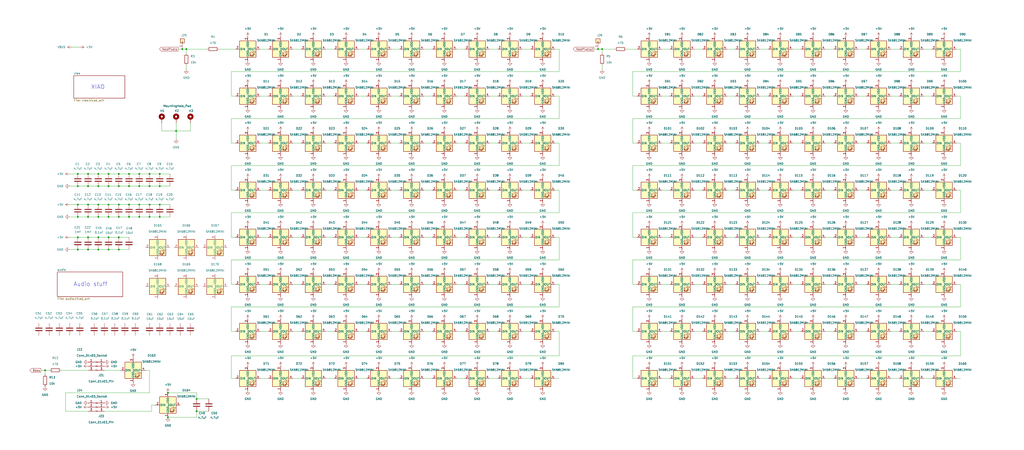
<source format=kicad_sch>
(kicad_sch (version 20231120) (generator "eeschema") (generator_version "8.0")
  (paper "User" 635 279.4)
  (junction (at 99.06 134.62))
  (junction (at 54.61 154.94))
  (junction (at 104.14 259.08))
  (junction (at 92.71 107.95))
  (junction (at 67.31 134.62))
  (junction (at 99.06 107.95))
  (junction (at 121.92 247.65))
  (junction (at 92.71 134.62))
  (junction (at 80.01 107.95))
  (junction (at 113.03 30.48))
  (junction (at 48.26 147.32))
  (junction (at 54.61 107.95))
  (junction (at 67.31 127))
  (junction (at 67.31 147.32))
  (junction (at 54.61 134.62))
  (junction (at 48.26 134.62))
  (junction (at 48.26 107.95))
  (junction (at 115.57 30.48))
  (junction (at 48.26 127))
  (junction (at 60.96 134.62))
  (junction (at 73.66 154.94))
  (junction (at 27.94 229.87))
  (junction (at 60.96 154.94))
  (junction (at 370.84 30.48))
  (junction (at 121.92 255.27))
  (junction (at 109.22 81.28))
  (junction (at 80.01 134.62))
  (junction (at 86.36 127))
  (junction (at 73.66 134.62))
  (junction (at 48.26 115.57))
  (junction (at 67.31 115.57))
  (junction (at 73.66 127))
  (junction (at 86.36 107.95))
  (junction (at 67.31 154.94))
  (junction (at 86.36 115.57))
  (junction (at 73.66 147.32))
  (junction (at 54.61 147.32))
  (junction (at 86.36 134.62))
  (junction (at 80.01 115.57))
  (junction (at 92.71 115.57))
  (junction (at 67.31 107.95))
  (junction (at 54.61 127))
  (junction (at 54.61 115.57))
  (junction (at 60.96 107.95))
  (junction (at 60.96 147.32))
  (junction (at 60.96 115.57))
  (junction (at 92.71 127))
  (junction (at 73.66 107.95))
  (junction (at 104.14 243.84))
  (junction (at 80.01 127))
  (junction (at 373.38 30.48))
  (junction (at 99.06 115.57))
  (junction (at 99.06 127))
  (junction (at 48.26 154.94))
  (junction (at 73.66 115.57))
  (junction (at 60.96 127))
  (wire (pts (xy 346.71 88.9) (xy 346.71 102.87)))
  (wire (pts (xy 303.53 234.95) (xy 308.61 234.95)))
  (wire (pts (xy 38.1 229.87) (xy 54.61 229.87)))
  (wire (pts (xy 346.71 147.32) (xy 346.71 161.29)))
  (wire (pts (xy 161.29 176.53) (xy 166.37 176.53)))
  (wire (pts (xy 43.18 147.32) (xy 48.26 147.32)))
  (wire (pts (xy 450.85 234.95) (xy 455.93 234.95)))
  (wire (pts (xy 344.17 30.48) (xy 346.71 30.48)))
  (wire (pts (xy 346.71 161.29) (xy 143.51 161.29)))
  (wire (pts (xy 308.61 205.74) (xy 303.53 205.74)))
  (wire (pts (xy 262.89 176.53) (xy 267.97 176.53)))
  (wire (pts (xy 410.21 176.53) (xy 415.29 176.53)))
  (wire (pts (xy 207.01 30.48) (xy 201.93 30.48)))
  (wire (pts (xy 222.25 176.53) (xy 227.33 176.53)))
  (wire (pts (xy 115.57 30.48) (xy 128.27 30.48)))
  (wire (pts (xy 92.71 115.57) (xy 99.06 115.57)))
  (wire (pts (xy 435.61 147.32) (xy 430.53 147.32)))
  (wire (pts (xy 207.01 88.9) (xy 201.93 88.9)))
  (wire (pts (xy 368.3 30.48) (xy 370.84 30.48)))
  (wire (pts (xy 595.63 220.98) (xy 392.43 220.98)))
  (wire (pts (xy 394.97 88.9) (xy 392.43 88.9)))
  (wire (pts (xy 471.17 59.69) (xy 476.25 59.69)))
  (wire (pts (xy 143.51 118.11) (xy 146.05 118.11)))
  (wire (pts (xy 48.26 107.95) (xy 54.61 107.95)))
  (wire (pts (xy 308.61 30.48) (xy 303.53 30.48)))
  (wire (pts (xy 595.63 234.95) (xy 593.09 234.95)))
  (wire (pts (xy 435.61 88.9) (xy 430.53 88.9)))
  (wire (pts (xy 227.33 205.74) (xy 222.25 205.74)))
  (wire (pts (xy 242.57 176.53) (xy 247.65 176.53)))
  (wire (pts (xy 60.96 154.94) (xy 67.31 154.94)))
  (wire (pts (xy 43.18 134.62) (xy 48.26 134.62)))
  (wire (pts (xy 415.29 147.32) (xy 410.21 147.32)))
  (wire (pts (xy 186.69 205.74) (xy 181.61 205.74)))
  (wire (pts (xy 552.45 234.95) (xy 557.53 234.95)))
  (wire (pts (xy 511.81 234.95) (xy 516.89 234.95)))
  (wire (pts (xy 161.29 118.11) (xy 166.37 118.11)))
  (wire (pts (xy 496.57 30.48) (xy 491.49 30.48)))
  (wire (pts (xy 121.92 255.27) (xy 121.92 259.08)))
  (wire (pts (xy 577.85 147.32) (xy 572.77 147.32)))
  (wire (pts (xy 577.85 30.48) (xy 572.77 30.48)))
  (wire (pts (xy 80.01 134.62) (xy 86.36 134.62)))
  (wire (pts (xy 60.96 147.32) (xy 67.31 147.32)))
  (wire (pts (xy 557.53 88.9) (xy 552.45 88.9)))
  (wire (pts (xy 455.93 147.32) (xy 450.85 147.32)))
  (wire (pts (xy 593.09 30.48) (xy 595.63 30.48)))
  (wire (pts (xy 222.25 234.95) (xy 227.33 234.95)))
  (wire (pts (xy 346.71 102.87) (xy 143.51 102.87)))
  (wire (pts (xy 572.77 176.53) (xy 577.85 176.53)))
  (wire (pts (xy 552.45 59.69) (xy 557.53 59.69)))
  (wire (pts (xy 201.93 176.53) (xy 207.01 176.53)))
  (wire (pts (xy 511.81 118.11) (xy 516.89 118.11)))
  (wire (pts (xy 227.33 147.32) (xy 222.25 147.32)))
  (wire (pts (xy 516.89 88.9) (xy 511.81 88.9)))
  (wire (pts (xy 593.09 205.74) (xy 595.63 205.74)))
  (wire (pts (xy 283.21 176.53) (xy 288.29 176.53)))
  (wire (pts (xy 415.29 205.74) (xy 410.21 205.74)))
  (wire (pts (xy 227.33 30.48) (xy 222.25 30.48)))
  (wire (pts (xy 516.89 147.32) (xy 511.81 147.32)))
  (wire (pts (xy 40.64 243.84) (xy 40.64 255.27)))
  (wire (pts (xy 54.61 147.32) (xy 60.96 147.32)))
  (wire (pts (xy 146.05 147.32) (xy 143.51 147.32)))
  (wire (pts (xy 346.71 220.98) (xy 143.51 220.98)))
  (wire (pts (xy 93.98 251.46) (xy 96.52 251.46)))
  (wire (pts (xy 392.43 176.53) (xy 394.97 176.53)))
  (wire (pts (xy 115.57 30.48) (xy 115.57 33.02)))
  (wire (pts (xy 308.61 147.32) (xy 303.53 147.32)))
  (wire (pts (xy 121.92 247.65) (xy 121.92 243.84)))
  (wire (pts (xy 430.53 234.95) (xy 435.61 234.95)))
  (wire (pts (xy 109.22 76.2) (xy 109.22 81.28)))
  (wire (pts (xy 288.29 88.9) (xy 283.21 88.9)))
  (wire (pts (xy 247.65 88.9) (xy 242.57 88.9)))
  (wire (pts (xy 476.25 30.48) (xy 471.17 30.48)))
  (wire (pts (xy 346.71 176.53) (xy 346.71 190.5)))
  (wire (pts (xy 27.94 229.87) (xy 27.94 232.41)))
  (wire (pts (xy 537.21 30.48) (xy 532.13 30.48)))
  (wire (pts (xy 181.61 176.53) (xy 186.69 176.53)))
  (wire (pts (xy 491.49 176.53) (xy 496.57 176.53)))
  (wire (pts (xy 99.06 115.57) (xy 105.41 115.57)))
  (wire (pts (xy 43.18 107.95) (xy 48.26 107.95)))
  (wire (pts (xy 595.63 88.9) (xy 595.63 102.87)))
  (wire (pts (xy 73.66 154.94) (xy 80.01 154.94)))
  (wire (pts (xy 595.63 118.11) (xy 595.63 132.08)))
  (wire (pts (xy 92.71 107.95) (xy 99.06 107.95)))
  (wire (pts (xy 552.45 176.53) (xy 557.53 176.53)))
  (wire (pts (xy 48.26 134.62) (xy 54.61 134.62)))
  (wire (pts (xy 166.37 147.32) (xy 161.29 147.32)))
  (wire (pts (xy 92.71 134.62) (xy 99.06 134.62)))
  (wire (pts (xy 201.93 234.95) (xy 207.01 234.95)))
  (wire (pts (xy 552.45 118.11) (xy 557.53 118.11)))
  (wire (pts (xy 430.53 59.69) (xy 435.61 59.69)))
  (wire (pts (xy 135.89 30.48) (xy 146.05 30.48)))
  (wire (pts (xy 121.92 255.27) (xy 129.54 255.27)))
  (wire (pts (xy 54.61 127) (xy 60.96 127)))
  (wire (pts (xy 43.18 115.57) (xy 48.26 115.57)))
  (wire (pts (xy 577.85 205.74) (xy 572.77 205.74)))
  (wire (pts (xy 392.43 73.66) (xy 392.43 88.9)))
  (wire (pts (xy 394.97 205.74) (xy 392.43 205.74)))
  (wire (pts (xy 471.17 176.53) (xy 476.25 176.53)))
  (wire (pts (xy 143.51 161.29) (xy 143.51 176.53)))
  (wire (pts (xy 161.29 59.69) (xy 166.37 59.69)))
  (wire (pts (xy 455.93 30.48) (xy 450.85 30.48)))
  (wire (pts (xy 143.51 59.69) (xy 146.05 59.69)))
  (wire (pts (xy 346.71 132.08) (xy 143.51 132.08)))
  (wire (pts (xy 450.85 59.69) (xy 455.93 59.69)))
  (wire (pts (xy 54.61 154.94) (xy 60.96 154.94)))
  (wire (pts (xy 44.45 29.21) (xy 49.53 29.21)))
  (wire (pts (xy 121.92 247.65) (xy 129.54 247.65)))
  (wire (pts (xy 166.37 88.9) (xy 161.29 88.9)))
  (wire (pts (xy 267.97 147.32) (xy 262.89 147.32)))
  (wire (pts (xy 67.31 134.62) (xy 73.66 134.62)))
  (wire (pts (xy 392.43 59.69) (xy 394.97 59.69)))
  (wire (pts (xy 247.65 147.32) (xy 242.57 147.32)))
  (wire (pts (xy 118.11 76.2) (xy 118.11 81.28)))
  (wire (pts (xy 346.71 118.11) (xy 344.17 118.11)))
  (wire (pts (xy 577.85 88.9) (xy 572.77 88.9)))
  (wire (pts (xy 73.66 147.32) (xy 80.01 147.32)))
  (wire (pts (xy 207.01 205.74) (xy 201.93 205.74)))
  (wire (pts (xy 516.89 30.48) (xy 511.81 30.48)))
  (wire (pts (xy 303.53 176.53) (xy 308.61 176.53)))
  (wire (pts (xy 283.21 118.11) (xy 288.29 118.11)))
  (wire (pts (xy 93.98 255.27) (xy 64.77 255.27)))
  (wire (pts (xy 60.96 127) (xy 67.31 127)))
  (wire (pts (xy 392.43 234.95) (xy 394.97 234.95)))
  (wire (pts (xy 346.71 118.11) (xy 346.71 132.08)))
  (wire (pts (xy 392.43 118.11) (xy 394.97 118.11)))
  (wire (pts (xy 595.63 132.08) (xy 392.43 132.08)))
  (wire (pts (xy 99.06 107.95) (xy 105.41 107.95)))
  (wire (pts (xy 328.93 88.9) (xy 323.85 88.9)))
  (wire (pts (xy 288.29 205.74) (xy 283.21 205.74)))
  (wire (pts (xy 595.63 161.29) (xy 392.43 161.29)))
  (wire (pts (xy 143.51 73.66) (xy 143.51 88.9)))
  (wire (pts (xy 593.09 88.9) (xy 595.63 88.9)))
  (wire (pts (xy 450.85 118.11) (xy 455.93 118.11)))
  (wire (pts (xy 496.57 205.74) (xy 491.49 205.74)))
  (wire (pts (xy 86.36 115.57) (xy 92.71 115.57)))
  (wire (pts (xy 392.43 44.45) (xy 392.43 59.69)))
  (wire (pts (xy 557.53 147.32) (xy 552.45 147.32)))
  (wire (pts (xy 48.26 147.32) (xy 54.61 147.32)))
  (wire (pts (xy 328.93 30.48) (xy 323.85 30.48)))
  (wire (pts (xy 496.57 147.32) (xy 491.49 147.32)))
  (wire (pts (xy 283.21 234.95) (xy 288.29 234.95)))
  (wire (pts (xy 557.53 30.48) (xy 552.45 30.48)))
  (wire (pts (xy 86.36 134.62) (xy 92.71 134.62)))
  (wire (pts (xy 346.71 234.95) (xy 344.17 234.95)))
  (wire (pts (xy 121.92 259.08) (xy 104.14 259.08)))
  (wire (pts (xy 67.31 154.94) (xy 73.66 154.94)))
  (wire (pts (xy 54.61 107.95) (xy 60.96 107.95)))
  (wire (pts (xy 532.13 176.53) (xy 537.21 176.53)))
  (wire (pts (xy 410.21 59.69) (xy 415.29 59.69)))
  (wire (pts (xy 143.51 102.87) (xy 143.51 118.11)))
  (wire (pts (xy 346.71 30.48) (xy 346.71 44.45)))
  (wire (pts (xy 43.18 154.94) (xy 48.26 154.94)))
  (wire (pts (xy 86.36 127) (xy 92.71 127)))
  (wire (pts (xy 496.57 88.9) (xy 491.49 88.9)))
  (wire (pts (xy 100.33 81.28) (xy 109.22 81.28)))
  (wire (pts (xy 222.25 59.69) (xy 227.33 59.69)))
  (wire (pts (xy 115.57 40.64) (xy 115.57 43.18)))
  (wire (pts (xy 288.29 30.48) (xy 283.21 30.48)))
  (wire (pts (xy 222.25 118.11) (xy 227.33 118.11)))
  (wire (pts (xy 48.26 154.94) (xy 54.61 154.94)))
  (wire (pts (xy 415.29 88.9) (xy 410.21 88.9)))
  (wire (pts (xy 344.17 205.74) (xy 346.71 205.74)))
  (wire (pts (xy 73.66 107.95) (xy 80.01 107.95)))
  (wire (pts (xy 40.64 255.27) (xy 54.61 255.27)))
  (wire (pts (xy 92.71 127) (xy 99.06 127)))
  (wire (pts (xy 308.61 88.9) (xy 303.53 88.9)))
  (wire (pts (xy 323.85 59.69) (xy 328.93 59.69)))
  (wire (pts (xy 262.89 234.95) (xy 267.97 234.95)))
  (wire (pts (xy 595.63 59.69) (xy 593.09 59.69)))
  (wire (pts (xy 92.71 243.84) (xy 40.64 243.84)))
  (wire (pts (xy 54.61 115.57) (xy 60.96 115.57)))
  (wire (pts (xy 48.26 115.57) (xy 54.61 115.57)))
  (wire (pts (xy 64.77 229.87) (xy 74.93 229.87)))
  (wire (pts (xy 595.63 102.87) (xy 392.43 102.87)))
  (wire (pts (xy 572.77 59.69) (xy 577.85 59.69)))
  (wire (pts (xy 80.01 107.95) (xy 86.36 107.95)))
  (wire (pts (xy 491.49 59.69) (xy 496.57 59.69)))
  (wire (pts (xy 109.22 81.28) (xy 118.11 81.28)))
  (wire (pts (xy 595.63 44.45) (xy 392.43 44.45)))
  (wire (pts (xy 73.66 134.62) (xy 80.01 134.62)))
  (wire (pts (xy 143.51 190.5) (xy 143.51 205.74)))
  (wire (pts (xy 73.66 115.57) (xy 80.01 115.57)))
  (wire (pts (xy 92.71 229.87) (xy 92.71 243.84)))
  (wire (pts (xy 595.63 59.69) (xy 595.63 73.66)))
  (wire (pts (xy 557.53 205.74) (xy 552.45 205.74)))
  (wire (pts (xy 186.69 30.48) (xy 181.61 30.48)))
  (wire (pts (xy 207.01 147.32) (xy 201.93 147.32)))
  (wire (pts (xy 511.81 59.69) (xy 516.89 59.69)))
  (wire (pts (xy 92.71 229.87) (xy 90.17 229.87)))
  (wire (pts (xy 60.96 134.62) (xy 67.31 134.62)))
  (wire (pts (xy 511.81 176.53) (xy 516.89 176.53)))
  (wire (pts (xy 283.21 59.69) (xy 288.29 59.69)))
  (wire (pts (xy 67.31 115.57) (xy 73.66 115.57)))
  (wire (pts (xy 346.71 73.66) (xy 143.51 73.66)))
  (wire (pts (xy 181.61 59.69) (xy 186.69 59.69)))
  (wire (pts (xy 392.43 220.98) (xy 392.43 234.95)))
  (wire (pts (xy 344.17 88.9) (xy 346.71 88.9)))
  (wire (pts (xy 186.69 147.32) (xy 181.61 147.32)))
  (wire (pts (xy 328.93 147.32) (xy 323.85 147.32)))
  (wire (pts (xy 430.53 118.11) (xy 435.61 118.11)))
  (wire (pts (xy 430.53 176.53) (xy 435.61 176.53)))
  (wire (pts (xy 410.21 118.11) (xy 415.29 118.11)))
  (wire (pts (xy 267.97 88.9) (xy 262.89 88.9)))
  (wire (pts (xy 303.53 59.69) (xy 308.61 59.69)))
  (wire (pts (xy 537.21 88.9) (xy 532.13 88.9)))
  (wire (pts (xy 143.51 220.98) (xy 143.51 234.95)))
  (wire (pts (xy 344.17 147.32) (xy 346.71 147.32)))
  (wire (pts (xy 373.38 30.48) (xy 373.38 33.02)))
  (wire (pts (xy 392.43 161.29) (xy 392.43 176.53)))
  (wire (pts (xy 455.93 88.9) (xy 450.85 88.9)))
  (wire (pts (xy 328.93 205.74) (xy 323.85 205.74)))
  (wire (pts (xy 201.93 118.11) (xy 207.01 118.11)))
  (wire (pts (xy 80.01 127) (xy 86.36 127)))
  (wire (pts (xy 593.09 147.32) (xy 595.63 147.32)))
  (wire (pts (xy 595.63 73.66) (xy 392.43 73.66)))
  (wire (pts (xy 267.97 30.48) (xy 262.89 30.48)))
  (wire (pts (xy 415.29 30.48) (xy 410.21 30.48)))
  (wire (pts (xy 110.49 30.48) (xy 113.03 30.48)))
  (wire (pts (xy 242.57 234.95) (xy 247.65 234.95)))
  (wire (pts (xy 491.49 234.95) (xy 496.57 234.95)))
  (wire (pts (xy 392.43 132.08) (xy 392.43 147.32)))
  (wire (pts (xy 143.51 132.08) (xy 143.51 147.32)))
  (wire (pts (xy 346.71 190.5) (xy 143.51 190.5)))
  (wire (pts (xy 242.57 59.69) (xy 247.65 59.69)))
  (wire (pts (xy 373.38 40.64) (xy 373.38 43.18)))
  (wire (pts (xy 227.33 88.9) (xy 222.25 88.9)))
  (wire (pts (xy 143.51 44.45) (xy 143.51 59.69)))
  (wire (pts (xy 60.96 115.57) (xy 67.31 115.57)))
  (wire (pts (xy 537.21 205.74) (xy 532.13 205.74)))
  (wire (pts (xy 181.61 234.95) (xy 186.69 234.95)))
  (wire (pts (xy 323.85 234.95) (xy 328.93 234.95)))
  (wire (pts (xy 392.43 190.5) (xy 392.43 205.74)))
  (wire (pts (xy 392.43 102.87) (xy 392.43 118.11)))
  (wire (pts (xy 595.63 30.48) (xy 595.63 44.45)))
  (wire (pts (xy 471.17 118.11) (xy 476.25 118.11)))
  (wire (pts (xy 146.05 88.9) (xy 143.51 88.9)))
  (wire (pts (xy 476.25 147.32) (xy 471.17 147.32)))
  (wire (pts (xy 435.61 205.74) (xy 430.53 205.74)))
  (wire (pts (xy 73.66 127) (xy 80.01 127)))
  (wire (pts (xy 476.25 205.74) (xy 471.17 205.74)))
  (wire (pts (xy 100.33 76.2) (xy 100.33 81.28)))
  (wire (pts (xy 532.13 234.95) (xy 537.21 234.95)))
  (wire (pts (xy 166.37 30.48) (xy 161.29 30.48)))
  (wire (pts (xy 370.84 30.48) (xy 373.38 30.48)))
  (wire (pts (xy 346.71 59.69) (xy 344.17 59.69)))
  (wire (pts (xy 572.77 234.95) (xy 577.85 234.95)))
  (wire (pts (xy 532.13 118.11) (xy 537.21 118.11)))
  (wire (pts (xy 143.51 234.95) (xy 146.05 234.95)))
  (wire (pts (xy 146.05 205.74) (xy 143.51 205.74)))
  (wire (pts (xy 27.94 229.87) (xy 30.48 229.87)))
  (wire (pts (xy 303.53 118.11) (xy 308.61 118.11)))
  (wire (pts (xy 595.63 205.74) (xy 595.63 220.98)))
  (wire (pts (xy 247.65 30.48) (xy 242.57 30.48)))
  (wire (pts (xy 99.06 127) (xy 105.41 127)))
  (wire (pts (xy 388.62 30.48) (xy 394.97 30.48)))
  (wire (pts (xy 161.29 234.95) (xy 166.37 234.95)))
  (wire (pts (xy 435.61 30.48) (xy 430.53 30.48)))
  (wire (pts (xy 60.96 107.95) (xy 67.31 107.95)))
  (wire (pts (xy 262.89 118.11) (xy 267.97 118.11)))
  (wire (pts (xy 595.63 147.32) (xy 595.63 161.29)))
  (wire (pts (xy 346.71 205.74) (xy 346.71 220.98)))
  (wire (pts (xy 410.21 234.95) (xy 415.29 234.95)))
  (wire (pts (xy 242.57 118.11) (xy 247.65 118.11)))
  (wire (pts (xy 67.31 127) (xy 73.66 127)))
  (wire (pts (xy 471.17 234.95) (xy 476.25 234.95)))
  (wire (pts (xy 595.63 190.5) (xy 392.43 190.5)))
  (wire (pts (xy 455.93 205.74) (xy 450.85 205.74)))
  (wire (pts (xy 67.31 107.95) (xy 73.66 107.95)))
  (wire (pts (xy 48.26 127) (xy 54.61 127)))
  (wire (pts (xy 93.98 251.46) (xy 93.98 255.27)))
  (wire (pts (xy 323.85 118.11) (xy 328.93 118.11)))
  (wire (pts (xy 346.71 44.45) (xy 143.51 44.45)))
  (wire (pts (xy 595.63 176.53) (xy 593.09 176.53)))
  (wire (pts (xy 595.63 118.11) (xy 593.09 118.11)))
  (wire (pts (xy 346.71 176.53) (xy 344.17 176.53)))
  (wire (pts (xy 25.4 229.87) (xy 27.94 229.87)))
  (wire (pts (xy 373.38 30.48) (xy 381 30.48)))
  (wire (pts (xy 99.06 134.62) (xy 105.41 134.62)))
  (wire (pts (xy 476.25 88.9) (xy 471.17 88.9)))
  (wire (pts (xy 595.63 176.53) (xy 595.63 190.5)))
  (wire (pts (xy 394.97 147.32) (xy 392.43 147.32)))
  (wire (pts (xy 43.18 127) (xy 48.26 127)))
  (wire (pts (xy 67.31 147.32) (xy 73.66 147.32)))
  (wire (pts (xy 267.97 205.74) (xy 262.89 205.74)))
  (wire (pts (xy 288.29 147.32) (xy 283.21 147.32)))
  (wire (pts (xy 181.61 118.11) (xy 186.69 118.11)))
  (wire (pts (xy 491.49 118.11) (xy 496.57 118.11)))
  (wire (pts (xy 537.21 147.32) (xy 532.13 147.32)))
  (wire (pts (xy 532.13 59.69) (xy 537.21 59.69)))
  (wire (pts (xy 262.89 59.69) (xy 267.97 59.69)))
  (wire (pts (xy 201.93 59.69) (xy 207.01 59.69)))
  (wire (pts (xy 572.77 118.11) (xy 577.85 118.11)))
  (wire (pts (xy 86.36 107.95) (xy 92.71 107.95)))
  (wire (pts (xy 323.85 176.53) (xy 328.93 176.53)))
  (wire (pts (xy 113.03 30.48) (xy 115.57 30.48)))
  (wire (pts (xy 247.65 205.74) (xy 242.57 205.74)))
  (wire (pts (xy 166.37 205.74) (xy 161.29 205.74)))
  (wire (pts (xy 186.69 88.9) (xy 181.61 88.9)))
  (wire (pts (xy 109.22 81.28) (xy 109.22 86.36)))
  (wire (pts (xy 450.85 176.53) (xy 455.93 176.53)))
  (wire (pts (xy 54.61 134.62) (xy 60.96 134.62)))
  (wire (pts (xy 143.51 176.53) (xy 146.05 176.53)))
  (wire (pts (xy 346.71 59.69) (xy 346.71 73.66)))
  (wire (pts (xy 516.89 205.74) (xy 511.81 205.74)))
  (wire (pts (xy 121.92 243.84) (xy 104.14 243.84)))
  (wire (pts (xy 80.01 115.57) (xy 86.36 115.57)))
  (text "Audio stuff" (at 56.134 176.53 0) (effects (font (size 2.54 2.54))))
  (text "XIAO" (at 60.706 54.102 0) (effects (font (size 2.54 2.54))))
  (global_label "NeoPixels" (shape output) (at 110.49 30.48 180) (property "Intersheetrefs" "${INTERSHEET_REFS}" (effects (hide yes))))
  (global_label "NeoPixels2" (shape output) (at 368.3 30.48 180) (property "Intersheetrefs" "${INTERSHEET_REFS}" (effects (hide yes))))
  (global_label "Bass" (shape output) (at 25.4 229.87 180) (property "Intersheetrefs" "${INTERSHEET_REFS}" (effects (hide yes))))
  (symbol (lib_id "power:+5V") (at 173.99 198.12 0) (unit 1)
    (property "Reference" "#PWR0125" (effects (hide yes)))
    (property "Value" "+5V" (at 173.99 193.04 0))
    (property "Description" "Power symbol creates a global label with name \"+5V\"" (effects (hide yes)))
  )
  (symbol (lib_id "SK6812MINI-HS:SK6812MINI-HS") (at 133.35 177.8 0) (unit 1)
    (property "Reference" "D170" (at 133.35 164.084 0))
    (property "Value" "SK6812MINI" (at 133.35 167.894 0))
    (property "Footprint" "misc:SK6812MINI-HS" (effects (hide yes)))
    (property "Datasheet" "https://cdn-shop.adafruit.com/product-files/2686/SK6812MINI_REV.01-1-2.pdf" (effects (hide yes)))
    (property "Description" "RGB LED with integrated controller" (effects (hide yes)))
  )
  (symbol (lib_id "SK6812MINI-HS:SK6812MINI-HS") (at 565.15 176.53 0) (unit 1)
    (property "Reference" "D139" (at 576.58 167.3531 0))
    (property "Value" "SK6812MINI" (at 576.58 171.1631 0))
    (property "Footprint" "misc:SK6812MINI-HS" (effects (hide yes)))
    (property "Datasheet" "https://cdn-shop.adafruit.com/product-files/2686/SK6812MINI_REV.01-1-2.pdf" (effects (hide yes)))
    (property "Description" "RGB LED with integrated controller" (effects (hide yes)))
  )
  (symbol (lib_id "Device:C") (at 60.96 130.81 180) (unit 1)
    (property "Reference" "C13" (at 60.706 120.142 0) (effects (justify bottom)))
    (property "Value" "4.7uF" (at 60.96 122.936 0) (effects (justify bottom)))
    (property "Footprint" "Capacitor_SMD:C_0402_1005Metric_Pad0.74x0.62mm_HandSolder" (effects (hide yes)))
    (property "Description" "Unpolarized capacitor" (effects (hide yes)))
    (property "LCSC Part #" "C23733" (effects (hide yes)))
  )
  (symbol (lib_id "power:GND") (at 153.67 125.73 0) (unit 1)
    (property "Reference" "#PWR074" (effects (hide yes)))
    (property "Value" "GND" (at 153.67 130.81 0))
    (property "Description" "Power symbol creates a global label with name \"GND\" , ground" (effects (hide yes)))
  )
  (symbol (lib_id "SK6812MINI-HS:SK6812MINI-HS") (at 234.95 88.9 0) (unit 1)
    (property "Reference" "D25" (at 246.38 79.7231 0))
    (property "Value" "SK6812MINI" (at 246.38 83.5331 0))
    (property "Footprint" "misc:SK6812MINI-HS" (effects (hide yes)))
    (property "Datasheet" "https://cdn-shop.adafruit.com/product-files/2686/SK6812MINI_REV.01-1-2.pdf" (effects (hide yes)))
    (property "Description" "RGB LED with integrated controller" (effects (hide yes)))
  )
  (symbol (lib_id "power:+5V") (at 336.55 168.91 0) (unit 1)
    (property "Reference" "#PWR0113" (effects (hide yes)))
    (property "Value" "+5V" (at 336.55 163.83 0))
    (property "Description" "Power symbol creates a global label with name \"+5V\"" (effects (hide yes)))
  )
  (symbol (lib_id "Device:C") (at 54.61 111.76 180) (unit 1)
    (property "Reference" "C2" (at 54.356 101.092 0) (effects (justify bottom)))
    (property "Value" "4.7uF" (at 54.61 103.886 0) (effects (justify bottom)))
    (property "Footprint" "Capacitor_SMD:C_0402_1005Metric_Pad0.74x0.62mm_HandSolder" (effects (hide yes)))
    (property "Description" "Unpolarized capacitor" (effects (hide yes)))
    (property "LCSC Part #" "C23733" (effects (hide yes)))
  )
  (symbol (lib_id "SK6812MINI-HS:SK6812MINI-HS") (at 194.31 118.11 0) (unit 1)
    (property "Reference" "D33" (at 205.74 108.9331 0))
    (property "Value" "SK6812MINI" (at 205.74 112.7431 0))
    (property "Footprint" "misc:SK6812MINI-HS" (effects (hide yes)))
    (property "Datasheet" "https://cdn-shop.adafruit.com/product-files/2686/SK6812MINI_REV.01-1-2.pdf" (effects (hide yes)))
    (property "Description" "RGB LED with integrated controller" (effects (hide yes)))
  )
  (symbol (lib_id "power:GND") (at 275.59 38.1 0) (unit 1)
    (property "Reference" "#PWR020" (effects (hide yes)))
    (property "Value" "GND" (at 275.59 43.18 0))
    (property "Description" "Power symbol creates a global label with name \"GND\" , ground" (effects (hide yes)))
  )
  (symbol (lib_id "power:+5V") (at 422.91 139.7 0) (unit 1)
    (property "Reference" "#PWR0301" (effects (hide yes)))
    (property "Value" "+5V" (at 422.91 134.62 0))
    (property "Description" "Power symbol creates a global label with name \"+5V\"" (effects (hide yes)))
  )
  (symbol (lib_id "SK6812MINI-HS:SK6812MINI-HS") (at 504.19 118.11 0) (unit 1)
    (property "Reference" "D116" (at 515.62 108.9331 0))
    (property "Value" "SK6812MINI" (at 515.62 112.7431 0))
    (property "Footprint" "misc:SK6812MINI-HS" (effects (hide yes)))
    (property "Datasheet" "https://cdn-shop.adafruit.com/product-files/2686/SK6812MINI_REV.01-1-2.pdf" (effects (hide yes)))
    (property "Description" "RGB LED with integrated controller" (effects (hide yes)))
  )
  (symbol (lib_id "power:+5V") (at 565.15 81.28 0) (unit 1)
    (property "Reference" "#PWR0185" (effects (hide yes)))
    (property "Value" "+5V" (at 565.15 76.2 0))
    (property "Description" "Power symbol creates a global label with name \"+5V\"" (effects (hide yes)))
  )
  (symbol (lib_id "SK6812MINI-HS:SK6812MINI-HS") (at 255.27 147.32 0) (unit 1)
    (property "Reference" "D46" (at 266.7 138.1431 0))
    (property "Value" "SK6812MINI" (at 266.7 141.9531 0))
    (property "Footprint" "misc:SK6812MINI-HS" (effects (hide yes)))
    (property "Datasheet" "https://cdn-shop.adafruit.com/product-files/2686/SK6812MINI_REV.01-1-2.pdf" (effects (hide yes)))
    (property "Description" "RGB LED with integrated controller" (effects (hide yes)))
  )
  (symbol (lib_id "power:GND") (at 524.51 96.52 0) (unit 1)
    (property "Reference" "#PWR0216" (effects (hide yes)))
    (property "Value" "GND" (at 524.51 101.6 0))
    (property "Description" "Power symbol creates a global label with name \"GND\" , ground" (effects (hide yes)))
  )
  (symbol (lib_id "SK6812MINI-HS:SK6812MINI-HS") (at 234.95 147.32 0) (unit 1)
    (property "Reference" "D45" (at 246.38 138.1431 0))
    (property "Value" "SK6812MINI" (at 246.38 141.9531 0))
    (property "Footprint" "misc:SK6812MINI-HS" (effects (hide yes)))
    (property "Datasheet" "https://cdn-shop.adafruit.com/product-files/2686/SK6812MINI_REV.01-1-2.pdf" (effects (hide yes)))
    (property "Description" "RGB LED with integrated controller" (effects (hide yes)))
  )
  (symbol (lib_id "power:GND") (at 153.67 154.94 0) (unit 1)
    (property "Reference" "#PWR094" (effects (hide yes)))
    (property "Value" "GND" (at 153.67 160.02 0))
    (property "Description" "Power symbol creates a global label with name \"GND\" , ground" (effects (hide yes)))
  )
  (symbol (lib_id "SK6812MINI-HS:SK6812MINI-HS") (at 173.99 88.9 0) (unit 1)
    (property "Reference" "D22" (at 185.42 79.7231 0))
    (property "Value" "SK6812MINI" (at 185.42 83.5331 0))
    (property "Footprint" "misc:SK6812MINI-HS" (effects (hide yes)))
    (property "Datasheet" "https://cdn-shop.adafruit.com/product-files/2686/SK6812MINI_REV.01-1-2.pdf" (effects (hide yes)))
    (property "Description" "RGB LED with integrated controller" (effects (hide yes)))
  )
  (symbol (lib_id "power:GND") (at 402.59 213.36 0) (unit 1)
    (property "Reference" "#PWR0320" (effects (hide yes)))
    (property "Value" "GND" (at 402.59 218.44 0))
    (property "Description" "Power symbol creates a global label with name \"GND\" , ground" (effects (hide yes)))
  )
  (symbol (lib_id "power:+5V") (at 255.27 81.28 0) (unit 1)
    (property "Reference" "#PWR049" (effects (hide yes)))
    (property "Value" "+5V" (at 255.27 76.2 0))
    (property "Description" "Power symbol creates a global label with name \"+5V\"" (effects (hide yes)))
  )
  (symbol (lib_id "SK6812MINI-HS:SK6812MINI-HS") (at 336.55 234.95 0) (unit 1)
    (property "Reference" "D80" (at 347.98 225.7731 0))
    (property "Value" "SK6812MINI" (at 347.98 229.5831 0))
    (property "Footprint" "misc:SK6812MINI-HS" (effects (hide yes)))
    (property "Datasheet" "https://cdn-shop.adafruit.com/product-files/2686/SK6812MINI_REV.01-1-2.pdf" (effects (hide yes)))
    (property "Description" "RGB LED with integrated controller" (effects (hide yes)))
  )
  (symbol (lib_id "SK6812MINI-HS:SK6812MINI-HS") (at 565.15 147.32 0) (unit 1)
    (property "Reference" "D129" (at 576.58 138.1431 0))
    (property "Value" "SK6812MINI" (at 576.58 141.9531 0))
    (property "Footprint" "misc:SK6812MINI-HS" (effects (hide yes)))
    (property "Datasheet" "https://cdn-shop.adafruit.com/product-files/2686/SK6812MINI_REV.01-1-2.pdf" (effects (hide yes)))
    (property "Description" "RGB LED with integrated controller" (effects (hide yes)))
  )
  (symbol (lib_id "power:GND") (at 422.91 96.52 0) (unit 1)
    (property "Reference" "#PWR0296" (effects (hide yes)))
    (property "Value" "GND" (at 422.91 101.6 0))
    (property "Description" "Power symbol creates a global label with name \"GND\" , ground" (effects (hide yes)))
  )
  (symbol (lib_id "power:GND") (at 483.87 67.31 0) (unit 1)
    (property "Reference" "#PWR0231" (effects (hide yes)))
    (property "Value" "GND" (at 483.87 72.39 0))
    (property "Description" "Power symbol creates a global label with name \"GND\" , ground" (effects (hide yes)))
  )
  (symbol (lib_id "Device:C") (at 71.12 204.47 0) (unit 1)
    (property "Reference" "C58" (at 69.342 194.818 0) (effects (justify left)))
    (property "Value" "0.1uF" (at 68.834 197.612 0) (effects (justify left)))
    (property "Footprint" "Capacitor_SMD:C_0402_1005Metric_Pad0.74x0.62mm_HandSolder" (effects (hide yes)))
    (property "Description" "Unpolarized capacitor" (effects (hide yes)))
    (property "LCSC Part #" "C1525" (effects (hide yes)))
  )
  (symbol (lib_id "power:+5V") (at 336.55 198.12 0) (unit 1)
    (property "Reference" "#PWR0133" (effects (hide yes)))
    (property "Value" "+5V" (at 336.55 193.04 0))
    (property "Description" "Power symbol creates a global label with name \"+5V\"" (effects (hide yes)))
  )
  (symbol (lib_id "SK6812MINI-HS:SK6812MINI-HS") (at 524.51 88.9 0) (unit 1)
    (property "Reference" "D107" (at 535.94 79.7231 0))
    (property "Value" "SK6812MINI" (at 535.94 83.5331 0))
    (property "Footprint" "misc:SK6812MINI-HS" (effects (hide yes)))
    (property "Datasheet" "https://cdn-shop.adafruit.com/product-files/2686/SK6812MINI_REV.01-1-2.pdf" (effects (hide yes)))
    (property "Description" "RGB LED with integrated controller" (effects (hide yes)))
  )
  (symbol (lib_id "power:+5V") (at 504.19 52.07 0) (unit 1)
    (property "Reference" "#PWR0246" (effects (hide yes)))
    (property "Value" "+5V" (at 504.19 46.99 0))
    (property "Description" "Power symbol creates a global label with name \"+5V\"" (effects (hide yes)))
  )
  (symbol (lib_id "power:GND") (at 255.27 125.73 0) (unit 1)
    (property "Reference" "#PWR079" (effects (hide yes)))
    (property "Value" "GND" (at 255.27 130.81 0))
    (property "Description" "Power symbol creates a global label with name \"GND\" , ground" (effects (hide yes)))
  )
  (symbol (lib_id "power:GND") (at 234.95 184.15 0) (unit 1)
    (property "Reference" "#PWR0118" (effects (hide yes)))
    (property "Value" "GND" (at 234.95 189.23 0))
    (property "Description" "Power symbol creates a global label with name \"GND\" , ground" (effects (hide yes)))
  )
  (symbol (lib_id "power:GND") (at 443.23 67.31 0) (unit 1)
    (property "Reference" "#PWR0199" (effects (hide yes)))
    (property "Value" "GND" (at 443.23 72.39 0))
    (property "Description" "Power symbol creates a global label with name \"GND\" , ground" (effects (hide yes)))
  )
  (symbol (lib_id "power:GND") (at 214.63 67.31 0) (unit 1)
    (property "Reference" "#PWR037" (effects (hide yes)))
    (property "Value" "GND" (at 214.63 72.39 0))
    (property "Description" "Power symbol creates a global label with name \"GND\" , ground" (effects (hide yes)))
  )
  (symbol (lib_id "power:+5V") (at 173.99 168.91 0) (unit 1)
    (property "Reference" "#PWR0105" (effects (hide yes)))
    (property "Value" "+5V" (at 173.99 163.83 0))
    (property "Description" "Power symbol creates a global label with name \"+5V\"" (effects (hide yes)))
  )
  (symbol (lib_id "power:+5V") (at 544.83 81.28 0) (unit 1)
    (property "Reference" "#PWR0201" (effects (hide yes)))
    (property "Value" "+5V" (at 544.83 76.2 0))
    (property "Description" "Power symbol creates a global label with name \"+5V\"" (effects (hide yes)))
  )
  (symbol (lib_id "power:+5V") (at 524.51 227.33 0) (unit 1)
    (property "Reference" "#PWR0274" (effects (hide yes)))
    (property "Value" "+5V" (at 524.51 222.25 0))
    (property "Description" "Power symbol creates a global label with name \"+5V\"" (effects (hide yes)))
  )
  (symbol (lib_id "power:GND") (at 544.83 242.57 0) (unit 1)
    (property "Reference" "#PWR0291" (effects (hide yes)))
    (property "Value" "GND" (at 544.83 247.65 0))
    (property "Description" "Power symbol creates a global label with name \"GND\" , ground" (effects (hide yes)))
  )
  (symbol (lib_id "power:+5V") (at 255.27 52.07 0) (unit 1)
    (property "Reference" "#PWR029" (effects (hide yes)))
    (property "Value" "+5V" (at 255.27 46.99 0))
    (property "Description" "Power symbol creates a global label with name \"+5V\"" (effects (hide yes)))
  )
  (symbol (lib_id "SK6812MINI-HS:SK6812MINI-HS") (at 504.19 88.9 0) (unit 1)
    (property "Reference" "D106" (at 515.62 79.7231 0))
    (property "Value" "SK6812MINI" (at 515.62 83.5331 0))
    (property "Footprint" "misc:SK6812MINI-HS" (effects (hide yes)))
    (property "Datasheet" "https://cdn-shop.adafruit.com/product-files/2686/SK6812MINI_REV.01-1-2.pdf" (effects (hide yes)))
    (property "Description" "RGB LED with integrated controller" (effects (hide yes)))
  )
  (symbol (lib_id "SK6812MINI-HS:SK6812MINI-HS") (at 483.87 30.48 0) (unit 1)
    (property "Reference" "D85" (at 495.3 21.3031 0))
    (property "Value" "SK6812MINI" (at 495.3 25.1131 0))
    (property "Footprint" "misc:SK6812MINI-HS" (effects (hide yes)))
    (property "Datasheet" "https://cdn-shop.adafruit.com/product-files/2686/SK6812MINI_REV.01-1-2.pdf" (effects (hide yes)))
    (property "Description" "RGB LED with integrated controller" (effects (hide yes)))
  )
  (symbol (lib_id "SK6812MINI-HS:SK6812MINI-HS") (at 483.87 59.69 0) (unit 1)
    (property "Reference" "D95" (at 495.3 50.5131 0))
    (property "Value" "SK6812MINI" (at 495.3 54.3231 0))
    (property "Footprint" "misc:SK6812MINI-HS" (effects (hide yes)))
    (property "Datasheet" "https://cdn-shop.adafruit.com/product-files/2686/SK6812MINI_REV.01-1-2.pdf" (effects (hide yes)))
    (property "Description" "RGB LED with integrated controller" (effects (hide yes)))
  )
  (symbol (lib_id "power:GND") (at 336.55 96.52 0) (unit 1)
    (property "Reference" "#PWR063" (effects (hide yes)))
    (property "Value" "GND" (at 336.55 101.6 0))
    (property "Description" "Power symbol creates a global label with name \"GND\" , ground" (effects (hide yes)))
  )
  (symbol (lib_id "power:+5V") (at 565.15 22.86 0) (unit 1)
    (property "Reference" "#PWR0181" (effects (hide yes)))
    (property "Value" "+5V" (at 565.15 17.78 0))
    (property "Description" "Power symbol creates a global label with name \"+5V\"" (effects (hide yes)))
  )
  (symbol (lib_id "SK6812MINI-HS:SK6812MINI-HS") (at 544.83 118.11 0) (unit 1)
    (property "Reference" "D118" (at 556.26 108.9331 0))
    (property "Value" "SK6812MINI" (at 556.26 112.7431 0))
    (property "Footprint" "misc:SK6812MINI-HS" (effects (hide yes)))
    (property "Datasheet" "https://cdn-shop.adafruit.com/product-files/2686/SK6812MINI_REV.01-1-2.pdf" (effects (hide yes)))
    (property "Description" "RGB LED with integrated controller" (effects (hide yes)))
  )
  (symbol (lib_id "power:+5V") (at 64.77 227.33 270) (unit 1)
    (property "Reference" "#PWR373" (effects (hide yes)))
    (property "Value" "+5V" (at 68.58 227.33 90) (effects (justify left)))
    (property "Description" "Power symbol creates a global label with name \"+5V\"" (effects (hide yes)))
  )
  (symbol (lib_id "power:+5V") (at 463.55 198.12 0) (unit 1)
    (property "Reference" "#PWR0273" (effects (hide yes)))
    (property "Value" "+5V" (at 463.55 193.04 0))
    (property "Description" "Power symbol creates a global label with name \"+5V\"" (effects (hide yes)))
  )
  (symbol (lib_id "SK6812MINI-HS:SK6812MINI-HS") (at 422.91 205.74 0) (unit 1)
    (property "Reference" "D142" (at 434.34 196.5631 0))
    (property "Value" "SK6812MINI" (at 434.34 200.3731 0))
    (property "Footprint" "misc:SK6812MINI-HS" (effects (hide yes)))
    (property "Datasheet" "https://cdn-shop.adafruit.com/product-files/2686/SK6812MINI_REV.01-1-2.pdf" (effects (hide yes)))
    (property "Description" "RGB LED with integrated controller" (effects (hide yes)))
  )
  (symbol (lib_id "power:GND") (at 234.95 154.94 0) (unit 1)
    (property "Reference" "#PWR098" (effects (hide yes)))
    (property "Value" "GND" (at 234.95 160.02 0))
    (property "Description" "Power symbol creates a global label with name \"GND\" , ground" (effects (hide yes)))
  )
  (symbol (lib_id "SK6812MINI-HS:SK6812MINI-HS") (at 524.51 147.32 0) (unit 1)
    (property "Reference" "D127" (at 535.94 138.1431 0))
    (property "Value" "SK6812MINI" (at 535.94 141.9531 0))
    (property "Footprint" "misc:SK6812MINI-HS" (effects (hide yes)))
    (property "Datasheet" "https://cdn-shop.adafruit.com/product-files/2686/SK6812MINI_REV.01-1-2.pdf" (effects (hide yes)))
    (property "Description" "RGB LED with integrated controller" (effects (hide yes)))
  )
  (symbol (lib_id "power:+5V") (at 524.51 168.91 0) (unit 1)
    (property "Reference" "#PWR0270" (effects (hide yes)))
    (property "Value" "+5V" (at 524.51 163.83 0))
    (property "Description" "Power symbol creates a global label with name \"+5V\"" (effects (hide yes)))
  )
  (symbol (lib_id "SK6812MINI-HS:SK6812MINI-HS") (at 422.91 176.53 0) (unit 1)
    (property "Reference" "D132" (at 434.34 167.3531 0))
    (property "Value" "SK6812MINI" (at 434.34 171.1631 0))
    (property "Footprint" "misc:SK6812MINI-HS" (effects (hide yes)))
    (property "Datasheet" "https://cdn-shop.adafruit.com/product-files/2686/SK6812MINI_REV.01-1-2.pdf" (effects (hide yes)))
    (property "Description" "RGB LED with integrated controller" (effects (hide yes)))
  )
  (symbol (lib_id "power:GND") (at 234.95 242.57 0) (unit 1)
    (property "Reference" "#PWR0158" (effects (hide yes)))
    (property "Value" "GND" (at 234.95 247.65 0))
    (property "Description" "Power symbol creates a global label with name \"GND\" , ground" (effects (hide yes)))
  )
  (symbol (lib_id "power:GND") (at 194.31 154.94 0) (unit 1)
    (property "Reference" "#PWR096" (effects (hide yes)))
    (property "Value" "GND" (at 194.31 160.02 0))
    (property "Description" "Power symbol creates a global label with name \"GND\" , ground" (effects (hide yes)))
  )
  (symbol (lib_id "SK6812MINI-HS:SK6812MINI-HS") (at 504.19 234.95 0) (unit 1)
    (property "Reference" "D156" (at 515.62 225.7731 0))
    (property "Value" "SK6812MINI" (at 515.62 229.5831 0))
    (property "Footprint" "misc:SK6812MINI-HS" (effects (hide yes)))
    (property "Datasheet" "https://cdn-shop.adafruit.com/product-files/2686/SK6812MINI_REV.01-1-2.pdf" (effects (hide yes)))
    (property "Description" "RGB LED with integrated controller" (effects (hide yes)))
  )
  (symbol (lib_id "SK6812MINI-HS:SK6812MINI-HS") (at 173.99 59.69 0) (unit 1)
    (property "Reference" "D12" (at 185.42 50.5131 0))
    (property "Value" "SK6812MINI" (at 185.42 54.3231 0))
    (property "Footprint" "misc:SK6812MINI-HS" (effects (hide yes)))
    (property "Datasheet" "https://cdn-shop.adafruit.com/product-files/2686/SK6812MINI_REV.01-1-2.pdf" (effects (hide yes)))
    (property "Description" "RGB LED with integrated controller" (effects (hide yes)))
  )
  (symbol (lib_id "power:+5V") (at 443.23 22.86 0) (unit 1)
    (property "Reference" "#PWR0277" (effects (hide yes)))
    (property "Value" "+5V" (at 443.23 17.78 0))
    (property "Description" "Power symbol creates a global label with name \"+5V\"" (effects (hide yes)))
  )
  (symbol (lib_id "power:GND") (at 422.91 38.1 0) (unit 1)
    (property "Reference" "#PWR0292" (effects (hide yes)))
    (property "Value" "GND" (at 422.91 43.18 0))
    (property "Description" "Power symbol creates a global label with name \"GND\" , ground" (effects (hide yes)))
  )
  (symbol (lib_id "power:+5V") (at 544.83 52.07 0) (unit 1)
    (property "Reference" "#PWR0278" (effects (hide yes)))
    (property "Value" "+5V" (at 544.83 46.99 0))
    (property "Description" "Power symbol creates a global label with name \"+5V\"" (effects (hide yes)))
  )
  (symbol (lib_id "power:+5V") (at 336.55 81.28 0) (unit 1)
    (property "Reference" "#PWR053" (effects (hide yes)))
    (property "Value" "+5V" (at 336.55 76.2 0))
    (property "Description" "Power symbol creates a global label with name \"+5V\"" (effects (hide yes)))
  )
  (symbol (lib_id "SK6812MINI-HS:SK6812MINI-HS") (at 585.47 30.48 0) (unit 1)
    (property "Reference" "D90" (at 596.9 21.3031 0))
    (property "Value" "SK6812MINI" (at 596.9 25.1131 0))
    (property "Footprint" "misc:SK6812MINI-HS" (effects (hide yes)))
    (property "Datasheet" "https://cdn-shop.adafruit.com/product-files/2686/SK6812MINI_REV.01-1-2.pdf" (effects (hide yes)))
    (property "Description" "RGB LED with integrated controller" (effects (hide yes)))
  )
  (symbol (lib_id "power:GND") (at 443.23 184.15 0) (unit 1)
    (property "Reference" "#PWR0207" (effects (hide yes)))
    (property "Value" "GND" (at 443.23 189.23 0))
    (property "Description" "Power symbol creates a global label with name \"GND\" , ground" (effects (hide yes)))
  )
  (symbol (lib_id "power:GND") (at 316.23 67.31 0) (unit 1)
    (property "Reference" "#PWR042" (effects (hide yes)))
    (property "Value" "GND" (at 316.23 72.39 0))
    (property "Description" "Power symbol creates a global label with name \"GND\" , ground" (effects (hide yes)))
  )
  (symbol (lib_id "SK6812MINI-HS:SK6812MINI-HS") (at 585.47 59.69 0) (unit 1)
    (property "Reference" "D100" (at 596.9 50.5131 0))
    (property "Value" "SK6812MINI" (at 596.9 54.3231 0))
    (property "Footprint" "misc:SK6812MINI-HS" (effects (hide yes)))
    (property "Datasheet" "https://cdn-shop.adafruit.com/product-files/2686/SK6812MINI_REV.01-1-2.pdf" (effects (hide yes)))
    (property "Description" "RGB LED with integrated controller" (effects (hide yes)))
  )
  (symbol (lib_id "power:+5V") (at 565.15 110.49 0) (unit 1)
    (property "Reference" "#PWR0298" (effects (hide yes)))
    (property "Value" "+5V" (at 565.15 105.41 0))
    (property "Description" "Power symbol creates a global label with name \"+5V\"" (effects (hide yes)))
  )
  (symbol (lib_id "power:GND") (at 295.91 154.94 0) (unit 1)
    (property "Reference" "#PWR0101" (effects (hide yes)))
    (property "Value" "GND" (at 295.91 160.02 0))
    (property "Description" "Power symbol creates a global label with name \"GND\" , ground" (effects (hide yes)))
  )
  (symbol (lib_id "SK6812MINI-HS:SK6812MINI-HS") (at 153.67 30.48 0) (unit 1)
    (property "Reference" "D1" (at 165.1 21.3031 0))
    (property "Value" "SK6812MINI" (at 165.1 25.1131 0))
    (property "Footprint" "misc:SK6812MINI-HS" (effects (hide yes)))
    (property "Datasheet" "https://cdn-shop.adafruit.com/product-files/2686/SK6812MINI_REV.01-1-2.pdf" (effects (hide yes)))
    (property "Description" "RGB LED with integrated controller" (effects (hide yes)))
  )
  (symbol (lib_id "power:+5V") (at 463.55 81.28 0) (unit 1)
    (property "Reference" "#PWR0265" (effects (hide yes)))
    (property "Value" "+5V" (at 463.55 76.2 0))
    (property "Description" "Power symbol creates a global label with name \"+5V\"" (effects (hide yes)))
  )
  (symbol (lib_id "power:GND") (at 64.77 250.19 90) (unit 1)
    (property "Reference" "#PWR369" (effects (hide yes)))
    (property "Value" "GND" (at 68.58 250.19 90) (effects (justify right)))
    (property "Description" "Power symbol creates a global label with name \"GND\" , ground" (effects (hide yes)))
  )
  (symbol (lib_id "power:+5V") (at 422.91 198.12 0) (unit 1)
    (property "Reference" "#PWR0305" (effects (hide yes)))
    (property "Value" "+5V" (at 422.91 193.04 0))
    (property "Description" "Power symbol creates a global label with name \"+5V\"" (effects (hide yes)))
  )
  (symbol (lib_id "power:+5V") (at 463.55 110.49 0) (unit 1)
    (property "Reference" "#PWR0218" (effects (hide yes)))
    (property "Value" "+5V" (at 463.55 105.41 0))
    (property "Description" "Power symbol creates a global label with name \"+5V\"" (effects (hide yes)))
  )
  (symbol (lib_id "power:GND") (at 234.95 96.52 0) (unit 1)
    (property "Reference" "#PWR058" (effects (hide yes)))
    (property "Value" "GND" (at 234.95 101.6 0))
    (property "Description" "Power symbol creates a global label with name \"GND\" , ground" (effects (hide yes)))
  )
  (symbol (lib_id "power:GND") (at 483.87 184.15 0) (unit 1)
    (property "Reference" "#PWR0239" (effects (hide yes)))
    (property "Value" "GND" (at 483.87 189.23 0))
    (property "Description" "Power symbol creates a global label with name \"GND\" , ground" (effects (hide yes)))
  )
  (symbol (lib_id "power:+5V") (at 463.55 52.07 0) (unit 1)
    (property "Reference" "#PWR0214" (effects (hide yes)))
    (property "Value" "+5V" (at 463.55 46.99 0))
    (property "Description" "Power symbol creates a global label with name \"+5V\"" (effects (hide yes)))
  )
  (symbol (lib_id "power:GND") (at 336.55 38.1 0) (unit 1)
    (property "Reference" "#PWR023" (effects (hide yes)))
    (property "Value" "GND" (at 336.55 43.18 0))
    (property "Description" "Power symbol creates a global label with name \"GND\" , ground" (effects (hide yes)))
  )
  (symbol (lib_id "power:+5V") (at 504.19 168.91 0) (unit 1)
    (property "Reference" "#PWR0254" (effects (hide yes)))
    (property "Value" "+5V" (at 504.19 163.83 0))
    (property "Description" "Power symbol creates a global label with name \"+5V\"" (effects (hide yes)))
  )
  (symbol (lib_id "power:+5V") (at 153.67 168.91 0) (unit 1)
    (property "Reference" "#PWR0104" (effects (hide yes)))
    (property "Value" "+5V" (at 153.67 163.83 0))
    (property "Description" "Power symbol creates a global label with name \"+5V\"" (effects (hide yes)))
  )
  (symbol (lib_id "Device:C") (at 60.96 111.76 180) (unit 1)
    (property "Reference" "C3" (at 60.706 101.092 0) (effects (justify bottom)))
    (property "Value" "4.7uF" (at 60.96 103.886 0) (effects (justify bottom)))
    (property "Footprint" "Capacitor_SMD:C_0402_1005Metric_Pad0.74x0.62mm_HandSolder" (effects (hide yes)))
    (property "Description" "Unpolarized capacitor" (effects (hide yes)))
    (property "LCSC Part #" "C23733" (effects (hide yes)))
  )
  (symbol (lib_id "SK6812MINI-HS:SK6812MINI-HS") (at 544.83 234.95 0) (unit 1)
    (property "Reference" "D158" (at 556.26 225.7731 0))
    (property "Value" "SK6812MINI" (at 556.26 229.5831 0))
    (property "Footprint" "misc:SK6812MINI-HS" (effects (hide yes)))
    (property "Datasheet" "https://cdn-shop.adafruit.com/product-files/2686/SK6812MINI_REV.01-1-2.pdf" (effects (hide yes)))
    (property "Description" "RGB LED with integrated controller" (effects (hide yes)))
  )
  (symbol (lib_id "power:+5V") (at 336.55 139.7 0) (unit 1)
    (property "Reference" "#PWR093" (effects (hide yes)))
    (property "Value" "+5V" (at 336.55 134.62 0))
    (property "Description" "Power symbol creates a global label with name \"+5V\"" (effects (hide yes)))
  )
  (symbol (lib_id "Device:C") (at 67.31 130.81 180) (unit 1)
    (property "Reference" "C14" (at 67.056 120.142 0) (effects (justify bottom)))
    (property "Value" "4.7uF" (at 67.31 122.936 0) (effects (justify bottom)))
    (property "Footprint" "Capacitor_SMD:C_0402_1005Metric_Pad0.74x0.62mm_HandSolder" (effects (hide yes)))
    (property "Description" "Unpolarized capacitor" (effects (hide yes)))
    (property "LCSC Part #" "C23733" (effects (hide yes)))
  )
  (symbol (lib_id "power:GND") (at 565.15 154.94 0) (unit 1)
    (property "Reference" "#PWR0188" (effects (hide yes)))
    (property "Value" "GND" (at 565.15 160.02 0))
    (property "Description" "Power symbol creates a global label with name \"GND\" , ground" (effects (hide yes)))
  )
  (symbol (lib_id "power:GND") (at 153.67 67.31 0) (unit 1)
    (property "Reference" "#PWR034" (effects (hide yes)))
    (property "Value" "GND" (at 153.67 72.39 0))
    (property "Description" "Power symbol creates a global label with name \"GND\" , ground" (effects (hide yes)))
  )
  (symbol (lib_id "power:+5V") (at 104.14 243.84 0) (unit 1)
    (property "Reference" "#PWR362" (effects (hide yes)))
    (property "Value" "+5V" (at 104.14 238.76 0))
    (property "Description" "Power symbol creates a global label with name \"+5V\"" (effects (hide yes)))
  )
  (symbol (lib_id "SK6812MINI-HS:SK6812MINI-HS") (at 443.23 118.11 0) (unit 1)
    (property "Reference" "D113" (at 454.66 108.9331 0))
    (property "Value" "SK6812MINI" (at 454.66 112.7431 0))
    (property "Footprint" "misc:SK6812MINI-HS" (effects (hide yes)))
    (property "Datasheet" "https://cdn-shop.adafruit.com/product-files/2686/SK6812MINI_REV.01-1-2.pdf" (effects (hide yes)))
    (property "Description" "RGB LED with integrated controller" (effects (hide yes)))
  )
  (symbol (lib_id "SK6812MINI-HS:SK6812MINI-HS") (at 295.91 30.48 0) (unit 1)
    (property "Reference" "D8" (at 307.34 21.3031 0))
    (property "Value" "SK6812MINI" (at 307.34 25.1131 0))
    (property "Footprint" "misc:SK6812MINI-HS" (effects (hide yes)))
    (property "Datasheet" "https://cdn-shop.adafruit.com/product-files/2686/SK6812MINI_REV.01-1-2.pdf" (effects (hide yes)))
    (property "Description" "RGB LED with integrated controller" (effects (hide yes)))
  )
  (symbol (lib_id "power:+5V") (at 234.95 198.12 0) (unit 1)
    (property "Reference" "#PWR0128" (effects (hide yes)))
    (property "Value" "+5V" (at 234.95 193.04 0))
    (property "Description" "Power symbol creates a global label with name \"+5V\"" (effects (hide yes)))
  )
  (symbol (lib_id "power:+5V") (at 336.55 52.07 0) (unit 1)
    (property "Reference" "#PWR033" (effects (hide yes)))
    (property "Value" "+5V" (at 336.55 46.99 0))
    (property "Description" "Power symbol creates a global label with name \"+5V\"" (effects (hide yes)))
  )
  (symbol (lib_id "power:GND") (at 214.63 213.36 0) (unit 1)
    (property "Reference" "#PWR0137" (effects (hide yes)))
    (property "Value" "GND" (at 214.63 218.44 0))
    (property "Description" "Power symbol creates a global label with name \"GND\" , ground" (effects (hide yes)))
  )
  (symbol (lib_id "power:+5V") (at 214.63 52.07 0) (unit 1)
    (property "Reference" "#PWR027" (effects (hide yes)))
    (property "Value" "+5V" (at 214.63 46.99 0))
    (property "Description" "Power symbol creates a global label with name \"+5V\"" (effects (hide yes)))
  )
  (symbol (lib_id "SK6812MINI-HS:SK6812MINI-HS") (at 214.63 30.48 0) (unit 1)
    (property "Reference" "D4" (at 226.06 21.3031 0))
    (property "Value" "SK6812MINI" (at 226.06 25.1131 0))
    (property "Footprint" "misc:SK6812MINI-HS" (effects (hide yes)))
    (property "Datasheet" "https://cdn-shop.adafruit.com/product-files/2686/SK6812MINI_REV.01-1-2.pdf" (effects (hide yes)))
    (property "Description" "RGB LED with integrated controller" (effects (hide yes)))
  )
  (symbol (lib_id "SK6812MINI-HS:SK6812MINI-HS") (at 336.55 176.53 0) (unit 1)
    (property "Reference" "D60" (at 347.98 167.3531 0))
    (property "Value" "SK6812MINI" (at 347.98 171.1631 0))
    (property "Footprint" "misc:SK6812MINI-HS" (effects (hide yes)))
    (property "Datasheet" "https://cdn-shop.adafruit.com/product-files/2686/SK6812MINI_REV.01-1-2.pdf" (effects (hide yes)))
    (property "Description" "RGB LED with integrated controller" (effects (hide yes)))
  )
  (symbol (lib_id "power:+5V") (at 295.91 81.28 0) (unit 1)
    (property "Reference" "#PWR051" (effects (hide yes)))
    (property "Value" "+5V" (at 295.91 76.2 0))
    (property "Description" "Power symbol creates a global label with name \"+5V\"" (effects (hide yes)))
  )
  (symbol (lib_id "power:GND") (at 295.91 96.52 0) (unit 1)
    (property "Reference" "#PWR061" (effects (hide yes)))
    (property "Value" "GND" (at 295.91 101.6 0))
    (property "Description" "Power symbol creates a global label with name \"GND\" , ground" (effects (hide yes)))
  )
  (symbol (lib_id "power:GND") (at 524.51 242.57 0) (unit 1)
    (property "Reference" "#PWR0275" (effects (hide yes)))
    (property "Value" "GND" (at 524.51 247.65 0))
    (property "Description" "Power symbol creates a global label with name \"GND\" , ground" (effects (hide yes)))
  )
  (symbol (lib_id "SK6812MINI-HS:SK6812MINI-HS") (at 585.47 234.95 0) (unit 1)
    (property "Reference" "D160" (at 596.9 225.7731 0))
    (property "Value" "SK6812MINI" (at 596.9 229.5831 0))
    (property "Footprint" "misc:SK6812MINI-HS" (effects (hide yes)))
    (property "Datasheet" "https://cdn-shop.adafruit.com/product-files/2686/SK6812MINI_REV.01-1-2.pdf" (effects (hide yes)))
    (property "Description" "RGB LED with integrated controller" (effects (hide yes)))
  )
  (symbol (lib_id "SK6812MINI-HS:SK6812MINI-HS") (at 214.63 176.53 0) (unit 1)
    (property "Reference" "D54" (at 226.06 167.3531 0))
    (property "Value" "SK6812MINI" (at 226.06 171.1631 0))
    (property "Footprint" "misc:SK6812MINI-HS" (effects (hide yes)))
    (property "Datasheet" "https://cdn-shop.adafruit.com/product-files/2686/SK6812MINI_REV.01-1-2.pdf" (effects (hide yes)))
    (property "Description" "RGB LED with integrated controller" (effects (hide yes)))
  )
  (symbol (lib_id "power:+5V") (at 422.91 81.28 0) (unit 1)
    (property "Reference" "#PWR0297" (effects (hide yes)))
    (property "Value" "+5V" (at 422.91 76.2 0))
    (property "Description" "Power symbol creates a global label with name \"+5V\"" (effects (hide yes)))
  )
  (symbol (lib_id "power:+5V") (at 565.15 139.7 0) (unit 1)
    (property "Reference" "#PWR0189" (effects (hide yes)))
    (property "Value" "+5V" (at 565.15 134.62 0))
    (property "Description" "Power symbol creates a global label with name \"+5V\"" (effects (hide yes)))
  )
  (symbol (lib_id "SK6812MINI-HS:SK6812MINI-HS") (at 483.87 88.9 0) (unit 1)
    (property "Reference" "D105" (at 495.3 79.7231 0))
    (property "Value" "SK6812MINI" (at 495.3 83.5331 0))
    (property "Footprint" "misc:SK6812MINI-HS" (effects (hide yes)))
    (property "Datasheet" "https://cdn-shop.adafruit.com/product-files/2686/SK6812MINI_REV.01-1-2.pdf" (effects (hide yes)))
    (property "Description" "RGB LED with integrated controller" (effects (hide yes)))
  )
  (symbol (lib_id "Device:C") (at 49.53 204.47 180) (unit 1)
    (property "Reference" "C55" (at 49.276 193.802 0) (effects (justify bottom)))
    (property "Value" "4.7uF" (at 49.53 196.596 0) (effects (justify bottom)))
    (property "Footprint" "Capacitor_SMD:C_0402_1005Metric_Pad0.74x0.62mm_HandSolder" (effects (hide yes)))
    (property "Description" "Unpolarized capacitor" (effects (hide yes)))
    (property "LCSC Part #" "C23733" (effects (hide yes)))
  )
  (symbol (lib_id "power:GND") (at 275.59 125.73 0) (unit 1)
    (property "Reference" "#PWR080" (effects (hide yes)))
    (property "Value" "GND" (at 275.59 130.81 0))
    (property "Description" "Power symbol creates a global label with name \"GND\" , ground" (effects (hide yes)))
  )
  (symbol (lib_id "power:GND") (at 214.63 96.52 0) (unit 1)
    (property "Reference" "#PWR057" (effects (hide yes)))
    (property "Value" "GND" (at 214.63 101.6 0))
    (property "Description" "Power symbol creates a global label with name \"GND\" , ground" (effects (hide yes)))
  )
  (symbol (lib_id "SK6812MINI-HS:SK6812MINI-HS") (at 402.59 205.74 0) (unit 1)
    (property "Reference" "D141" (at 414.02 196.5631 0))
    (property "Value" "SK6812MINI" (at 414.02 200.3731 0))
    (property "Footprint" "misc:SK6812MINI-HS" (effects (hide yes)))
    (property "Datasheet" "https://cdn-shop.adafruit.com/product-files/2686/SK6812MINI_REV.01-1-2.pdf" (effects (hide yes)))
    (property "Description" "RGB LED with integrated controller" (effects (hide yes)))
  )
  (symbol (lib_id "Device:C") (at 73.66 130.81 180) (unit 1)
    (property "Reference" "C15" (at 73.406 120.142 0) (effects (justify bottom)))
    (property "Value" "4.7uF" (at 73.66 122.936 0) (effects (justify bottom)))
    (property "Footprint" "Capacitor_SMD:C_0402_1005Metric_Pad0.74x0.62mm_HandSolder" (effects (hide yes)))
    (property "Description" "Unpolarized capacitor" (effects (hide yes)))
    (property "LCSC Part #" "C23733" (effects (hide yes)))
  )
  (symbol (lib_id "power:GND") (at 402.59 67.31 0) (unit 1)
    (property "Reference" "#PWR0167" (effects (hide yes)))
    (property "Value" "GND" (at 402.59 72.39 0))
    (property "Description" "Power symbol creates a global label with name \"GND\" , ground" (effects (hide yes)))
  )
  (symbol (lib_id "power:GND") (at 173.99 184.15 0) (unit 1)
    (property "Reference" "#PWR0115" (effects (hide yes)))
    (property "Value" "GND" (at 173.99 189.23 0))
    (property "Description" "Power symbol creates a global label with name \"GND\" , ground" (effects (hide yes)))
  )
  (symbol (lib_id "power:GND") (at 504.19 213.36 0) (unit 1)
    (property "Reference" "#PWR0240" (effects (hide yes)))
    (property "Value" "GND" (at 504.19 218.44 0))
    (property "Description" "Power symbol creates a global label with name \"GND\" , ground" (effects (hide yes)))
  )
  (symbol (lib_id "power:GND") (at 255.27 67.31 0) (unit 1)
    (property "Reference" "#PWR039" (effects (hide yes)))
    (property "Value" "GND" (at 255.27 72.39 0))
    (property "Description" "Power symbol creates a global label with name \"GND\" , ground" (effects (hide yes)))
  )
  (symbol (lib_id "SK6812MINI-HS:SK6812MINI-HS") (at 153.67 176.53 0) (unit 1)
    (property "Reference" "D51" (at 165.1 167.3531 0))
    (property "Value" "SK6812MINI" (at 165.1 171.1631 0))
    (property "Footprint" "misc:SK6812MINI-HS" (effects (hide yes)))
    (property "Datasheet" "https://cdn-shop.adafruit.com/product-files/2686/SK6812MINI_REV.01-1-2.pdf" (effects (hide yes)))
    (property "Description" "RGB LED with integrated controller" (effects (hide yes)))
  )
  (symbol (lib_id "SK6812MINI-HS:SK6812MINI-HS") (at 422.91 118.11 0) (unit 1)
    (property "Reference" "D112" (at 434.34 108.9331 0))
    (property "Value" "SK6812MINI" (at 434.34 112.7431 0))
    (property "Footprint" "misc:SK6812MINI-HS" (effects (hide yes)))
    (property "Datasheet" "https://cdn-shop.adafruit.com/product-files/2686/SK6812MINI_REV.01-1-2.pdf" (effects (hide yes)))
    (property "Description" "RGB LED with integrated controller" (effects (hide yes)))
  )
  (symbol (lib_id "SK6812MINI-HS:SK6812MINI-HS") (at 544.83 176.53 0) (unit 1)
    (property "Reference" "D138" (at 556.26 167.3531 0))
    (property "Value" "SK6812MINI" (at 556.26 171.1631 0))
    (property "Footprint" "misc:SK6812MINI-HS" (effects (hide yes)))
    (property "Datasheet" "https://cdn-shop.adafruit.com/product-files/2686/SK6812MINI_REV.01-1-2.pdf" (effects (hide yes)))
    (property "Description" "RGB LED with integrated controller" (effects (hide yes)))
  )
  (symbol (lib_id "power:GND") (at 194.31 184.15 0) (unit 1)
    (property "Reference" "#PWR0116" (effects (hide yes)))
    (property "Value" "GND" (at 194.31 189.23 0))
    (property "Description" "Power symbol creates a global label with name \"GND\" , ground" (effects (hide yes)))
  )
  (symbol (lib_id "power:+5V") (at 565.15 52.07 0) (unit 1)
    (property "Reference" "#PWR0294" (effects (hide yes)))
    (property "Value" "+5V" (at 565.15 46.99 0))
    (property "Description" "Power symbol creates a global label with name \"+5V\"" (effects (hide yes)))
  )
  (symbol (lib_id "power:GND") (at 585.47 125.73 0) (unit 1)
    (property "Reference" "#PWR0315" (effects (hide yes)))
    (property "Value" "GND" (at 585.47 130.81 0))
    (property "Description" "Power symbol creates a global label with name \"GND\" , ground" (effects (hide yes)))
  )
  (symbol (lib_id "power:GND") (at 104.14 259.08 0) (unit 1)
    (property "Reference" "#PWR364" (effects (hide yes)))
    (property "Value" "GND" (at 104.14 264.16 0))
    (property "Description" "Power symbol creates a global label with name \"GND\" , ground" (effects (hide yes)))
  )
  (symbol (lib_id "power:+5V") (at 153.67 52.07 0) (unit 1)
    (property "Reference" "#PWR024" (effects (hide yes)))
    (property "Value" "+5V" (at 153.67 46.99 0))
    (property "Description" "Power symbol creates a global label with name \"+5V\"" (effects (hide yes)))
  )
  (symbol (lib_id "SK6812MINI-HS:SK6812MINI-HS") (at 153.67 88.9 0) (unit 1)
    (property "Reference" "D21" (at 165.1 79.7231 0))
    (property "Value" "SK6812MINI" (at 165.1 83.5331 0))
    (property "Footprint" "misc:SK6812MINI-HS" (effects (hide yes)))
    (property "Datasheet" "https://cdn-shop.adafruit.com/product-files/2686/SK6812MINI_REV.01-1-2.pdf" (effects (hide yes)))
    (property "Description" "RGB LED with integrated controller" (effects (hide yes)))
  )
  (symbol (lib_id "power:GND") (at 544.83 96.52 0) (unit 1)
    (property "Reference" "#PWR0200" (effects (hide yes)))
    (property "Value" "GND" (at 544.83 101.6 0))
    (property "Description" "Power symbol creates a global label with name \"GND\" , ground" (effects (hide yes)))
  )
  (symbol (lib_id "SK6812MINI-HS:SK6812MINI-HS") (at 173.99 205.74 0) (unit 1)
    (property "Reference" "D62" (at 185.42 196.5631 0))
    (property "Value" "SK6812MINI" (at 185.42 200.3731 0))
    (property "Footprint" "misc:SK6812MINI-HS" (effects (hide yes)))
    (property "Datasheet" "https://cdn-shop.adafruit.com/product-files/2686/SK6812MINI_REV.01-1-2.pdf" (effects (hide yes)))
    (property "Description" "RGB LED with integrated controller" (effects (hide yes)))
  )
  (symbol (lib_id "power:GND") (at 544.83 125.73 0) (unit 1)
    (property "Reference" "#PWR0283" (effects (hide yes)))
    (property "Value" "GND" (at 544.83 130.81 0))
    (property "Description" "Power symbol creates a global label with name \"GND\" , ground" (effects (hide yes)))
  )
  (symbol (lib_id "SK6812MINI-HS:SK6812MINI-HS") (at 402.59 147.32 0) (unit 1)
    (property "Reference" "D121" (at 414.02 138.1431 0))
    (property "Value" "SK6812MINI" (at 414.02 141.9531 0))
    (property "Footprint" "misc:SK6812MINI-HS" (effects (hide yes)))
    (property "Datasheet" "https://cdn-shop.adafruit.com/product-files/2686/SK6812MINI_REV.01-1-2.pdf" (effects (hide yes)))
    (property "Description" "RGB LED with integrated controller" (effects (hide yes)))
  )
  (symbol (lib_id "power:GND") (at 275.59 184.15 0) (unit 1)
    (property "Reference" "#PWR0120" (effects (hide yes)))
    (property "Value" "GND" (at 275.59 189.23 0))
    (property "Description" "Power symbol creates a global label with name \"GND\" , ground" (effects (hide yes)))
  )
  (symbol (lib_id "SK6812MINI-HS:SK6812MINI-HS") (at 115.57 153.67 0) (unit 1)
    (property "Reference" "D166" (at 115.57 139.954 0))
    (property "Value" "SK6812MINI" (at 115.57 143.764 0))
    (property "Footprint" "misc:SK6812MINI-HS" (effects (hide yes)))
    (property "Datasheet" "https://cdn-shop.adafruit.com/product-files/2686/SK6812MINI_REV.01-1-2.pdf" (effects (hide yes)))
    (property "Description" "RGB LED with integrated controller" (effects (hide yes)))
  )
  (symbol (lib_id "power:GND") (at 43.18 154.94 270) (unit 1)
    (property "Reference" "#PWR0329" (effects (hide yes)))
    (property "Value" "GND" (at 39.37 154.94 90) (effects (justify right)))
    (property "Description" "Power symbol creates a global label with name \"GND\" , ground" (effects (hide yes)))
  )
  (symbol (lib_id "Device:C") (at 54.61 130.81 180) (unit 1)
    (property "Reference" "C12" (at 54.356 120.142 0) (effects (justify bottom)))
    (property "Value" "4.7uF" (at 54.61 122.936 0) (effects (justify bottom)))
    (property "Footprint" "Capacitor_SMD:C_0402_1005Metric_Pad0.74x0.62mm_HandSolder" (effects (hide yes)))
    (property "Description" "Unpolarized capacitor" (effects (hide yes)))
    (property "LCSC Part #" "C23733" (effects (hide yes)))
  )
  (symbol (lib_id "power:+5V") (at 43.18 127 90) (unit 1)
    (property "Reference" "#PWR0326" (effects (hide yes)))
    (property "Value" "+5V" (at 39.37 127 90) (effects (justify left)))
    (property "Description" "Power symbol creates a global label with name \"+5V\"" (effects (hide yes)))
  )
  (symbol (lib_id "SK6812MINI-HS:SK6812MINI-HS") (at 194.31 234.95 0) (unit 1)
    (property "Reference" "D73" (at 205.74 225.7731 0))
    (property "Value" "SK6812MINI" (at 205.74 229.5831 0))
    (property "Footprint" "misc:SK6812MINI-HS" (effects (hide yes)))
    (property "Datasheet" "https://cdn-shop.adafruit.com/product-files/2686/SK6812MINI_REV.01-1-2.pdf" (effects (hide yes)))
    (property "Description" "RGB LED with integrated controller" (effects (hide yes)))
  )
  (symbol (lib_id "power:+5V") (at 443.23 110.49 0) (unit 1)
    (property "Reference" "#PWR0202" (effects (hide yes)))
    (property "Value" "+5V" (at 443.23 105.41 0))
    (property "Description" "Power symbol creates a global label with name \"+5V\"" (effects (hide yes)))
  )
  (symbol (lib_id "power:GND") (at 316.23 38.1 0) (unit 1)
    (property "Reference" "#PWR022" (effects (hide yes)))
    (property "Value" "GND" (at 316.23 43.18 0))
    (property "Description" "Power symbol creates a global label with name \"GND\" , ground" (effects (hide yes)))
  )
  (symbol (lib_id "Device:C") (at 92.71 130.81 180) (unit 1)
    (property "Reference" "C18" (at 92.456 120.142 0) (effects (justify bottom)))
    (property "Value" "4.7uF" (at 92.71 122.936 0) (effects (justify bottom)))
    (property "Footprint" "Capacitor_SMD:C_0402_1005Metric_Pad0.74x0.62mm_HandSolder" (effects (hide yes)))
    (property "Description" "Unpolarized capacitor" (effects (hide yes)))
    (property "LCSC Part #" "C23733" (effects (hide yes)))
  )
  (symbol (lib_id "power:GND") (at 194.31 38.1 0) (unit 1)
    (property "Reference" "#PWR016" (effects (hide yes)))
    (property "Value" "GND" (at 194.31 43.18 0))
    (property "Description" "Power symbol creates a global label with name \"GND\" , ground" (effects (hide yes)))
  )
  (symbol (lib_id "SK6812MINI-HS:SK6812MINI-HS") (at 316.23 205.74 0) (unit 1)
    (property "Reference" "D69" (at 327.66 196.5631 0))
    (property "Value" "SK6812MINI" (at 327.66 200.3731 0))
    (property "Footprint" "misc:SK6812MINI-HS" (effects (hide yes)))
    (property "Datasheet" "https://cdn-shop.adafruit.com/product-files/2686/SK6812MINI_REV.01-1-2.pdf" (effects (hide yes)))
    (property "Description" "RGB LED with integrated controller" (effects (hide yes)))
  )
  (symbol (lib_id "power:GND") (at 316.23 125.73 0) (unit 1)
    (property "Reference" "#PWR082" (effects (hide yes)))
    (property "Value" "GND" (at 316.23 130.81 0))
    (property "Description" "Power symbol creates a global label with name \"GND\" , ground" (effects (hide yes)))
  )
  (symbol (lib_id "power:+5V") (at 255.27 110.49 0) (unit 1)
    (property "Reference" "#PWR069" (effects (hide yes)))
    (property "Value" "+5V" (at 255.27 105.41 0))
    (property "Description" "Power symbol creates a global label with name \"+5V\"" (effects (hide yes)))
  )
  (symbol (lib_id "Connector:Conn_01x03_Pin") (at 59.69 252.73 0) (unit 1)
    (property "Reference" "J23" (at 62.738 258.318 0))
    (property "Value" "Conn_01x03_Pin" (at 62.738 262.128 0))
    (property "Footprint" "Connector_PinHeader_2.54mm:PinHeader_1x03_P2.54mm_Vertical" (effects (hide yes)))
    (property "Description" "Generic connector, single row, 01x03, script generated" (effects (hide yes)))
  )
  (symbol (lib_id "power:+5V") (at 422.91 168.91 0) (unit 1)
    (property "Reference" "#PWR0190" (effects (hide yes)))
    (property "Value" "+5V" (at 422.91 163.83 0))
    (property "Description" "Power symbol creates a global label with name \"+5V\"" (effects (hide yes)))
  )
  (symbol (lib_id "SK6812MINI-HS:SK6812MINI-HS") (at 275.59 88.9 0) (unit 1)
    (property "Reference" "D27" (at 287.02 79.7231 0))
    (property "Value" "SK6812MINI" (at 287.02 83.5331 0))
    (property "Footprint" "misc:SK6812MINI-HS" (effects (hide yes)))
    (property "Datasheet" "https://cdn-shop.adafruit.com/product-files/2686/SK6812MINI_REV.01-1-2.pdf" (effects (hide yes)))
    (property "Description" "RGB LED with integrated controller" (effects (hide yes)))
  )
  (symbol (lib_id "Mechanical:MountingHole_Pad") (at 100.33 73.66 0) (unit 1) (exclude_from_sim yes) (in_bom no)
    (property "Reference" "H1" (at 99.314 68.834 0) (effects (justify left)))
    (property "Value" "MountingHole_Pad" (at 101.092 65.786 0) (effects (justify left)))
    (property "Footprint" "MountingHole:MountingHole_4.3mm_M4_Pad_Via" (effects (hide yes)))
    (property "Description" "Mounting Hole with connection" (effects (hide yes)))
  )
  (symbol (lib_id "power:+5V") (at 194.31 227.33 0) (unit 1)
    (property "Reference" "#PWR0146" (effects (hide yes)))
    (property "Value" "+5V" (at 194.31 222.25 0))
    (property "Description" "Power symbol creates a global label with name \"+5V\"" (effects (hide yes)))
  )
  (symbol (lib_id "power:GND") (at 336.55 213.36 0) (unit 1)
    (property "Reference" "#PWR0143" (effects (hide yes)))
    (property "Value" "GND" (at 336.55 218.44 0))
    (property "Description" "Power symbol creates a global label with name \"GND\" , ground" (effects (hide yes)))
  )
  (symbol (lib_id "SK6812MINI-HS:SK6812MINI-HS") (at 443.23 59.69 0) (unit 1)
    (property "Reference" "D93" (at 454.66 50.5131 0))
    (property "Value" "SK6812MINI" (at 454.66 54.3231 0))
    (property "Footprint" "misc:SK6812MINI-HS" (effects (hide yes)))
    (property "Datasheet" "https://cdn-shop.adafruit.com/product-files/2686/SK6812MINI_REV.01-1-2.pdf" (effects (hide yes)))
    (property "Description" "RGB LED with integrated controller" (effects (hide yes)))
  )
  (symbol (lib_id "SK6812MINI-HS:SK6812MINI-HS") (at 316.23 234.95 0) (unit 1)
    (property "Reference" "D79" (at 327.66 225.7731 0))
    (property "Value" "SK6812MINI" (at 327.66 229.5831 0))
    (property "Footprint" "misc:SK6812MINI-HS" (effects (hide yes)))
    (property "Datasheet" "https://cdn-shop.adafruit.com/product-files/2686/SK6812MINI_REV.01-1-2.pdf" (effects (hide yes)))
    (property "Description" "RGB LED with integrated controller" (effects (hide yes)))
  )
  (symbol (lib_id "SK6812MINI-HS:SK6812MINI-HS") (at 275.59 30.48 0) (unit 1)
    (property "Reference" "D7" (at 287.02 21.3031 0))
    (property "Value" "SK6812MINI" (at 287.02 25.1131 0))
    (property "Footprint" "misc:SK6812MINI-HS" (effects (hide yes)))
    (property "Datasheet" "https://cdn-shop.adafruit.com/product-files/2686/SK6812MINI_REV.01-1-2.pdf" (effects (hide yes)))
    (property "Description" "RGB LED with integrated controller" (effects (hide yes)))
  )
  (symbol (lib_id "power:GND") (at 443.23 213.36 0) (unit 1)
    (property "Reference" "#PWR0288" (effects (hide yes)))
    (property "Value" "GND" (at 443.23 218.44 0))
    (property "Description" "Power symbol creates a global label with name \"GND\" , ground" (effects (hide yes)))
  )
  (symbol (lib_id "power:GND") (at 585.47 96.52 0) (unit 1)
    (property "Reference" "#PWR0168" (effects (hide yes)))
    (property "Value" "GND" (at 585.47 101.6 0))
    (property "Description" "Power symbol creates a global label with name \"GND\" , ground" (effects (hide yes)))
  )
  (symbol (lib_id "power:GND") (at 463.55 96.52 0) (unit 1)
    (property "Reference" "#PWR0264" (effects (hide yes)))
    (property "Value" "GND" (at 463.55 101.6 0))
    (property "Description" "Power symbol creates a global label with name \"GND\" , ground" (effects (hide yes)))
  )
  (symbol (lib_id "power:GND") (at 463.55 184.15 0) (unit 1)
    (property "Reference" "#PWR0223" (effects (hide yes)))
    (property "Value" "GND" (at 463.55 189.23 0))
    (property "Description" "Power symbol creates a global label with name \"GND\" , ground" (effects (hide yes)))
  )
  (symbol (lib_id "power:GND") (at 295.91 67.31 0) (unit 1)
    (property "Reference" "#PWR041" (effects (hide yes)))
    (property "Value" "GND" (at 295.91 72.39 0))
    (property "Description" "Power symbol creates a global label with name \"GND\" , ground" (effects (hide yes)))
  )
  (symbol (lib_id "SK6812MINI-HS:SK6812MINI-HS") (at 275.59 59.69 0) (unit 1)
    (property "Reference" "D17" (at 287.02 50.5131 0))
    (property "Value" "SK6812MINI" (at 287.02 54.3231 0))
    (property "Footprint" "misc:SK6812MINI-HS" (effects (hide yes)))
    (property "Datasheet" "https://cdn-shop.adafruit.com/product-files/2686/SK6812MINI_REV.01-1-2.pdf" (effects (hide yes)))
    (property "Description" "RGB LED with integrated controller" (effects (hide yes)))
  )
  (symbol (lib_id "power:GND") (at 544.83 38.1 0) (unit 1)
    (property "Reference" "#PWR0196" (effects (hide yes)))
    (property "Value" "GND" (at 544.83 43.18 0))
    (property "Description" "Power symbol creates a global label with name \"GND\" , ground" (effects (hide yes)))
  )
  (symbol (lib_id "SK6812MINI-HS:SK6812MINI-HS") (at 194.31 147.32 0) (unit 1)
    (property "Reference" "D43" (at 205.74 138.1431 0))
    (property "Value" "SK6812MINI" (at 205.74 141.9531 0))
    (property "Footprint" "misc:SK6812MINI-HS" (effects (hide yes)))
    (property "Datasheet" "https://cdn-shop.adafruit.com/product-files/2686/SK6812MINI_REV.01-1-2.pdf" (effects (hide yes)))
    (property "Description" "RGB LED with integrated controller" (effects (hide yes)))
  )
  (symbol (lib_id "power:GND") (at 373.38 43.18 0) (unit 1)
    (property "Reference" "#PWR371" (effects (hide yes)))
    (property "Value" "GND" (at 373.38 48.26 0))
    (property "Description" "Power symbol creates a global label with name \"GND\" , ground" (effects (hide yes)))
  )
  (symbol (lib_id "power:GND") (at 275.59 213.36 0) (unit 1)
    (property "Reference" "#PWR0140" (effects (hide yes)))
    (property "Value" "GND" (at 275.59 218.44 0))
    (property "Description" "Power symbol creates a global label with name \"GND\" , ground" (effects (hide yes)))
  )
  (symbol (lib_id "SK6812MINI-HS:SK6812MINI-HS") (at 115.57 177.8 0) (unit 1)
    (property "Reference" "D169" (at 115.57 164.084 0))
    (property "Value" "SK6812MINI" (at 115.57 167.894 0))
    (property "Footprint" "misc:SK6812MINI-HS" (effects (hide yes)))
    (property "Datasheet" "https://cdn-shop.adafruit.com/product-files/2686/SK6812MINI_REV.01-1-2.pdf" (effects (hide yes)))
    (property "Description" "RGB LED with integrated controller" (effects (hide yes)))
  )
  (symbol (lib_id "power:GND") (at 402.59 125.73 0) (unit 1)
    (property "Reference" "#PWR0171" (effects (hide yes)))
    (property "Value" "GND" (at 402.59 130.81 0))
    (property "Description" "Power symbol creates a global label with name \"GND\" , ground" (effects (hide yes)))
  )
  (symbol (lib_id "power:+5V") (at 402.59 22.86 0) (unit 1)
    (property "Reference" "#PWR0309" (effects (hide yes)))
    (property "Value" "+5V" (at 402.59 17.78 0))
    (property "Description" "Power symbol creates a global label with name \"+5V\"" (effects (hide yes)))
  )
  (symbol (lib_id "SK6812MINI-HS:SK6812MINI-HS") (at 585.47 176.53 0) (unit 1)
    (property "Reference" "D140" (at 596.9 167.3531 0))
    (property "Value" "SK6812MINI" (at 596.9 171.1631 0))
    (property "Footprint" "misc:SK6812MINI-HS" (effects (hide yes)))
    (property "Datasheet" "https://cdn-shop.adafruit.com/product-files/2686/SK6812MINI_REV.01-1-2.pdf" (effects (hide yes)))
    (property "Description" "RGB LED with integrated controller" (effects (hide yes)))
  )
  (symbol (lib_id "power:+5V") (at 173.99 22.86 0) (unit 1)
    (property "Reference" "#PWR05" (effects (hide yes)))
    (property "Value" "+5V" (at 173.99 17.78 0))
    (property "Description" "Power symbol creates a global label with name \"+5V\"" (effects (hide yes)))
  )
  (symbol (lib_id "power:GND") (at 544.83 213.36 0) (unit 1)
    (property "Reference" "#PWR0208" (effects (hide yes)))
    (property "Value" "GND" (at 544.83 218.44 0))
    (property "Description" "Power symbol creates a global label with name \"GND\" , ground" (effects (hide yes)))
  )
  (symbol (lib_id "SK6812MINI-HS:SK6812MINI-HS") (at 504.19 30.48 0) (unit 1)
    (property "Reference" "D86" (at 515.62 21.3031 0))
    (property "Value" "SK6812MINI" (at 515.62 25.1131 0))
    (property "Footprint" "misc:SK6812MINI-HS" (effects (hide yes)))
    (property "Datasheet" "https://cdn-shop.adafruit.com/product-files/2686/SK6812MINI_REV.01-1-2.pdf" (effects (hide yes)))
    (property "Description" "RGB LED with integrated controller" (effects (hide yes)))
  )
  (symbol (lib_id "power:+5V") (at 316.23 110.49 0) (unit 1)
    (property "Reference" "#PWR072" (effects (hide yes)))
    (property "Value" "+5V" (at 316.23 105.41 0))
    (property "Description" "Power symbol creates a global label with name \"+5V\"" (effects (hide yes)))
  )
  (symbol (lib_id "SK6812MINI-HS:SK6812MINI-HS") (at 463.55 176.53 0) (unit 1)
    (property "Reference" "D134" (at 474.98 167.3531 0))
    (property "Value" "SK6812MINI" (at 474.98 171.1631 0))
    (property "Footprint" "misc:SK6812MINI-HS" (effects (hide yes)))
    (property "Datasheet" "https://cdn-shop.adafruit.com/product-files/2686/SK6812MINI_REV.01-1-2.pdf" (effects (hide yes)))
    (property "Description" "RGB LED with integrated controller" (effects (hide yes)))
  )
  (symbol (lib_id "SK6812MINI-HS:SK6812MINI-HS") (at 214.63 234.95 0) (unit 1)
    (property "Reference" "D74" (at 226.06 225.7731 0))
    (property "Value" "SK6812MINI" (at 226.06 229.5831 0))
    (property "Footprint" "misc:SK6812MINI-HS" (effects (hide yes)))
    (property "Datasheet" "https://cdn-shop.adafruit.com/product-files/2686/SK6812MINI_REV.01-1-2.pdf" (effects (hide yes)))
    (property "Description" "RGB LED with integrated controller" (effects (hide yes)))
  )
  (symbol (lib_id "SK6812MINI-HS:SK6812MINI-HS") (at 504.19 205.74 0) (unit 1)
    (property "Reference" "D146" (at 515.62 196.5631 0))
    (property "Value" "SK6812MINI" (at 515.62 200.3731 0))
    (property "Footprint" "misc:SK6812MINI-HS" (effects (hide yes)))
    (property "Datasheet" "https://cdn-shop.adafruit.com/product-files/2686/SK6812MINI_REV.01-1-2.pdf" (effects (hide yes)))
    (property "Description" "RGB LED with integrated controller" (effects (hide yes)))
  )
  (symbol (lib_id "power:+5V") (at 194.31 52.07 0) (unit 1)
    (property "Reference" "#PWR026" (effects (hide yes)))
    (property "Value" "+5V" (at 194.31 46.99 0))
    (property "Description" "Power symbol creates a global label with name \"+5V\"" (effects (hide yes)))
  )
  (symbol (lib_id "power:GND") (at 153.67 184.15 0) (unit 1)
    (property "Reference" "#PWR0114" (effects (hide yes)))
    (property "Value" "GND" (at 153.67 189.23 0))
    (property "Description" "Power symbol creates a global label with name \"GND\" , ground" (effects (hide yes)))
  )
  (symbol (lib_id "SK6812MINI-HS:SK6812MINI-HS") (at 463.55 88.9 0) (unit 1)
    (property "Reference" "D104" (at 474.98 79.7231 0))
    (property "Value" "SK6812MINI" (at 474.98 83.5331 0))
    (property "Footprint" "misc:SK6812MINI-HS" (effects (hide yes)))
    (property "Datasheet" "https://cdn-shop.adafruit.com/product-files/2686/SK6812MINI_REV.01-1-2.pdf" (effects (hide yes)))
    (property "Description" "RGB LED with integrated controller" (effects (hide yes)))
  )
  (symbol (lib_id "power:+5V") (at 402.59 139.7 0) (unit 1)
    (property "Reference" "#PWR0317" (effects (hide yes)))
    (property "Value" "+5V" (at 402.59 134.62 0))
    (property "Description" "Power symbol creates a global label with name \"+5V\"" (effects (hide yes)))
  )
  (symbol (lib_id "Device:C") (at 86.36 130.81 180) (unit 1)
    (property "Reference" "C17" (at 86.106 120.142 0) (effects (justify bottom)))
    (property "Value" "4.7uF" (at 86.36 122.936 0) (effects (justify bottom)))
    (property "Footprint" "Capacitor_SMD:C_0402_1005Metric_Pad0.74x0.62mm_HandSolder" (effects (hide yes)))
    (property "Description" "Unpolarized capacitor" (effects (hide yes)))
    (property "LCSC Part #" "C23733" (effects (hide yes)))
  )
  (symbol (lib_id "SK6812MINI-HS:SK6812MINI-HS") (at 544.83 147.32 0) (unit 1)
    (property "Reference" "D128" (at 556.26 138.1431 0))
    (property "Value" "SK6812MINI" (at 556.26 141.9531 0))
    (property "Footprint" "misc:SK6812MINI-HS" (effects (hide yes)))
    (property "Datasheet" "https://cdn-shop.adafruit.com/product-files/2686/SK6812MINI_REV.01-1-2.pdf" (effects (hide yes)))
    (property "Description" "RGB LED with integrated controller" (effects (hide yes)))
  )
  (symbol (lib_id "power:GND") (at 234.95 67.31 0) (unit 1)
    (property "Reference" "#PWR038" (effects (hide yes)))
    (property "Value" "GND" (at 234.95 72.39 0))
    (property "Description" "Power symbol creates a global label with name \"GND\" , ground" (effects (hide yes)))
  )
  (symbol (lib_id "power:+5V") (at 316.23 139.7 0) (unit 1)
    (property "Reference" "#PWR092" (effects (hide yes)))
    (property "Value" "+5V" (at 316.23 134.62 0))
    (property "Description" "Power symbol creates a global label with name \"+5V\"" (effects (hide yes)))
  )
  (symbol (lib_id "power:GND") (at 483.87 125.73 0) (unit 1)
    (property "Reference" "#PWR0235" (effects (hide yes)))
    (property "Value" "GND" (at 483.87 130.81 0))
    (property "Description" "Power symbol creates a global label with name \"GND\" , ground" (effects (hide yes)))
  )
  (symbol (lib_id "SK6812MINI-HS:SK6812MINI-HS") (at 255.27 88.9 0) (unit 1)
    (property "Reference" "D26" (at 266.7 79.7231 0))
    (property "Value" "SK6812MINI" (at 266.7 83.5331 0))
    (property "Footprint" "misc:SK6812MINI-HS" (effects (hide yes)))
    (property "Datasheet" "https://cdn-shop.adafruit.com/product-files/2686/SK6812MINI_REV.01-1-2.pdf" (effects (hide yes)))
    (property "Description" "RGB LED with integrated controller" (effects (hide yes)))
  )
  (symbol (lib_id "power:+5V") (at 443.23 168.91 0) (unit 1)
    (property "Reference" "#PWR0206" (effects (hide yes)))
    (property "Value" "+5V" (at 443.23 163.83 0))
    (property "Description" "Power symbol creates a global label with name \"+5V\"" (effects (hide yes)))
  )
  (symbol (lib_id "Device:R") (at 115.57 36.83 0) (unit 1)
    (property "Reference" "R3" (at 118.11 34.925 0) (effects (justify left)))
    (property "Value" "10k" (at 118.11 38.735 0) (effects (justify left)))
    (property "Footprint" "Resistor_SMD:R_0402_1005Metric_Pad0.72x0.64mm_HandSolder" (effects (hide yes)))
    (property "Description" "Resistor" (effects (hide yes)))
    (property "LCSC Part #" "C25744" (effects (hide yes)))
  )
  (symbol (lib_id "SK6812MINI-HS:SK6812MINI-HS") (at 336.55 59.69 0) (unit 1)
    (property "Reference" "D20" (at 347.98 50.5131 0))
    (property "Value" "SK6812MINI" (at 347.98 54.3231 0))
    (property "Footprint" "misc:SK6812MINI-HS" (effects (hide yes)))
    (property "Datasheet" "https://cdn-shop.adafruit.com/product-files/2686/SK6812MINI_REV.01-1-2.pdf" (effects (hide yes)))
    (property "Description" "RGB LED with integrated controller" (effects (hide yes)))
  )
  (symbol (lib_id "SK6812MINI-HS:SK6812MINI-HS") (at 524.51 118.11 0) (unit 1)
    (property "Reference" "D117" (at 535.94 108.9331 0))
    (property "Value" "SK6812MINI" (at 535.94 112.7431 0))
    (property "Footprint" "misc:SK6812MINI-HS" (effects (hide yes)))
    (property "Datasheet" "https://cdn-shop.adafruit.com/product-files/2686/SK6812MINI_REV.01-1-2.pdf" (effects (hide yes)))
    (property "Description" "RGB LED with integrated controller" (effects (hide yes)))
  )
  (symbol (lib_id "SK6812MINI-HS:SK6812MINI-HS") (at 234.95 118.11 0) (unit 1)
    (property "Reference" "D35" (at 246.38 108.9331 0))
    (property "Value" "SK6812MINI" (at 246.38 112.7431 0))
    (property "Footprint" "misc:SK6812MINI-HS" (effects (hide yes)))
    (property "Datasheet" "https://cdn-shop.adafruit.com/product-files/2686/SK6812MINI_REV.01-1-2.pdf" (effects (hide yes)))
    (property "Description" "RGB LED with integrated controller" (effects (hide yes)))
  )
  (symbol (lib_id "power:+5V") (at 443.23 52.07 0) (unit 1)
    (property "Reference" "#PWR0198" (effects (hide yes)))
    (property "Value" "+5V" (at 443.23 46.99 0))
    (property "Description" "Power symbol creates a global label with name \"+5V\"" (effects (hide yes)))
  )
  (symbol (lib_id "SK6812MINI-HS:SK6812MINI-HS") (at 214.63 147.32 0) (unit 1)
    (property "Reference" "D44" (at 226.06 138.1431 0))
    (property "Value" "SK6812MINI" (at 226.06 141.9531 0))
    (property "Footprint" "misc:SK6812MINI-HS" (effects (hide yes)))
    (property "Datasheet" "https://cdn-shop.adafruit.com/product-files/2686/SK6812MINI_REV.01-1-2.pdf" (effects (hide yes)))
    (property "Description" "RGB LED with integrated controller" (effects (hide yes)))
  )
  (symbol (lib_id "power:+5V") (at 255.27 168.91 0) (unit 1)
    (property "Reference" "#PWR0109" (effects (hide yes)))
    (property "Value" "+5V" (at 255.27 163.83 0))
    (property "Description" "Power symbol creates a global label with name \"+5V\"" (effects (hide yes)))
  )
  (symbol (lib_id "power:+5V") (at 153.67 139.7 0) (unit 1)
    (property "Reference" "#PWR084" (effects (hide yes)))
    (property "Value" "+5V" (at 153.67 134.62 0))
    (property "Description" "Power symbol creates a global label with name \"+5V\"" (effects (hide yes)))
  )
  (symbol (lib_id "power:+5V") (at 255.27 227.33 0) (unit 1)
    (property "Reference" "#PWR0149" (effects (hide yes)))
    (property "Value" "+5V" (at 255.27 222.25 0))
    (property "Description" "Power symbol creates a global label with name \"+5V\"" (effects (hide yes)))
  )
  (symbol (lib_id "SK6812MINI-HS:SK6812MINI-HS") (at 565.15 30.48 0) (unit 1)
    (property "Reference" "D89" (at 576.58 21.3031 0))
    (property "Value" "SK6812MINI" (at 576.58 25.1131 0))
    (property "Footprint" "misc:SK6812MINI-HS" (effects (hide yes)))
    (property "Datasheet" "https://cdn-shop.adafruit.com/product-files/2686/SK6812MINI_REV.01-1-2.pdf" (effects (hide yes)))
    (property "Description" "RGB LED with integrated controller" (effects (hide yes)))
  )
  (symbol (lib_id "SK6812MINI-HS:SK6812MINI-HS") (at 316.23 59.69 0) (unit 1)
    (property "Reference" "D19" (at 327.66 50.5131 0))
    (property "Value" "SK6812MINI" (at 327.66 54.3231 0))
    (property "Footprint" "misc:SK6812MINI-HS" (effects (hide yes)))
    (property "Datasheet" "https://cdn-shop.adafruit.com/product-files/2686/SK6812MINI_REV.01-1-2.pdf" (effects (hide yes)))
    (property "Description" "RGB LED with integrated controller" (effects (hide yes)))
  )
  (symbol (lib_id "Device:C") (at 48.26 151.13 180) (unit 1)
    (property "Reference" "C21" (at 48.006 140.462 0) (effects (justify bottom)))
    (property "Value" "1mF" (at 48.26 143.256 0) (effects (justify bottom)))
    (property "Footprint" "Capacitor_SMD:CP_Elec_8x10.5" (effects (hide yes)))
    (property "Description" "Unpolarized capacitor" (effects (hide yes)))
    (property "LCSC Part #" "C5246577" (effects (hide yes)))
  )
  (symbol (lib_id "power:+5V") (at 54.61 227.33 90) (unit 1)
    (property "Reference" "#PWR372" (effects (hide yes)))
    (property "Value" "+5V" (at 50.8 227.33 90) (effects (justify left)))
    (property "Description" "Power symbol creates a global label with name \"+5V\"" (effects (hide yes)))
  )
  (symbol (lib_id "power:GND") (at 316.23 242.57 0) (unit 1)
    (property "Reference" "#PWR0162" (effects (hide yes)))
    (property "Value" "GND" (at 316.23 247.65 0))
    (property "Description" "Power symbol creates a global label with name \"GND\" , ground" (effects (hide yes)))
  )
  (symbol (lib_id "power:+5V") (at 194.31 198.12 0) (unit 1)
    (property "Reference" "#PWR0126" (effects (hide yes)))
    (property "Value" "+5V" (at 194.31 193.04 0))
    (property "Description" "Power symbol creates a global label with name \"+5V\"" (effects (hide yes)))
  )
  (symbol (lib_id "power:+5V") (at 483.87 52.07 0) (unit 1)
    (property "Reference" "#PWR0230" (effects (hide yes)))
    (property "Value" "+5V" (at 483.87 46.99 0))
    (property "Description" "Power symbol creates a global label with name \"+5V\"" (effects (hide yes)))
  )
  (symbol (lib_id "power:GND") (at 214.63 154.94 0) (unit 1)
    (property "Reference" "#PWR097" (effects (hide yes)))
    (property "Value" "GND" (at 214.63 160.02 0))
    (property "Description" "Power symbol creates a global label with name \"GND\" , ground" (effects (hide yes)))
  )
  (symbol (lib_id "SK6812MINI-HS:SK6812MINI-HS") (at 585.47 205.74 0) (unit 1)
    (property "Reference" "D150" (at 596.9 196.5631 0))
    (property "Value" "SK6812MINI" (at 596.9 200.3731 0))
    (property "Footprint" "misc:SK6812MINI-HS" (effects (hide yes)))
    (property "Datasheet" "https://cdn-shop.adafruit.com/product-files/2686/SK6812MINI_REV.01-1-2.pdf" (effects (hide yes)))
    (property "Description" "RGB LED with integrated controller" (effects (hide yes)))
  )
  (symbol (lib_id "SK6812MINI-HS:SK6812MINI-HS") (at 544.83 30.48 0) (unit 1)
    (property "Reference" "D88" (at 556.26 21.3031 0))
    (property "Value" "SK6812MINI" (at 556.26 25.1131 0))
    (property "Footprint" "misc:SK6812MINI-HS" (effects (hide yes)))
    (property "Datasheet" "https://cdn-shop.adafruit.com/product-files/2686/SK6812MINI_REV.01-1-2.pdf" (effects (hide yes)))
    (property "Description" "RGB LED with integrated controller" (effects (hide yes)))
  )
  (symbol (lib_id "SK6812MINI-HS:SK6812MINI-HS") (at 336.55 147.32 0) (unit 1)
    (property "Reference" "D50" (at 347.98 138.1431 0))
    (property "Value" "SK6812MINI" (at 347.98 141.9531 0))
    (property "Footprint" "misc:SK6812MINI-HS" (effects (hide yes)))
    (property "Datasheet" "https://cdn-shop.adafruit.com/product-files/2686/SK6812MINI_REV.01-1-2.pdf" (effects (hide yes)))
    (property "Description" "RGB LED with integrated controller" (effects (hide yes)))
  )
  (symbol (lib_id "SK6812MINI-HS:SK6812MINI-HS") (at 524.51 30.48 0) (unit 1)
    (property "Reference" "D87" (at 535.94 21.3031 0))
    (property "Value" "SK6812MINI" (at 535.94 25.1131 0))
    (property "Footprint" "misc:SK6812MINI-HS" (effects (hide yes)))
    (property "Datasheet" "https://cdn-shop.adafruit.com/product-files/2686/SK6812MINI_REV.01-1-2.pdf" (effects (hide yes)))
    (property "Description" "RGB LED with integrated controller" (effects (hide yes)))
  )
  (symbol (lib_id "SK6812MINI-HS:SK6812MINI-HS") (at 422.91 88.9 0) (unit 1)
    (property "Reference" "D102" (at 434.34 79.7231 0))
    (property "Value" "SK6812MINI" (at 434.34 83.5331 0))
    (property "Footprint" "misc:SK6812MINI-HS" (effects (hide yes)))
    (property "Datasheet" "https://cdn-shop.adafruit.com/product-files/2686/SK6812MINI_REV.01-1-2.pdf" (effects (hide yes)))
    (property "Description" "RGB LED with integrated controller" (effects (hide yes)))
  )
  (symbol (lib_id "power:+5V") (at 316.23 227.33 0) (unit 1)
    (property "Reference" "#PWR0152" (effects (hide yes)))
    (property "Value" "+5V" (at 316.23 222.25 0))
    (property "Description" "Power symbol creates a global label with name \"+5V\"" (effects (hide yes)))
  )
  (symbol (lib_id "SK6812MINI-HS:SK6812MINI-HS") (at 173.99 234.95 0) (unit 1)
    (property "Reference" "D72" (at 185.42 225.7731 0))
    (property "Value" "SK6812MINI" (at 185.42 229.5831 0))
    (property "Footprint" "misc:SK6812MINI-HS" (effects (hide yes)))
    (property "Datasheet" "https://cdn-shop.adafruit.com/product-files/2686/SK6812MINI_REV.01-1-2.pdf" (effects (hide yes)))
    (property "Description" "RGB LED with integrated controller" (effects (hide yes)))
  )
  (symbol (lib_id "power:GND") (at 234.95 38.1 0) (unit 1)
    (property "Reference" "#PWR018" (effects (hide yes)))
    (property "Value" "GND" (at 234.95 43.18 0))
    (property "Description" "Power symbol creates a global label with name \"GND\" , ground" (effects (hide yes)))
  )
  (symbol (lib_id "power:GND") (at 153.67 38.1 0) (unit 1)
    (property "Reference" "#PWR014" (effects (hide yes)))
    (property "Value" "GND" (at 153.67 43.18 0))
    (property "Description" "Power symbol creates a global label with name \"GND\" , ground" (effects (hide yes)))
  )
  (symbol (lib_id "power:+5V") (at 336.55 22.86 0) (unit 1)
    (property "Reference" "#PWR013" (effects (hide yes)))
    (property "Value" "+5V" (at 336.55 17.78 0))
    (property "Description" "Power symbol creates a global label with name \"+5V\"" (effects (hide yes)))
  )
  (symbol (lib_id "power:GND") (at 463.55 38.1 0) (unit 1)
    (property "Reference" "#PWR0260" (effects (hide yes)))
    (property "Value" "GND" (at 463.55 43.18 0))
    (property "Description" "Power symbol creates a global label with name \"GND\" , ground" (effects (hide yes)))
  )
  (symbol (lib_id "power:+5V") (at 214.63 168.91 0) (unit 1)
    (property "Reference" "#PWR0107" (effects (hide yes)))
    (property "Value" "+5V" (at 214.63 163.83 0))
    (property "Description" "Power symbol creates a global label with name \"+5V\"" (effects (hide yes)))
  )
  (symbol (lib_id "power:GND") (at 214.63 38.1 0) (unit 1)
    (property "Reference" "#PWR017" (effects (hide yes)))
    (property "Value" "GND" (at 214.63 43.18 0))
    (property "Description" "Power symbol creates a global label with name \"GND\" , ground" (effects (hide yes)))
  )
  (symbol (lib_id "SK6812MINI-HS:SK6812MINI-HS") (at 214.63 59.69 0) (unit 1)
    (property "Reference" "D14" (at 226.06 50.5131 0))
    (property "Value" "SK6812MINI" (at 226.06 54.3231 0))
    (property "Footprint" "misc:SK6812MINI-HS" (effects (hide yes)))
    (property "Datasheet" "https://cdn-shop.adafruit.com/product-files/2686/SK6812MINI_REV.01-1-2.pdf" (effects (hide yes)))
    (property "Description" "RGB LED with integrated controller" (effects (hide yes)))
  )
  (symbol (lib_id "power:+5V") (at 565.15 168.91 0) (unit 1)
    (property "Reference" "#PWR0302" (effects (hide yes)))
    (property "Value" "+5V" (at 565.15 163.83 0))
    (property "Description" "Power symbol creates a global label with name \"+5V\"" (effects (hide yes)))
  )
  (symbol (lib_id "power:GND") (at 194.31 125.73 0) (unit 1)
    (property "Reference" "#PWR076" (effects (hide yes)))
    (property "Value" "GND" (at 194.31 130.81 0))
    (property "Description" "Power symbol creates a global label with name \"GND\" , ground" (effects (hide yes)))
  )
  (symbol (lib_id "SK6812MINI-HS:SK6812MINI-HS") (at 463.55 205.74 0) (unit 1)
    (property "Reference" "D144" (at 474.98 196.5631 0))
    (property "Value" "SK6812MINI" (at 474.98 200.3731 0))
    (property "Footprint" "misc:SK6812MINI-HS" (effects (hide yes)))
    (property "Datasheet" "https://cdn-shop.adafruit.com/product-files/2686/SK6812MINI_REV.01-1-2.pdf" (effects (hide yes)))
    (property "Description" "RGB LED with integrated controller" (effects (hide yes)))
  )
  (symbol (lib_id "power:GND") (at 234.95 125.73 0) (unit 1)
    (property "Reference" "#PWR078" (effects (hide yes)))
    (property "Value" "GND" (at 234.95 130.81 0))
    (property "Description" "Power symbol creates a global label with name \"GND\" , ground" (effects (hide yes)))
  )
  (symbol (lib_id "SK6812MINI-HS:SK6812MINI-HS") (at 295.91 59.69 0) (unit 1)
    (property "Reference" "D18" (at 307.34 50.5131 0))
    (property "Value" "SK6812MINI" (at 307.34 54.3231 0))
    (property "Footprint" "misc:SK6812MINI-HS" (effects (hide yes)))
    (property "Datasheet" "https://cdn-shop.adafruit.com/product-files/2686/SK6812MINI_REV.01-1-2.pdf" (effects (hide yes)))
    (property "Description" "RGB LED with integrated controller" (effects (hide yes)))
  )
  (symbol (lib_id "power:GND") (at 316.23 184.15 0) (unit 1)
    (property "Reference" "#PWR0122" (effects (hide yes)))
    (property "Value" "GND" (at 316.23 189.23 0))
    (property "Description" "Power symbol creates a global label with name \"GND\" , ground" (effects (hide yes)))
  )
  (symbol (lib_id "SK6812MINI-HS:SK6812MINI-HS") (at 585.47 118.11 0) (unit 1)
    (property "Reference" "D120" (at 596.9 108.9331 0))
    (property "Value" "SK6812MINI" (at 596.9 112.7431 0))
    (property "Footprint" "misc:SK6812MINI-HS" (effects (hide yes)))
    (property "Datasheet" "https://cdn-shop.adafruit.com/product-files/2686/SK6812MINI_REV.01-1-2.pdf" (effects (hide yes)))
    (property "Description" "RGB LED with integrated controller" (effects (hide yes)))
  )
  (symbol (lib_id "SK6812MINI-HS:SK6812MINI-HS") (at 97.79 153.67 0) (unit 1)
    (property "Reference" "D165" (at 97.79 139.954 0))
    (property "Value" "SK6812MINI" (at 97.79 143.764 0))
    (property "Footprint" "misc:SK6812MINI-HS" (effects (hide yes)))
    (property "Datasheet" "https://cdn-shop.adafruit.com/product-files/2686/SK6812MINI_REV.01-1-2.pdf" (effects (hide yes)))
    (property "Description" "RGB LED with integrated controller" (effects (hide yes)))
  )
  (symbol (lib_id "power:GND") (at 255.27 213.36 0) (unit 1)
    (property "Reference" "#PWR0139" (effects (hide yes)))
    (property "Value" "GND" (at 255.27 218.44 0))
    (property "Description" "Power symbol creates a global label with name \"GND\" , ground" (effects (hide yes)))
  )
  (symbol (lib_id "power:+5V") (at 275.59 198.12 0) (unit 1)
    (property "Reference" "#PWR0130" (effects (hide yes)))
    (property "Value" "+5V" (at 275.59 193.04 0))
    (property "Description" "Power symbol creates a global label with name \"+5V\"" (effects (hide yes)))
  )
  (symbol (lib_id "power:+5V") (at 295.91 168.91 0) (unit 1)
    (property "Reference" "#PWR0111" (effects (hide yes)))
    (property "Value" "+5V" (at 295.91 163.83 0))
    (property "Description" "Power symbol creates a global label with name \"+5V\"" (effects (hide yes)))
  )
  (symbol (lib_id "SK6812MINI-HS:SK6812MINI-HS") (at 336.55 118.11 0) (unit 1)
    (property "Reference" "D40" (at 347.98 108.9331 0))
    (property "Value" "SK6812MINI" (at 347.98 112.7431 0))
    (property "Footprint" "misc:SK6812MINI-HS" (effects (hide yes)))
    (property "Datasheet" "https://cdn-shop.adafruit.com/product-files/2686/SK6812MINI_REV.01-1-2.pdf" (effects (hide yes)))
    (property "Description" "RGB LED with integrated controller" (effects (hide yes)))
  )
  (symbol (lib_id "power:+5V") (at 316.23 22.86 0) (unit 1)
    (property "Reference" "#PWR012" (effects (hide yes)))
    (property "Value" "+5V" (at 316.23 17.78 0))
    (property "Description" "Power symbol creates a global label with name \"+5V\"" (effects (hide yes)))
  )
  (symbol (lib_id "SK6812MINI-HS:SK6812MINI-HS") (at 97.79 177.8 0) (unit 1)
    (property "Reference" "D168" (at 97.79 164.084 0))
    (property "Value" "SK6812MINI" (at 97.79 167.894 0))
    (property "Footprint" "misc:SK6812MINI-HS" (effects (hide yes)))
    (property "Datasheet" "https://cdn-shop.adafruit.com/product-files/2686/SK6812MINI_REV.01-1-2.pdf" (effects (hide yes)))
    (property "Description" "RGB LED with integrated controller" (effects (hide yes)))
  )
  (symbol (lib_id "power:+5V") (at 422.91 110.49 0) (unit 1)
    (property "Reference" "#PWR0186" (effects (hide yes)))
    (property "Value" "+5V" (at 422.91 105.41 0))
    (property "Description" "Power symbol creates a global label with name \"+5V\"" (effects (hide yes)))
  )
  (symbol (lib_id "power:GND") (at 422.91 67.31 0) (unit 1)
    (property "Reference" "#PWR0183" (effects (hide yes)))
    (property "Value" "GND" (at 422.91 72.39 0))
    (property "Description" "Power symbol creates a global label with name \"GND\" , ground" (effects (hide yes)))
  )
  (symbol (lib_id "power:GND") (at 64.77 224.79 90) (unit 1)
    (property "Reference" "#PWR367" (effects (hide yes)))
    (property "Value" "GND" (at 68.58 224.79 90) (effects (justify right)))
    (property "Description" "Power symbol creates a global label with name \"GND\" , ground" (effects (hide yes)))
  )
  (symbol (lib_id "SK6812MINI-HS:SK6812MINI-HS") (at 255.27 205.74 0) (unit 1)
    (property "Reference" "D66" (at 266.7 196.5631 0))
    (property "Value" "SK6812MINI" (at 266.7 200.3731 0))
    (property "Footprint" "misc:SK6812MINI-HS" (effects (hide yes)))
    (property "Datasheet" "https://cdn-shop.adafruit.com/product-files/2686/SK6812MINI_REV.01-1-2.pdf" (effects (hide yes)))
    (property "Description" "RGB LED with integrated controller" (effects (hide yes)))
  )
  (symbol (lib_id "power:GND") (at 443.23 154.94 0) (unit 1)
    (property "Reference" "#PWR0284" (effects (hide yes)))
    (property "Value" "GND" (at 443.23 160.02 0))
    (property "Description" "Power symbol creates a global label with name \"GND\" , ground" (effects (hide yes)))
  )
  (symbol (lib_id "Device:R") (at 27.94 236.22 0) (unit 1)
    (property "Reference" "R13" (at 30.48 234.315 0) (effects (justify left)))
    (property "Value" "10k" (at 30.48 238.125 0) (effects (justify left)))
    (property "Footprint" "Resistor_SMD:R_0402_1005Metric_Pad0.72x0.64mm_HandSolder" (effects (hide yes)))
    (property "Description" "Resistor" (effects (hide yes)))
    (property "LCSC Part #" "C25744" (effects (hide yes)))
  )
  (symbol (lib_id "power:GND") (at 422.91 184.15 0) (unit 1)
    (property "Reference" "#PWR0191" (effects (hide yes)))
    (property "Value" "GND" (at 422.91 189.23 0))
    (property "Description" "Power symbol creates a global label with name \"GND\" , ground" (effects (hide yes)))
  )
  (symbol (lib_id "SK6812MINI-HS:SK6812MINI-HS") (at 524.51 176.53 0) (unit 1)
    (property "Reference" "D137" (at 535.94 167.3531 0))
    (property "Value" "SK6812MINI" (at 535.94 171.1631 0))
    (property "Footprint" "misc:SK6812MINI-HS" (effects (hide yes)))
    (property "Datasheet" "https://cdn-shop.adafruit.com/product-files/2686/SK6812MINI_REV.01-1-2.pdf" (effects (hide yes)))
    (property "Description" "RGB LED with integrated controller" (effects (hide yes)))
  )
  (symbol (lib_id "power:VBUS") (at 44.45 29.21 90) (unit 1)
    (property "Reference" "#PWR346" (effects (hide yes)))
    (property "Value" "VBUS" (at 40.64 29.21 90) (effects (justify left)))
    (property "Description" "Power symbol creates a global label with name \"VBUS\"" (effects (hide yes)))
  )
  (symbol (lib_id "power:+5V") (at 43.18 107.95 90) (unit 1)
    (property "Reference" "#PWR0324" (effects (hide yes)))
    (property "Value" "+5V" (at 39.37 107.95 90) (effects (justify left)))
    (property "Description" "Power symbol creates a global label with name \"+5V\"" (effects (hide yes)))
  )
  (symbol (lib_id "power:+5V") (at 544.83 110.49 0) (unit 1)
    (property "Reference" "#PWR0282" (effects (hide yes)))
    (property "Value" "+5V" (at 544.83 105.41 0))
    (property "Description" "Power symbol creates a global label with name \"+5V\"" (effects (hide yes)))
  )
  (symbol (lib_id "Device:C") (at 60.96 151.13 0) (unit 1)
    (property "Reference" "C45" (at 59.182 141.478 0) (effects (justify left)))
    (property "Value" "0.1uF" (at 58.674 144.272 0) (effects (justify left)))
    (property "Footprint" "Capacitor_SMD:C_0402_1005Metric_Pad0.74x0.62mm_HandSolder" (effects (hide yes)))
    (property "Description" "Unpolarized capacitor" (effects (hide yes)))
    (property "LCSC Part #" "C1525" (effects (hide yes)))
  )
  (symbol (lib_id "Connector:Conn_01x03_Pin") (at 59.69 227.33 0) (unit 1)
    (property "Reference" "J21" (at 62.738 232.918 0))
    (property "Value" "Conn_01x03_Pin" (at 62.738 236.728 0))
    (property "Footprint" "Connector_PinHeader_2.54mm:PinHeader_1x03_P2.54mm_Vertical" (effects (hide yes)))
    (property "Description" "Generic connector, single row, 01x03, script generated" (effects (hide yes)))
  )
  (symbol (lib_id "power:GND") (at 504.19 154.94 0) (unit 1)
    (property "Reference" "#PWR0236" (effects (hide yes)))
    (property "Value" "GND" (at 504.19 160.02 0))
    (property "Description" "Power symbol creates a global label with name \"GND\" , ground" (effects (hide yes)))
  )
  (symbol (lib_id "power:+5V") (at 234.95 81.28 0) (unit 1)
    (property "Reference" "#PWR048" (effects (hide yes)))
    (property "Value" "+5V" (at 234.95 76.2 0))
    (property "Description" "Power symbol creates a global label with name \"+5V\"" (effects (hide yes)))
  )
  (symbol (lib_id "power:GND") (at 504.19 67.31 0) (unit 1)
    (property "Reference" "#PWR0247" (effects (hide yes)))
    (property "Value" "GND" (at 504.19 72.39 0))
    (property "Description" "Power symbol creates a global label with name \"GND\" , ground" (effects (hide yes)))
  )
  (symbol (lib_id "Device:C") (at 67.31 151.13 0) (unit 1)
    (property "Reference" "C46" (at 65.532 141.732 0) (effects (justify left)))
    (property "Value" "10uF" (at 65.278 144.526 0) (effects (justify left)))
    (property "Footprint" "Capacitor_SMD:C_0603_1608Metric_Pad1.08x0.95mm_HandSolder" (effects (hide yes)))
    (property "Description" "Unpolarized capacitor" (effects (hide yes)))
    (property "LCSC Part #" "C19702" (effects (hide yes)))
  )
  (symbol (lib_id "power:GND") (at 109.22 86.36 0) (unit 1)
    (property "Reference" "#PWR332" (effects (hide yes)))
    (property "Value" "GND" (at 109.22 91.44 0))
    (property "Description" "Power symbol creates a global label with name \"GND\" , ground" (effects (hide yes)))
  )
  (symbol (lib_id "SK6812MINI-HS:SK6812MINI-HS") (at 194.31 59.69 0) (unit 1)
    (property "Reference" "D13" (at 205.74 50.5131 0))
    (property "Value" "SK6812MINI" (at 205.74 54.3231 0))
    (property "Footprint" "misc:SK6812MINI-HS" (effects (hide yes)))
    (property "Datasheet" "https://cdn-shop.adafruit.com/product-files/2686/SK6812MINI_REV.01-1-2.pdf" (effects (hide yes)))
    (property "Description" "RGB LED with integrated controller" (effects (hide yes)))
  )
  (symbol (lib_id "power:+5V") (at 194.31 110.49 0) (unit 1)
    (property "Reference" "#PWR066" (effects (hide yes)))
    (property "Value" "+5V" (at 194.31 105.41 0))
    (property "Description" "Power symbol creates a global label with name \"+5V\"" (effects (hide yes)))
  )
  (symbol (lib_id "SK6812MINI-HS:SK6812MINI-HS") (at 336.55 30.48 0) (unit 1)
    (property "Reference" "D10" (at 347.98 21.3031 0))
    (property "Value" "SK6812MINI" (at 347.98 25.1131 0))
    (property "Footprint" "misc:SK6812MINI-HS" (effects (hide yes)))
    (property "Datasheet" "https://cdn-shop.adafruit.com/product-files/2686/SK6812MINI_REV.01-1-2.pdf" (effects (hide yes)))
    (property "Description" "RGB LED with integrated controller" (effects (hide yes)))
  )
  (symbol (lib_id "SK6812MINI-HS:SK6812MINI-HS") (at 422.91 30.48 0) (unit 1)
    (property "Reference" "D82" (at 434.34 21.3031 0))
    (property "Value" "SK6812MINI" (at 434.34 25.1131 0))
    (property "Footprint" "misc:SK6812MINI-HS" (effects (hide yes)))
    (property "Datasheet" "https://cdn-shop.adafruit.com/product-files/2686/SK6812MINI_REV.01-1-2.pdf" (effects (hide yes)))
    (property "Description" "RGB LED with integrated controller" (effects (hide yes)))
  )
  (symbol (lib_id "SK6812MINI-HS:SK6812MINI-HS") (at 316.23 147.32 0) (unit 1)
    (property "Reference" "D49" (at 327.66 138.1431 0))
    (property "Value" "SK6812MINI" (at 327.66 141.9531 0))
    (property "Footprint" "misc:SK6812MINI-HS" (effects (hide yes)))
    (property "Datasheet" "https://cdn-shop.adafruit.com/product-files/2686/SK6812MINI_REV.01-1-2.pdf" (effects (hide yes)))
    (property "Description" "RGB LED with integrated controller" (effects (hide yes)))
  )
  (symbol (lib_id "power:+5V") (at 544.83 198.12 0) (unit 1)
    (property "Reference" "#PWR0209" (effects (hide yes)))
    (property "Value" "+5V" (at 544.83 193.04 0))
    (property "Description" "Power symbol creates a global label with name \"+5V\"" (effects (hide yes)))
  )
  (symbol (lib_id "SK6812MINI-HS:SK6812MINI-HS") (at 463.55 147.32 0) (unit 1)
    (property "Reference" "D124" (at 474.98 138.1431 0))
    (property "Value" "SK6812MINI" (at 474.98 141.9531 0))
    (property "Footprint" "misc:SK6812MINI-HS" (effects (hide yes)))
    (property "Datasheet" "https://cdn-shop.adafruit.com/product-files/2686/SK6812MINI_REV.01-1-2.pdf" (effects (hide yes)))
    (property "Description" "RGB LED with integrated controller" (effects (hide yes)))
  )
  (symbol (lib_id "SK6812MINI-HS:SK6812MINI-HS") (at 255.27 118.11 0) (unit 1)
    (property "Reference" "D36" (at 266.7 108.9331 0))
    (property "Value" "SK6812MINI" (at 266.7 112.7431 0))
    (property "Footprint" "misc:SK6812MINI-HS" (effects (hide yes)))
    (property "Datasheet" "https://cdn-shop.adafruit.com/product-files/2686/SK6812MINI_REV.01-1-2.pdf" (effects (hide yes)))
    (property "Description" "RGB LED with integrated controller" (effects (hide yes)))
  )
  (symbol (lib_id "SK6812MINI-HS:SK6812MINI-HS") (at 153.67 205.74 0) (unit 1)
    (property "Reference" "D61" (at 165.1 196.5631 0))
    (property "Value" "SK6812MINI" (at 165.1 200.3731 0))
    (property "Footprint" "misc:SK6812MINI-HS" (effects (hide yes)))
    (property "Datasheet" "https://cdn-shop.adafruit.com/product-files/2686/SK6812MINI_REV.01-1-2.pdf" (effects (hide yes)))
    (property "Description" "RGB LED with integrated controller" (effects (hide yes)))
  )
  (symbol (lib_id "Device:C") (at 30.48 204.47 180) (unit 1)
    (property "Reference" "C52" (at 30.226 193.802 0) (effects (justify bottom)))
    (property "Value" "4.7uF" (at 30.48 196.596 0) (effects (justify bottom)))
    (property "Footprint" "Capacitor_SMD:C_0402_1005Metric_Pad0.74x0.62mm_HandSolder" (effects (hide yes)))
    (property "Description" "Unpolarized capacitor" (effects (hide yes)))
    (property "LCSC Part #" "C23733" (effects (hide yes)))
  )
  (symbol (lib_id "power:+5V") (at 234.95 52.07 0) (unit 1)
    (property "Reference" "#PWR028" (effects (hide yes)))
    (property "Value" "+5V" (at 234.95 46.99 0))
    (property "Description" "Power symbol creates a global label with name \"+5V\"" (effects (hide yes)))
  )
  (symbol (lib_id "SK6812MINI-HS:SK6812MINI-HS") (at 443.23 147.32 0) (unit 1)
    (property "Reference" "D123" (at 454.66 138.1431 0))
    (property "Value" "SK6812MINI" (at 454.66 141.9531 0))
    (property "Footprint" "misc:SK6812MINI-HS" (effects (hide yes)))
    (property "Datasheet" "https://cdn-shop.adafruit.com/product-files/2686/SK6812MINI_REV.01-1-2.pdf" (effects (hide yes)))
    (property "Description" "RGB LED with integrated controller" (effects (hide yes)))
  )
  (symbol (lib_id "power:GND") (at 504.19 96.52 0) (unit 1)
    (property "Reference" "#PWR0232" (effects (hide yes)))
    (property "Value" "GND" (at 504.19 101.6 0))
    (property "Description" "Power symbol creates a global label with name \"GND\" , ground" (effects (hide yes)))
  )
  (symbol (lib_id "power:+5V") (at 173.99 52.07 0) (unit 1)
    (property "Reference" "#PWR025" (effects (hide yes)))
    (property "Value" "+5V" (at 173.99 46.99 0))
    (property "Description" "Power symbol creates a global label with name \"+5V\"" (effects (hide yes)))
  )
  (symbol (lib_id "power:GND") (at 565.15 96.52 0) (unit 1)
    (property "Reference" "#PWR0184" (effects (hide yes)))
    (property "Value" "GND" (at 565.15 101.6 0))
    (property "Description" "Power symbol creates a global label with name \"GND\" , ground" (effects (hide yes)))
  )
  (symbol (lib_id "power:+5V") (at 275.59 22.86 0) (unit 1)
    (property "Reference" "#PWR010" (effects (hide yes)))
    (property "Value" "+5V" (at 275.59 17.78 0))
    (property "Description" "Power symbol creates a global label with name \"+5V\"" (effects (hide yes)))
  )
  (symbol (lib_id "power:GND") (at 544.83 154.94 0) (unit 1)
    (property "Reference" "#PWR0204" (effects (hide yes)))
    (property "Value" "GND" (at 544.83 160.02 0))
    (property "Description" "Power symbol creates a global label with name \"GND\" , ground" (effects (hide yes)))
  )
  (symbol (lib_id "power:GND") (at 82.55 237.49 0) (unit 1)
    (property "Reference" "#PWR363" (effects (hide yes)))
    (property "Value" "GND" (at 82.55 242.57 0))
    (property "Description" "Power symbol creates a global label with name \"GND\" , ground" (effects (hide yes)))
  )
  (symbol (lib_id "power:GND") (at 504.19 184.15 0) (unit 1)
    (property "Reference" "#PWR0255" (effects (hide yes)))
    (property "Value" "GND" (at 504.19 189.23 0))
    (property "Description" "Power symbol creates a global label with name \"GND\" , ground" (effects (hide yes)))
  )
  (symbol (lib_id "SK6812MINI-HS:SK6812MINI-HS") (at 524.51 59.69 0) (unit 1)
    (property "Reference" "D97" (at 535.94 50.5131 0))
    (property "Value" "SK6812MINI" (at 535.94 54.3231 0))
    (property "Footprint" "misc:SK6812MINI-HS" (effects (hide yes)))
    (property "Datasheet" "https://cdn-shop.adafruit.com/product-files/2686/SK6812MINI_REV.01-1-2.pdf" (effects (hide yes)))
    (property "Description" "RGB LED with integrated controller" (effects (hide yes)))
  )
  (symbol (lib_id "SK6812MINI-HS:SK6812MINI-HS") (at 585.47 147.32 0) (unit 1)
    (property "Reference" "D130" (at 596.9 138.1431 0))
    (property "Value" "SK6812MINI" (at 596.9 141.9531 0))
    (property "Footprint" "misc:SK6812MINI-HS" (effects (hide yes)))
    (property "Datasheet" "https://cdn-shop.adafruit.com/product-files/2686/SK6812MINI_REV.01-1-2.pdf" (effects (hide yes)))
    (property "Description" "RGB LED with integrated controller" (effects (hide yes)))
  )
  (symbol (lib_id "power:+5V") (at 153.67 22.86 0) (unit 1)
    (property "Reference" "#PWR04" (effects (hide yes)))
    (property "Value" "+5V" (at 153.67 17.78 0))
    (property "Description" "Power symbol creates a global label with name \"+5V\"" (effects (hide yes)))
  )
  (symbol (lib_id "power:+5V") (at 585.47 168.91 0) (unit 1)
    (property "Reference" "#PWR0318" (effects (hide yes)))
    (property "Value" "+5V" (at 585.47 163.83 0))
    (property "Description" "Power symbol creates a global label with name \"+5V\"" (effects (hide yes)))
  )
  (symbol (lib_id "SK6812MINI-HS:SK6812MINI-HS") (at 234.95 205.74 0) (unit 1)
    (property "Reference" "D65" (at 246.38 196.5631 0))
    (property "Value" "SK6812MINI" (at 246.38 200.3731 0))
    (property "Footprint" "misc:SK6812MINI-HS" (effects (hide yes)))
    (property "Datasheet" "https://cdn-shop.adafruit.com/product-files/2686/SK6812MINI_REV.01-1-2.pdf" (effects (hide yes)))
    (property "Description" "RGB LED with integrated controller" (effects (hide yes)))
  )
  (symbol (lib_id "SK6812MINI-HS:SK6812MINI-HS") (at 565.15 118.11 0) (unit 1)
    (property "Reference" "D119" (at 576.58 108.9331 0))
    (property "Value" "SK6812MINI" (at 576.58 112.7431 0))
    (property "Footprint" "misc:SK6812MINI-HS" (effects (hide yes)))
    (property "Datasheet" "https://cdn-shop.adafruit.com/product-files/2686/SK6812MINI_REV.01-1-2.pdf" (effects (hide yes)))
    (property "Description" "RGB LED with integrated controller" (effects (hide yes)))
  )
  (symbol (lib_id "power:GND") (at 483.87 38.1 0) (unit 1)
    (property "Reference" "#PWR0244" (effects (hide yes)))
    (property "Value" "GND" (at 483.87 43.18 0))
    (property "Description" "Power symbol creates a global label with name \"GND\" , ground" (effects (hide yes)))
  )
  (symbol (lib_id "Device:C") (at 48.26 111.76 180) (unit 1)
    (property "Reference" "C1" (at 48.006 101.092 0) (effects (justify bottom)))
    (property "Value" "4.7uF" (at 48.26 103.886 0) (effects (justify bottom)))
    (property "Footprint" "Capacitor_SMD:C_0402_1005Metric_Pad0.74x0.62mm_HandSolder" (effects (hide yes)))
    (property "Description" "Unpolarized capacitor" (effects (hide yes)))
    (property "LCSC Part #" "C23733" (effects (hide yes)))
  )
  (symbol (lib_id "Device:C") (at 73.66 151.13 0) (unit 1)
    (property "Reference" "C47" (at 71.882 141.478 0) (effects (justify left)))
    (property "Value" "0.1uF" (at 71.374 144.272 0) (effects (justify left)))
    (property "Footprint" "Capacitor_SMD:C_0402_1005Metric_Pad0.74x0.62mm_HandSolder" (effects (hide yes)))
    (property "Description" "Unpolarized capacitor" (effects (hide yes)))
    (property "LCSC Part #" "C1525" (effects (hide yes)))
  )
  (symbol (lib_id "Device:C") (at 64.77 204.47 0) (unit 1)
    (property "Reference" "C57" (at 62.992 194.818 0) (effects (justify left)))
    (property "Value" "0.1uF" (at 62.484 197.612 0) (effects (justify left)))
    (property "Footprint" "Capacitor_SMD:C_0402_1005Metric_Pad0.74x0.62mm_HandSolder" (effects (hide yes)))
    (property "Description" "Unpolarized capacitor" (effects (hide yes)))
    (property "LCSC Part #" "C1525" (effects (hide yes)))
  )
  (symbol (lib_id "SK6812MINI-HS:SK6812MINI-HS") (at 504.19 147.32 0) (unit 1)
    (property "Reference" "D126" (at 515.62 138.1431 0))
    (property "Value" "SK6812MINI" (at 515.62 141.9531 0))
    (property "Footprint" "misc:SK6812MINI-HS" (effects (hide yes)))
    (property "Datasheet" "https://cdn-shop.adafruit.com/product-files/2686/SK6812MINI_REV.01-1-2.pdf" (effects (hide yes)))
    (property "Description" "RGB LED with integrated controller" (effects (hide yes)))
  )
  (symbol (lib_id "power:GND") (at 295.91 38.1 0) (unit 1)
    (property "Reference" "#PWR021" (effects (hide yes)))
    (property "Value" "GND" (at 295.91 43.18 0))
    (property "Description" "Power symbol creates a global label with name \"GND\" , ground" (effects (hide yes)))
  )
  (symbol (lib_id "power:+5V") (at 565.15 227.33 0) (unit 1)
    (property "Reference" "#PWR0306" (effects (hide yes)))
    (property "Value" "+5V" (at 565.15 222.25 0))
    (property "Description" "Power symbol creates a global label with name \"+5V\"" (effects (hide yes)))
  )
  (symbol (lib_id "power:+5V") (at 483.87 198.12 0) (unit 1)
    (property "Reference" "#PWR0257" (effects (hide yes)))
    (property "Value" "+5V" (at 483.87 193.04 0))
    (property "Description" "Power symbol creates a global label with name \"+5V\"" (effects (hide yes)))
  )
  (symbol (lib_id "SK6812MINI-HS:SK6812MINI-HS") (at 402.59 88.9 0) (unit 1)
    (property "Reference" "D101" (at 414.02 79.7231 0))
    (property "Value" "SK6812MINI" (at 414.02 83.5331 0))
    (property "Footprint" "misc:SK6812MINI-HS" (effects (hide yes)))
    (property "Datasheet" "https://cdn-shop.adafruit.com/product-files/2686/SK6812MINI_REV.01-1-2.pdf" (effects (hide yes)))
    (property "Description" "RGB LED with integrated controller" (effects (hide yes)))
  )
  (symbol (lib_id "SK6812MINI-HS:SK6812MINI-HS") (at 234.95 176.53 0) (unit 1)
    (property "Reference" "D55" (at 246.38 167.3531 0))
    (property "Value" "SK6812MINI" (at 246.38 171.1631 0))
    (property "Footprint" "misc:SK6812MINI-HS" (effects (hide yes)))
    (property "Datasheet" "https://cdn-shop.adafruit.com/product-files/2686/SK6812MINI_REV.01-1-2.pdf" (effects (hide yes)))
    (property "Description" "RGB LED with integrated controller" (effects (hide yes)))
  )
  (symbol (lib_id "Device:C") (at 54.61 151.13 180) (unit 1)
    (property "Reference" "C22" (at 54.356 140.462 0) (effects (justify bottom)))
    (property "Value" "1mF" (at 54.61 143.256 0) (effects (justify bottom)))
    (property "Footprint" "Capacitor_SMD:CP_Elec_8x10.5" (effects (hide yes)))
    (property "Description" "Unpolarized capacitor" (effects (hide yes)))
    (property "LCSC Part #" "C5246577" (effects (hide yes)))
  )
  (symbol (lib_id "power:+5V") (at 295.91 52.07 0) (unit 1)
    (property "Reference" "#PWR031" (effects (hide yes)))
    (property "Value" "+5V" (at 295.91 46.99 0))
    (property "Description" "Power symbol creates a global label with name \"+5V\"" (effects (hide yes)))
  )
  (symbol (lib_id "power:+5V") (at 483.87 139.7 0) (unit 1)
    (property "Reference" "#PWR0253" (effects (hide yes)))
    (property "Value" "+5V" (at 483.87 134.62 0))
    (property "Description" "Power symbol creates a global label with name \"+5V\"" (effects (hide yes)))
  )
  (symbol (lib_id "power:+5V") (at 295.91 227.33 0) (unit 1)
    (property "Reference" "#PWR0151" (effects (hide yes)))
    (property "Value" "+5V" (at 295.91 222.25 0))
    (property "Description" "Power symbol creates a global label with name \"+5V\"" (effects (hide yes)))
  )
  (symbol (lib_id "power:GND") (at 504.19 242.57 0) (unit 1)
    (property "Reference" "#PWR0259" (effects (hide yes)))
    (property "Value" "GND" (at 504.19 247.65 0))
    (property "Description" "Power symbol creates a global label with name \"GND\" , ground" (effects (hide yes)))
  )
  (symbol (lib_id "SK6812MINI-HS:SK6812MINI-HS") (at 463.55 234.95 0) (unit 1)
    (property "Reference" "D154" (at 474.98 225.7731 0))
    (property "Value" "SK6812MINI" (at 474.98 229.5831 0))
    (property "Footprint" "misc:SK6812MINI-HS" (effects (hide yes)))
    (property "Datasheet" "https://cdn-shop.adafruit.com/product-files/2686/SK6812MINI_REV.01-1-2.pdf" (effects (hide yes)))
    (property "Description" "RGB LED with integrated controller" (effects (hide yes)))
  )
  (symbol (lib_id "power:+5V") (at 483.87 22.86 0) (unit 1)
    (property "Reference" "#PWR0245" (effects (hide yes)))
    (property "Value" "+5V" (at 483.87 17.78 0))
    (property "Description" "Power symbol creates a global label with name \"+5V\"" (effects (hide yes)))
  )
  (symbol (lib_id "Device:C") (at 58.42 204.47 0) (unit 1)
    (property "Reference" "C56" (at 56.642 194.818 0) (effects (justify left)))
    (property "Value" "0.1uF" (at 56.134 197.612 0) (effects (justify left)))
    (property "Footprint" "Capacitor_SMD:C_0402_1005Metric_Pad0.74x0.62mm_HandSolder" (effects (hide yes)))
    (property "Description" "Unpolarized capacitor" (effects (hide yes)))
    (property "LCSC Part #" "C1525" (effects (hide yes)))
  )
  (symbol (lib_id "power:GND") (at 255.27 38.1 0) (unit 1)
    (property "Reference" "#PWR019" (effects (hide yes)))
    (property "Value" "GND" (at 255.27 43.18 0))
    (property "Description" "Power symbol creates a global label with name \"GND\" , ground" (effects (hide yes)))
  )
  (symbol (lib_id "SK6812MINI-HS:SK6812MINI-HS") (at 194.31 205.74 0) (unit 1)
    (property "Reference" "D63" (at 205.74 196.5631 0))
    (property "Value" "SK6812MINI" (at 205.74 200.3731 0))
    (property "Footprint" "misc:SK6812MINI-HS" (effects (hide yes)))
    (property "Datasheet" "https://cdn-shop.adafruit.com/product-files/2686/SK6812MINI_REV.01-1-2.pdf" (effects (hide yes)))
    (property "Description" "RGB LED with integrated controller" (effects (hide yes)))
  )
  (symbol (lib_id "SK6812MINI-HS:SK6812MINI-HS") (at 194.31 88.9 0) (unit 1)
    (property "Reference" "D23" (at 205.74 79.7231 0))
    (property "Value" "SK6812MINI" (at 205.74 83.5331 0))
    (property "Footprint" "misc:SK6812MINI-HS" (effects (hide yes)))
    (property "Datasheet" "https://cdn-shop.adafruit.com/product-files/2686/SK6812MINI_REV.01-1-2.pdf" (effects (hide yes)))
    (property "Description" "RGB LED with integrated controller" (effects (hide yes)))
  )
  (symbol (lib_id "power:+5V") (at 463.55 139.7 0) (unit 1)
    (property "Reference" "#PWR0269" (effects (hide yes)))
    (property "Value" "+5V" (at 463.55 134.62 0))
    (property "Description" "Power symbol creates a global label with name \"+5V\"" (effects (hide yes)))
  )
  (symbol (lib_id "power:GND") (at 115.57 43.18 0) (unit 1)
    (property "Reference" "#PWR370" (effects (hide yes)))
    (property "Value" "GND" (at 115.57 48.26 0))
    (property "Description" "Power symbol creates a global label with name \"GND\" , ground" (effects (hide yes)))
  )
  (symbol (lib_id "power:GND") (at 524.51 125.73 0) (unit 1)
    (property "Reference" "#PWR0267" (effects (hide yes)))
    (property "Value" "GND" (at 524.51 130.81 0))
    (property "Description" "Power symbol creates a global label with name \"GND\" , ground" (effects (hide yes)))
  )
  (symbol (lib_id "power:GND") (at 544.83 67.31 0) (unit 1)
    (property "Reference" "#PWR0279" (effects (hide yes)))
    (property "Value" "GND" (at 544.83 72.39 0))
    (property "Description" "Power symbol creates a global label with name \"GND\" , ground" (effects (hide yes)))
  )
  (symbol (lib_id "power:GND") (at 402.59 38.1 0) (unit 1)
    (property "Reference" "#PWR0308" (effects (hide yes)))
    (property "Value" "GND" (at 402.59 43.18 0))
    (property "Description" "Power symbol creates a global label with name \"GND\" , ground" (effects (hide yes)))
  )
  (symbol (lib_id "Device:C") (at 43.18 204.47 180) (unit 1)
    (property "Reference" "C54" (at 42.926 193.802 0) (effects (justify bottom)))
    (property "Value" "4.7uF" (at 43.18 196.596 0) (effects (justify bottom)))
    (property "Footprint" "Capacitor_SMD:C_0402_1005Metric_Pad0.74x0.62mm_HandSolder" (effects (hide yes)))
    (property "Description" "Unpolarized capacitor" (effects (hide yes)))
    (property "LCSC Part #" "C23733" (effects (hide yes)))
  )
  (symbol (lib_id "SK6812MINI-HS:SK6812MINI-HS") (at 214.63 88.9 0) (unit 1)
    (property "Reference" "D24" (at 226.06 79.7231 0))
    (property "Value" "SK6812MINI" (at 226.06 83.5331 0))
    (property "Footprint" "misc:SK6812MINI-HS" (effects (hide yes)))
    (property "Datasheet" "https://cdn-shop.adafruit.com/product-files/2686/SK6812MINI_REV.01-1-2.pdf" (effects (hide yes)))
    (property "Description" "RGB LED with integrated controller" (effects (hide yes)))
  )
  (symbol (lib_id "power:+5V") (at 422.91 22.86 0) (unit 1)
    (property "Reference" "#PWR0293" (effects (hide yes)))
    (property "Value" "+5V" (at 422.91 17.78 0))
    (property "Description" "Power symbol creates a global label with name \"+5V\"" (effects (hide yes)))
  )
  (symbol (lib_id "power:GND") (at 43.18 115.57 270) (unit 1)
    (property "Reference" "#PWR0325" (effects (hide yes)))
    (property "Value" "GND" (at 39.37 115.57 90) (effects (justify right)))
    (property "Description" "Power symbol creates a global label with name \"GND\" , ground" (effects (hide yes)))
  )
  (symbol (lib_id "SK6812MINI-HS:SK6812MINI-HS") (at 214.63 205.74 0) (unit 1)
    (property "Reference" "D64" (at 226.06 196.5631 0))
    (property "Value" "SK6812MINI" (at 226.06 200.3731 0))
    (property "Footprint" "misc:SK6812MINI-HS" (effects (hide yes)))
    (property "Datasheet" "https://cdn-shop.adafruit.com/product-files/2686/SK6812MINI_REV.01-1-2.pdf" (effects (hide yes)))
    (property "Description" "RGB LED with integrated controller" (effects (hide yes)))
  )
  (symbol (lib_id "power:+5V") (at 585.47 139.7 0) (unit 1)
    (property "Reference" "#PWR0173" (effects (hide yes)))
    (property "Value" "+5V" (at 585.47 134.62 0))
    (property "Description" "Power symbol creates a global label with name \"+5V\"" (effects (hide yes)))
  )
  (symbol (lib_id "power:GND") (at 275.59 154.94 0) (unit 1)
    (property "Reference" "#PWR0100" (effects (hide yes)))
    (property "Value" "GND" (at 275.59 160.02 0))
    (property "Description" "Power symbol creates a global label with name \"GND\" , ground" (effects (hide yes)))
  )
  (symbol (lib_id "SK6812MINI-HS:SK6812MINI-HS") (at 565.15 205.74 0) (unit 1)
    (property "Reference" "D149" (at 576.58 196.5631 0))
    (property "Value" "SK6812MINI" (at 576.58 200.3731 0))
    (property "Footprint" "misc:SK6812MINI-HS" (effects (hide yes)))
    (property "Datasheet" "https://cdn-shop.adafruit.com/product-files/2686/SK6812MINI_REV.01-1-2.pdf" (effects (hide yes)))
    (property "Description" "RGB LED with integrated controller" (effects (hide yes)))
  )
  (symbol (lib_id "SK6812MINI-HS:SK6812MINI-HS") (at 565.15 88.9 0) (unit 1)
    (property "Reference" "D109" (at 576.58 79.7231 0))
    (property "Value" "SK6812MINI" (at 576.58 83.5331 0))
    (property "Footprint" "misc:SK6812MINI-HS" (effects (hide yes)))
    (property "Datasheet" "https://cdn-shop.adafruit.com/product-files/2686/SK6812MINI_REV.01-1-2.pdf" (effects (hide yes)))
    (property "Description" "RGB LED with integrated controller" (effects (hide yes)))
  )
  (symbol (lib_id "SK6812MINI-HS:SK6812MINI-HS") (at 173.99 118.11 0) (unit 1)
    (property "Reference" "D32" (at 185.42 108.9331 0))
    (property "Value" "SK6812MINI" (at 185.42 112.7431 0))
    (property "Footprint" "misc:SK6812MINI-HS" (effects (hide yes)))
    (property "Datasheet" "https://cdn-shop.adafruit.com/product-files/2686/SK6812MINI_REV.01-1-2.pdf" (effects (hide yes)))
    (property "Description" "RGB LED with integrated controller" (effects (hide yes)))
  )
  (symbol (lib_id "SK6812MINI-HS:SK6812MINI-HS") (at 214.63 118.11 0) (unit 1)
    (property "Reference" "D34" (at 226.06 108.9331 0))
    (property "Value" "SK6812MINI" (at 226.06 112.7431 0))
    (property "Footprint" "misc:SK6812MINI-HS" (effects (hide yes)))
    (property "Datasheet" "https://cdn-shop.adafruit.com/product-files/2686/SK6812MINI_REV.01-1-2.pdf" (effects (hide yes)))
    (property "Description" "RGB LED with integrated controller" (effects (hide yes)))
  )
  (symbol (lib_id "Device:C") (at 67.31 111.76 180) (unit 1)
    (property "Reference" "C4" (at 67.056 101.092 0) (effects (justify bottom)))
    (property "Value" "4.7uF" (at 67.31 103.886 0) (effects (justify bottom)))
    (property "Footprint" "Capacitor_SMD:C_0402_1005Metric_Pad0.74x0.62mm_HandSolder" (effects (hide yes)))
    (property "Description" "Unpolarized capacitor" (effects (hide yes)))
    (property "LCSC Part #" "C23733" (effects (hide yes)))
  )
  (symbol (lib_id "Device:C") (at 129.54 251.46 180) (unit 1)
    (property "Reference" "C50" (at 132.842 255.778 0) (effects (justify bottom)))
    (property "Value" "4.7uF" (at 133.096 258.572 0) (effects (justify bottom)))
    (property "Footprint" "Capacitor_SMD:C_0402_1005Metric_Pad0.74x0.62mm_HandSolder" (effects (hide yes)))
    (property "Description" "Unpolarized capacitor" (effects (hide yes)))
    (property "LCSC Part #" "C23733" (effects (hide yes)))
  )
  (symbol (lib_id "power:GND") (at 214.63 125.73 0) (unit 1)
    (property "Reference" "#PWR077" (effects (hide yes)))
    (property "Value" "GND" (at 214.63 130.81 0))
    (property "Description" "Power symbol creates a global label with name \"GND\" , ground" (effects (hide yes)))
  )
  (symbol (lib_id "SK6812MINI-HS:SK6812MINI-HS") (at 295.91 147.32 0) (unit 1)
    (property "Reference" "D48" (at 307.34 138.1431 0))
    (property "Value" "SK6812MINI" (at 307.34 141.9531 0))
    (property "Footprint" "misc:SK6812MINI-HS" (effects (hide yes)))
    (property "Datasheet" "https://cdn-shop.adafruit.com/product-files/2686/SK6812MINI_REV.01-1-2.pdf" (effects (hide yes)))
    (property "Description" "RGB LED with integrated controller" (effects (hide yes)))
  )
  (symbol (lib_id "SK6812MINI-HS:SK6812MINI-HS") (at 443.23 176.53 0) (unit 1)
    (property "Reference" "D133" (at 454.66 167.3531 0))
    (property "Value" "SK6812MINI" (at 454.66 171.1631 0))
    (property "Footprint" "misc:SK6812MINI-HS" (effects (hide yes)))
    (property "Datasheet" "https://cdn-shop.adafruit.com/product-files/2686/SK6812MINI_REV.01-1-2.pdf" (effects (hide yes)))
    (property "Description" "RGB LED with integrated controller" (effects (hide yes)))
  )
  (symbol (lib_id "power:GND") (at 275.59 242.57 0) (unit 1)
    (property "Reference" "#PWR0160" (effects (hide yes)))
    (property "Value" "GND" (at 275.59 247.65 0))
    (property "Description" "Power symbol creates a global label with name \"GND\" , ground" (effects (hide yes)))
  )
  (symbol (lib_id "power:+5V") (at 402.59 168.91 0) (unit 1)
    (property "Reference" "#PWR0174" (effects (hide yes)))
    (property "Value" "+5V" (at 402.59 163.83 0))
    (property "Description" "Power symbol creates a global label with name \"+5V\"" (effects (hide yes)))
  )
  (symbol (lib_id "SK6812MINI-HS:SK6812MINI-HS") (at 443.23 88.9 0) (unit 1)
    (property "Reference" "D103" (at 454.66 79.7231 0))
    (property "Value" "SK6812MINI" (at 454.66 83.5331 0))
    (property "Footprint" "misc:SK6812MINI-HS" (effects (hide yes)))
    (property "Datasheet" "https://cdn-shop.adafruit.com/product-files/2686/SK6812MINI_REV.01-1-2.pdf" (effects (hide yes)))
    (property "Description" "RGB LED with integrated controller" (effects (hide yes)))
  )
  (symbol (lib_id "power:+5V") (at 43.18 147.32 90) (unit 1)
    (property "Reference" "#PWR0328" (effects (hide yes)))
    (property "Value" "+5V" (at 39.37 147.32 90) (effects (justify left)))
    (property "Description" "Power symbol creates a global label with name \"+5V\"" (effects (hide yes)))
  )
  (symbol (lib_id "Device:C") (at 99.06 130.81 180) (unit 1)
    (property "Reference" "C19" (at 98.806 120.142 0) (effects (justify bottom)))
    (property "Value" "4.7uF" (at 99.06 122.936 0) (effects (justify bottom)))
    (property "Footprint" "Capacitor_SMD:C_0402_1005Metric_Pad0.74x0.62mm_HandSolder" (effects (hide yes)))
    (property "Description" "Unpolarized capacitor" (effects (hide yes)))
    (property "LCSC Part #" "C23733" (effects (hide yes)))
  )
  (symbol (lib_id "power:+5V") (at 402.59 227.33 0) (unit 1)
    (property "Reference" "#PWR0178" (effects (hide yes)))
    (property "Value" "+5V" (at 402.59 222.25 0))
    (property "Description" "Power symbol creates a global label with name \"+5V\"" (effects (hide yes)))
  )
  (symbol (lib_id "SK6812MINI-HS:SK6812MINI-HS") (at 295.91 88.9 0) (unit 1)
    (property "Reference" "D28" (at 307.34 79.7231 0))
    (property "Value" "SK6812MINI" (at 307.34 83.5331 0))
    (property "Footprint" "misc:SK6812MINI-HS" (effects (hide yes)))
    (property "Datasheet" "https://cdn-shop.adafruit.com/product-files/2686/SK6812MINI_REV.01-1-2.pdf" (effects (hide yes)))
    (property "Description" "RGB LED with integrated controller" (effects (hide yes)))
  )
  (symbol (lib_id "power:+5V") (at 153.67 110.49 0) (unit 1)
    (property "Reference" "#PWR064" (effects (hide yes)))
    (property "Value" "+5V" (at 153.67 105.41 0))
    (property "Description" "Power symbol creates a global label with name \"+5V\"" (effects (hide yes)))
  )
  (symbol (lib_id "power:GND") (at 585.47 213.36 0) (unit 1)
    (property "Reference" "#PWR0176" (effects (hide yes)))
    (property "Value" "GND" (at 585.47 218.44 0))
    (property "Description" "Power symbol creates a global label with name \"GND\" , ground" (effects (hide yes)))
  )
  (symbol (lib_id "Connector_Generic:Conn_01x01") (at 113.03 25.4 90) (unit 1)
    (property "Reference" "J25" (at 112.268 21.844 90) (effects (justify right)))
    (property "Value" "Conn_01x01" (effects (hide yes)))
    (property "Footprint" "TestPoint:TestPoint_Pad_D2.5mm" (effects (hide yes)))
    (property "Description" "Generic connector, single row, 01x01, script generated (kicad-library-utils/schlib/autogen/connector/)" (effects (hide yes)))
  )
  (symbol (lib_id "SK6812MINI-HS:SK6812MINI-HS") (at 336.55 88.9 0) (unit 1)
    (property "Reference" "D30" (at 347.98 79.7231 0))
    (property "Value" "SK6812MINI" (at 347.98 83.5331 0))
    (property "Footprint" "misc:SK6812MINI-HS" (effects (hide yes)))
    (property "Datasheet" "https://cdn-shop.adafruit.com/product-files/2686/SK6812MINI_REV.01-1-2.pdf" (effects (hide yes)))
    (property "Description" "RGB LED with integrated controller" (effects (hide yes)))
  )
  (symbol (lib_id "SK6812MINI-HS:SK6812MINI-HS") (at 153.67 59.69 0) (unit 1)
    (property "Reference" "D11" (at 165.1 50.5131 0))
    (property "Value" "SK6812MINI" (at 165.1 54.3231 0))
    (property "Footprint" "misc:SK6812MINI-HS" (effects (hide yes)))
    (property "Datasheet" "https://cdn-shop.adafruit.com/product-files/2686/SK6812MINI_REV.01-1-2.pdf" (effects (hide yes)))
    (property "Description" "RGB LED with integrated controller" (effects (hide yes)))
  )
  (symbol (lib_id "power:GND") (at 443.23 242.57 0) (unit 1)
    (property "Reference" "#PWR0211" (effects (hide yes)))
    (property "Value" "GND" (at 443.23 247.65 0))
    (property "Description" "Power symbol creates a global label with name \"GND\" , ground" (effects (hide yes)))
  )
  (symbol (lib_id "power:GND") (at 173.99 67.31 0) (unit 1)
    (property "Reference" "#PWR035" (effects (hide yes)))
    (property "Value" "GND" (at 173.99 72.39 0))
    (property "Description" "Power symbol creates a global label with name \"GND\" , ground" (effects (hide yes)))
  )
  (symbol (lib_id "SK6812MINI-HS:SK6812MINI-HS") (at 443.23 205.74 0) (unit 1)
    (property "Reference" "D143" (at 454.66 196.5631 0))
    (property "Value" "SK6812MINI" (at 454.66 200.3731 0))
    (property "Footprint" "misc:SK6812MINI-HS" (effects (hide yes)))
    (property "Datasheet" "https://cdn-shop.adafruit.com/product-files/2686/SK6812MINI_REV.01-1-2.pdf" (effects (hide yes)))
    (property "Description" "RGB LED with integrated controller" (effects (hide yes)))
  )
  (symbol (lib_id "SK6812MINI-HS:SK6812MINI-HS") (at 402.59 176.53 0) (unit 1)
    (property "Reference" "D131" (at 414.02 167.3531 0))
    (property "Value" "SK6812MINI" (at 414.02 171.1631 0))
    (property "Footprint" "misc:SK6812MINI-HS" (effects (hide yes)))
    (property "Datasheet" "https://cdn-shop.adafruit.com/product-files/2686/SK6812MINI_REV.01-1-2.pdf" (effects (hide yes)))
    (property "Description" "RGB LED with integrated controller" (effects (hide yes)))
  )
  (symbol (lib_id "SK6812MINI-HS:SK6812MINI-HS") (at 173.99 30.48 0) (unit 1)
    (property "Reference" "D2" (at 185.42 21.3031 0))
    (property "Value" "SK6812MINI" (at 185.42 25.1131 0))
    (property "Footprint" "misc:SK6812MINI-HS" (effects (hide yes)))
    (property "Datasheet" "https://cdn-shop.adafruit.com/product-files/2686/SK6812MINI_REV.01-1-2.pdf" (effects (hide yes)))
    (property "Description" "RGB LED with integrated controller" (effects (hide yes)))
  )
  (symbol (lib_id "power:+5V") (at 173.99 110.49 0) (unit 1)
    (property "Reference" "#PWR065" (effects (hide yes)))
    (property "Value" "+5V" (at 173.99 105.41 0))
    (property "Description" "Power symbol creates a global label with name \"+5V\"" (effects (hide yes)))
  )
  (symbol (lib_id "SK6812MINI-HS:SK6812MINI-HS") (at 275.59 205.74 0) (unit 1)
    (property "Reference" "D67" (at 287.02 196.5631 0))
    (property "Value" "SK6812MINI" (at 287.02 200.3731 0))
    (property "Footprint" "misc:SK6812MINI-HS" (effects (hide yes)))
    (property "Datasheet" "https://cdn-shop.adafruit.com/product-files/2686/SK6812MINI_REV.01-1-2.pdf" (effects (hide yes)))
    (property "Description" "RGB LED with integrated controller" (effects (hide yes)))
  )
  (symbol (lib_id "power:+5V") (at 214.63 139.7 0) (unit 1)
    (property "Reference" "#PWR087" (effects (hide yes)))
    (property "Value" "+5V" (at 214.63 134.62 0))
    (property "Description" "Power symbol creates a global label with name \"+5V\"" (effects (hide yes)))
  )
  (symbol (lib_id "SK6812MINI-HS:SK6812MINI-HS") (at 504.19 176.53 0) (unit 1)
    (property "Reference" "D136" (at 515.62 167.3531 0))
    (property "Value" "SK6812MINI" (at 515.62 171.1631 0))
    (property "Footprint" "misc:SK6812MINI-HS" (effects (hide yes)))
    (property "Datasheet" "https://cdn-shop.adafruit.com/product-files/2686/SK6812MINI_REV.01-1-2.pdf" (effects (hide yes)))
    (property "Description" "RGB LED with integrated controller" (effects (hide yes)))
  )
  (symbol (lib_id "power:GND") (at 422.91 125.73 0) (unit 1)
    (property "Reference" "#PWR0187" (effects (hide yes)))
    (property "Value" "GND" (at 422.91 130.81 0))
    (property "Description" "Power symbol creates a global label with name \"GND\" , ground" (effects (hide yes)))
  )
  (symbol (lib_id "SK6812MINI-HS:SK6812MINI-HS") (at 234.95 30.48 0) (unit 1)
    (property "Reference" "D5" (at 246.38 21.3031 0))
    (property "Value" "SK6812MINI" (at 246.38 25.1131 0))
    (property "Footprint" "misc:SK6812MINI-HS" (effects (hide yes)))
    (property "Datasheet" "https://cdn-shop.adafruit.com/product-files/2686/SK6812MINI_REV.01-1-2.pdf" (effects (hide yes)))
    (property "Description" "RGB LED with integrated controller" (effects (hide yes)))
  )
  (symbol (lib_id "SK6812MINI-HS:SK6812MINI-HS") (at 82.55 229.87 0) (unit 1)
    (property "Reference" "D163" (at 93.98 220.6931 0))
    (property "Value" "SK6812MINI" (at 93.98 224.5031 0))
    (property "Footprint" "misc:SK6812MINI-HS" (effects (hide yes)))
    (property "Datasheet" "https://cdn-shop.adafruit.com/product-files/2686/SK6812MINI_REV.01-1-2.pdf" (effects (hide yes)))
    (property "Description" "RGB LED with integrated controller" (effects (hide yes)))
  )
  (symbol (lib_id "power:GND") (at 422.91 242.57 0) (unit 1)
    (property "Reference" "#PWR0195" (effects (hide yes)))
    (property "Value" "GND" (at 422.91 247.65 0))
    (property "Description" "Power symbol creates a global label with name \"GND\" , ground" (effects (hide yes)))
  )
  (symbol (lib_id "power:+5V") (at 275.59 52.07 0) (unit 1)
    (property "Reference" "#PWR030" (effects (hide yes)))
    (property "Value" "+5V" (at 275.59 46.99 0))
    (property "Description" "Power symbol creates a global label with name \"+5V\"" (effects (hide yes)))
  )
  (symbol (lib_id "SK6812MINI-HS:SK6812MINI-HS") (at 524.51 234.95 0) (unit 1)
    (property "Reference" "D157" (at 535.94 225.7731 0))
    (property "Value" "SK6812MINI" (at 535.94 229.5831 0))
    (property "Footprint" "misc:SK6812MINI-HS" (effects (hide yes)))
    (property "Datasheet" "https://cdn-shop.adafruit.com/product-files/2686/SK6812MINI_REV.01-1-2.pdf" (effects (hide yes)))
    (property "Description" "RGB LED with integrated controller" (effects (hide yes)))
  )
  (symbol (lib_id "power:+5V") (at 585.47 227.33 0) (unit 1)
    (property "Reference" "#PWR0322" (effects (hide yes)))
    (property "Value" "+5V" (at 585.47 222.25 0))
    (property "Description" "Power symbol creates a global label with name \"+5V\"" (effects (hide yes)))
  )
  (symbol (lib_id "power:GND") (at 194.31 96.52 0) (unit 1)
    (property "Reference" "#PWR056" (effects (hide yes)))
    (property "Value" "GND" (at 194.31 101.6 0))
    (property "Description" "Power symbol creates a global label with name \"GND\" , ground" (effects (hide yes)))
  )
  (symbol (lib_id "power:+5V") (at 153.67 81.28 0) (unit 1)
    (property "Reference" "#PWR044" (effects (hide yes)))
    (property "Value" "+5V" (at 153.67 76.2 0))
    (property "Description" "Power symbol creates a global label with name \"+5V\"" (effects (hide yes)))
  )
  (symbol (lib_id "Device:C") (at 92.71 111.76 180) (unit 1)
    (property "Reference" "C8" (at 92.456 101.092 0) (effects (justify bottom)))
    (property "Value" "4.7uF" (at 92.71 103.886 0) (effects (justify bottom)))
    (property "Footprint" "Capacitor_SMD:C_0402_1005Metric_Pad0.74x0.62mm_HandSolder" (effects (hide yes)))
    (property "Description" "Unpolarized capacitor" (effects (hide yes)))
    (property "LCSC Part #" "C23733" (effects (hide yes)))
  )
  (symbol (lib_id "SK6812MINI-HS:SK6812MINI-HS") (at 565.15 59.69 0) (unit 1)
    (property "Reference" "D99" (at 576.58 50.5131 0))
    (property "Value" "SK6812MINI" (at 576.58 54.3231 0))
    (property "Footprint" "misc:SK6812MINI-HS" (effects (hide yes)))
    (property "Datasheet" "https://cdn-shop.adafruit.com/product-files/2686/SK6812MINI_REV.01-1-2.pdf" (effects (hide yes)))
    (property "Description" "RGB LED with integrated controller" (effects (hide yes)))
  )
  (symbol (lib_id "SK6812MINI-HS:SK6812MINI-HS") (at 275.59 118.11 0) (unit 1)
    (property "Reference" "D37" (at 287.02 108.9331 0))
    (property "Value" "SK6812MINI" (at 287.02 112.7431 0))
    (property "Footprint" "misc:SK6812MINI-HS" (effects (hide yes)))
    (property "Datasheet" "https://cdn-shop.adafruit.com/product-files/2686/SK6812MINI_REV.01-1-2.pdf" (effects (hide yes)))
    (property "Description" "RGB LED with integrated controller" (effects (hide yes)))
  )
  (symbol (lib_id "power:+5V") (at 504.19 139.7 0) (unit 1)
    (property "Reference" "#PWR0237" (effects (hide yes)))
    (property "Value" "+5V" (at 504.19 134.62 0))
    (property "Description" "Power symbol creates a global label with name \"+5V\"" (effects (hide yes)))
  )
  (symbol (lib_id "power:GND") (at 275.59 67.31 0) (unit 1)
    (property "Reference" "#PWR040" (effects (hide yes)))
    (property "Value" "GND" (at 275.59 72.39 0))
    (property "Description" "Power symbol creates a global label with name \"GND\" , ground" (effects (hide yes)))
  )
  (symbol (lib_id "power:GND") (at 194.31 67.31 0) (unit 1)
    (property "Reference" "#PWR036" (effects (hide yes)))
    (property "Value" "GND" (at 194.31 72.39 0))
    (property "Description" "Power symbol creates a global label with name \"GND\" , ground" (effects (hide yes)))
  )
  (symbol (lib_id "power:+5V") (at 585.47 110.49 0) (unit 1)
    (property "Reference" "#PWR0314" (effects (hide yes)))
    (property "Value" "+5V" (at 585.47 105.41 0))
    (property "Description" "Power symbol creates a global label with name \"+5V\"" (effects (hide yes)))
  )
  (symbol (lib_id "SK6812MINI-HS:SK6812MINI-HS") (at 173.99 147.32 0) (unit 1)
    (property "Reference" "D42" (at 185.42 138.1431 0))
    (property "Value" "SK6812MINI" (at 185.42 141.9531 0))
    (property "Footprint" "misc:SK6812MINI-HS" (effects (hide yes)))
    (property "Datasheet" "https://cdn-shop.adafruit.com/product-files/2686/SK6812MINI_REV.01-1-2.pdf" (effects (hide yes)))
    (property "Description" "RGB LED with integrated controller" (effects (hide yes)))
  )
  (symbol (lib_id "power:+5V") (at 295.91 198.12 0) (unit 1)
    (property "Reference" "#PWR0131" (effects (hide yes)))
    (property "Value" "+5V" (at 295.91 193.04 0))
    (property "Description" "Power symbol creates a global label with name \"+5V\"" (effects (hide yes)))
  )
  (symbol (lib_id "power:+5V") (at 483.87 81.28 0) (unit 1)
    (property "Reference" "#PWR0249" (effects (hide yes)))
    (property "Value" "+5V" (at 483.87 76.2 0))
    (property "Description" "Power symbol creates a global label with name \"+5V\"" (effects (hide yes)))
  )
  (symbol (lib_id "power:+5V") (at 585.47 52.07 0) (unit 1)
    (property "Reference" "#PWR0310" (effects (hide yes)))
    (property "Value" "+5V" (at 585.47 46.99 0))
    (property "Description" "Power symbol creates a global label with name \"+5V\"" (effects (hide yes)))
  )
  (symbol (lib_id "power:+5V") (at 402.59 198.12 0) (unit 1)
    (property "Reference" "#PWR0321" (effects (hide yes)))
    (property "Value" "+5V" (at 402.59 193.04 0))
    (property "Description" "Power symbol creates a global label with name \"+5V\"" (effects (hide yes)))
  )
  (symbol (lib_id "SK6812MINI-HS:SK6812MINI-HS") (at 422.91 59.69 0) (unit 1)
    (property "Reference" "D92" (at 434.34 50.5131 0))
    (property "Value" "SK6812MINI" (at 434.34 54.3231 0))
    (property "Footprint" "misc:SK6812MINI-HS" (effects (hide yes)))
    (property "Datasheet" "https://cdn-shop.adafruit.com/product-files/2686/SK6812MINI_REV.01-1-2.pdf" (effects (hide yes)))
    (property "Description" "RGB LED with integrated controller" (effects (hide yes)))
  )
  (symbol (lib_id "power:GND") (at 173.99 38.1 0) (unit 1)
    (property "Reference" "#PWR015" (effects (hide yes)))
    (property "Value" "GND" (at 173.99 43.18 0))
    (property "Description" "Power symbol creates a global label with name \"GND\" , ground" (effects (hide yes)))
  )
  (symbol (lib_id "power:+5V") (at 565.15 198.12 0) (unit 1)
    (property "Reference" "#PWR0193" (effects (hide yes)))
    (property "Value" "+5V" (at 565.15 193.04 0))
    (property "Description" "Power symbol creates a global label with name \"+5V\"" (effects (hide yes)))
  )
  (symbol (lib_id "power:GND") (at 524.51 154.94 0) (unit 1)
    (property "Reference" "#PWR0220" (effects (hide yes)))
    (property "Value" "GND" (at 524.51 160.02 0))
    (property "Description" "Power symbol creates a global label with name \"GND\" , ground" (effects (hide yes)))
  )
  (symbol (lib_id "Device:C") (at 105.41 111.76 180) (unit 1)
    (property "Reference" "C10" (at 105.156 101.092 0) (effects (justify bottom)))
    (property "Value" "4.7uF" (at 105.41 103.886 0) (effects (justify bottom)))
    (property "Footprint" "Capacitor_SMD:C_0402_1005Metric_Pad0.74x0.62mm_HandSolder" (effects (hide yes)))
    (property "Description" "Unpolarized capacitor" (effects (hide yes)))
    (property "LCSC Part #" "C23733" (effects (hide yes)))
  )
  (symbol (lib_id "power:+5V") (at 234.95 227.33 0) (unit 1)
    (property "Reference" "#PWR0148" (effects (hide yes)))
    (property "Value" "+5V" (at 234.95 222.25 0))
    (property "Description" "Power symbol creates a global label with name \"+5V\"" (effects (hide yes)))
  )
  (symbol (lib_id "SK6812MINI-HS:SK6812MINI-HS") (at 255.27 30.48 0) (unit 1)
    (property "Reference" "D6" (at 266.7 21.3031 0))
    (property "Value" "SK6812MINI" (at 266.7 25.1131 0))
    (property "Footprint" "misc:SK6812MINI-HS" (effects (hide yes)))
    (property "Datasheet" "https://cdn-shop.adafruit.com/product-files/2686/SK6812MINI_REV.01-1-2.pdf" (effects (hide yes)))
    (property "Description" "RGB LED with integrated controller" (effects (hide yes)))
  )
  (symbol (lib_id "power:+5V") (at 295.91 22.86 0) (unit 1)
    (property "Reference" "#PWR011" (effects (hide yes)))
    (property "Value" "+5V" (at 295.91 17.78 0))
    (property "Description" "Power symbol creates a global label with name \"+5V\"" (effects (hide yes)))
  )
  (symbol (lib_id "SK6812MINI-HS:SK6812MINI-HS") (at 255.27 176.53 0) (unit 1)
    (property "Reference" "D56" (at 266.7 167.3531 0))
    (property "Value" "SK6812MINI" (at 266.7 171.1631 0))
    (property "Footprint" "misc:SK6812MINI-HS" (effects (hide yes)))
    (property "Datasheet" "https://cdn-shop.adafruit.com/product-files/2686/SK6812MINI_REV.01-1-2.pdf" (effects (hide yes)))
    (property "Description" "RGB LED with integrated controller" (effects (hide yes)))
  )
  (symbol (lib_id "power:+5V") (at 295.91 139.7 0) (unit 1)
    (property "Reference" "#PWR091" (effects (hide yes)))
    (property "Value" "+5V" (at 295.91 134.62 0))
    (property "Description" "Power symbol creates a global label with name \"+5V\"" (effects (hide yes)))
  )
  (symbol (lib_id "power:+5V") (at 483.87 227.33 0) (unit 1)
    (property "Reference" "#PWR0242" (effects (hide yes)))
    (property "Value" "+5V" (at 483.87 222.25 0))
    (property "Description" "Power symbol creates a global label with name \"+5V\"" (effects (hide yes)))
  )
  (symbol (lib_id "power:GND") (at 336.55 67.31 0) (unit 1)
    (property "Reference" "#PWR043" (effects (hide yes)))
    (property "Value" "GND" (at 336.55 72.39 0))
    (property "Description" "Power symbol creates a global label with name \"GND\" , ground" (effects (hide yes)))
  )
  (symbol (lib_id "power:GND") (at 585.47 154.94 0) (unit 1)
    (property "Reference" "#PWR0172" (effects (hide yes)))
    (property "Value" "GND" (at 585.47 160.02 0))
    (property "Description" "Power symbol creates a global label with name \"GND\" , ground" (effects (hide yes)))
  )
  (symbol (lib_id "Device:C") (at 80.01 111.76 180) (unit 1)
    (property "Reference" "C6" (at 79.756 101.092 0) (effects (justify bottom)))
    (property "Value" "4.7uF" (at 80.01 103.886 0) (effects (justify bottom)))
    (property "Footprint" "Capacitor_SMD:C_0402_1005Metric_Pad0.74x0.62mm_HandSolder" (effects (hide yes)))
    (property "Description" "Unpolarized capacitor" (effects (hide yes)))
    (property "LCSC Part #" "C23733" (effects (hide yes)))
  )
  (symbol (lib_id "SK6812MINI-HS:SK6812MINI-HS") (at 402.59 234.95 0) (unit 1)
    (property "Reference" "D151" (at 414.02 225.7731 0))
    (property "Value" "SK6812MINI" (at 414.02 229.5831 0))
    (property "Footprint" "misc:SK6812MINI-HS" (effects (hide yes)))
    (property "Datasheet" "https://cdn-shop.adafruit.com/product-files/2686/SK6812MINI_REV.01-1-2.pdf" (effects (hide yes)))
    (property "Description" "RGB LED with integrated controller" (effects (hide yes)))
  )
  (symbol (lib_id "SK6812MINI-HS:SK6812MINI-HS") (at 463.55 59.69 0) (unit 1)
    (property "Reference" "D94" (at 474.98 50.5131 0))
    (property "Value" "SK6812MINI" (at 474.98 54.3231 0))
    (property "Footprint" "misc:SK6812MINI-HS" (effects (hide yes)))
    (property "Datasheet" "https://cdn-shop.adafruit.com/product-files/2686/SK6812MINI_REV.01-1-2.pdf" (effects (hide yes)))
    (property "Description" "RGB LED with integrated controller" (effects (hide yes)))
  )
  (symbol (lib_id "power:GND") (at 422.91 213.36 0) (unit 1)
    (property "Reference" "#PWR0304" (effects (hide yes)))
    (property "Value" "GND" (at 422.91 218.44 0))
    (property "Description" "Power symbol creates a global label with name \"GND\" , ground" (effects (hide yes)))
  )
  (symbol (lib_id "Device:R") (at 132.08 30.48 90) (unit 1)
    (property "Reference" "R4" (at 132.08 22.86 90))
    (property "Value" "470" (at 132.08 26.67 90))
    (property "Footprint" "Resistor_SMD:R_0402_1005Metric_Pad0.72x0.64mm_HandSolder" (effects (hide yes)))
    (property "Description" "Resistor" (effects (hide yes)))
    (property "LCSC Part #" "C25117" (effects (hide yes)))
  )
  (symbol (lib_id "SK6812MINI-HS:SK6812MINI-HS") (at 463.55 118.11 0) (unit 1)
    (property "Reference" "D114" (at 474.98 108.9331 0))
    (property "Value" "SK6812MINI" (at 474.98 112.7431 0))
    (property "Footprint" "misc:SK6812MINI-HS" (effects (hide yes)))
    (property "Datasheet" "https://cdn-shop.adafruit.com/product-files/2686/SK6812MINI_REV.01-1-2.pdf" (effects (hide yes)))
    (property "Description" "RGB LED with integrated controller" (effects (hide yes)))
  )
  (symbol (lib_id "power:+5V") (at 483.87 168.91 0) (unit 1)
    (property "Reference" "#PWR0238" (effects (hide yes)))
    (property "Value" "+5V" (at 483.87 163.83 0))
    (property "Description" "Power symbol creates a global label with name \"+5V\"" (effects (hide yes)))
  )
  (symbol (lib_id "SK6812MINI-HS:SK6812MINI-HS") (at 194.31 176.53 0) (unit 1)
    (property "Reference" "D53" (at 205.74 167.3531 0))
    (property "Value" "SK6812MINI" (at 205.74 171.1631 0))
    (property "Footprint" "misc:SK6812MINI-HS" (effects (hide yes)))
    (property "Datasheet" "https://cdn-shop.adafruit.com/product-files/2686/SK6812MINI_REV.01-1-2.pdf" (effects (hide yes)))
    (property "Description" "RGB LED with integrated controller" (effects (hide yes)))
  )
  (symbol (lib_id "Device:C") (at 73.66 111.76 180) (unit 1)
    (property "Reference" "C5" (at 73.406 101.092 0) (effects (justify bottom)))
    (property "Value" "4.7uF" (at 73.66 103.886 0) (effects (justify bottom)))
    (property "Footprint" "Capacitor_SMD:C_0402_1005Metric_Pad0.74x0.62mm_HandSolder" (effects (hide yes)))
    (property "Description" "Unpolarized capacitor" (effects (hide yes)))
    (property "LCSC Part #" "C23733" (effects (hide yes)))
  )
  (symbol (lib_id "power:+5V") (at 234.95 22.86 0) (unit 1)
    (property "Reference" "#PWR08" (effects (hide yes)))
    (property "Value" "+5V" (at 234.95 17.78 0))
    (property "Description" "Power symbol creates a global label with name \"+5V\"" (effects (hide yes)))
  )
  (symbol (lib_id "Device:C") (at 99.06 204.47 0) (unit 1)
    (property "Reference" "C62" (at 97.282 195.072 0) (effects (justify left)))
    (property "Value" "10uF" (at 97.028 197.866 0) (effects (justify left)))
    (property "Footprint" "Capacitor_SMD:C_0603_1608Metric_Pad1.08x0.95mm_HandSolder" (effects (hide yes)))
    (property "Description" "Unpolarized capacitor" (effects (hide yes)))
    (property "LCSC Part #" "C19702" (effects (hide yes)))
  )
  (symbol (lib_id "power:+5V") (at 402.59 52.07 0) (unit 1)
    (property "Reference" "#PWR0166" (effects (hide yes)))
    (property "Value" "+5V" (at 402.59 46.99 0))
    (property "Description" "Power symbol creates a global label with name \"+5V\"" (effects (hide yes)))
  )
  (symbol (lib_id "power:+5V") (at 194.31 81.28 0) (unit 1)
    (property "Reference" "#PWR046" (effects (hide yes)))
    (property "Value" "+5V" (at 194.31 76.2 0))
    (property "Description" "Power symbol creates a global label with name \"+5V\"" (effects (hide yes)))
  )
  (symbol (lib_id "power:+5V") (at 275.59 139.7 0) (unit 1)
    (property "Reference" "#PWR090" (effects (hide yes)))
    (property "Value" "+5V" (at 275.59 134.62 0))
    (property "Description" "Power symbol creates a global label with name \"+5V\"" (effects (hide yes)))
  )
  (symbol (lib_id "power:GND") (at 524.51 213.36 0) (unit 1)
    (property "Reference" "#PWR0224" (effects (hide yes)))
    (property "Value" "GND" (at 524.51 218.44 0))
    (property "Description" "Power symbol creates a global label with name \"GND\" , ground" (effects (hide yes)))
  )
  (symbol (lib_id "power:+5V") (at 336.55 227.33 0) (unit 1)
    (property "Reference" "#PWR0153" (effects (hide yes)))
    (property "Value" "+5V" (at 336.55 222.25 0))
    (property "Description" "Power symbol creates a global label with name \"+5V\"" (effects (hide yes)))
  )
  (symbol (lib_id "Device:C") (at 80.01 151.13 0) (unit 1)
    (property "Reference" "C48" (at 78.232 141.732 0) (effects (justify left)))
    (property "Value" "10uF" (at 77.978 144.526 0) (effects (justify left)))
    (property "Footprint" "Capacitor_SMD:C_0603_1608Metric_Pad1.08x0.95mm_HandSolder" (effects (hide yes)))
    (property "Description" "Unpolarized capacitor" (effects (hide yes)))
    (property "LCSC Part #" "C19702" (effects (hide yes)))
  )
  (symbol (lib_id "power:+5V") (at 544.83 168.91 0) (unit 1)
    (property "Reference" "#PWR0286" (effects (hide yes)))
    (property "Value" "+5V" (at 544.83 163.83 0))
    (property "Description" "Power symbol creates a global label with name \"+5V\"" (effects (hide yes)))
  )
  (symbol (lib_id "Device:R") (at 34.29 229.87 90) (unit 1)
    (property "Reference" "R12" (at 34.29 222.25 90))
    (property "Value" "470" (at 34.29 226.06 90))
    (property "Footprint" "Resistor_SMD:R_0402_1005Metric_Pad0.72x0.64mm_HandSolder" (effects (hide yes)))
    (property "Description" "Resistor" (effects (hide yes)))
    (property "LCSC Part #" "C25117" (effects (hide yes)))
  )
  (symbol (lib_id "SK6812MINI-HS:SK6812MINI-HS") (at 255.27 59.69 0) (unit 1)
    (property "Reference" "D16" (at 266.7 50.5131 0))
    (property "Value" "SK6812MINI" (at 266.7 54.3231 0))
    (property "Footprint" "misc:SK6812MINI-HS" (effects (hide yes)))
    (property "Datasheet" "https://cdn-shop.adafruit.com/product-files/2686/SK6812MINI_REV.01-1-2.pdf" (effects (hide yes)))
    (property "Description" "RGB LED with integrated controller" (effects (hide yes)))
  )
  (symbol (lib_id "Device:C") (at 48.26 130.81 180) (unit 1)
    (property "Reference" "C11" (at 48.006 120.142 0) (effects (justify bottom)))
    (property "Value" "4.7uF" (at 48.26 122.936 0) (effects (justify bottom)))
    (property "Footprint" "Capacitor_SMD:C_0402_1005Metric_Pad0.74x0.62mm_HandSolder" (effects (hide yes)))
    (property "Description" "Unpolarized capacitor" (effects (hide yes)))
    (property "LCSC Part #" "C23733" (effects (hide yes)))
  )
  (symbol (lib_id "power:+5V") (at 544.83 227.33 0) (unit 1)
    (property "Reference" "#PWR0290" (effects (hide yes)))
    (property "Value" "+5V" (at 544.83 222.25 0))
    (property "Description" "Power symbol creates a global label with name \"+5V\"" (effects (hide yes)))
  )
  (symbol (lib_id "power:GND") (at 54.61 250.19 270) (unit 1)
    (property "Reference" "#PWR368" (effects (hide yes)))
    (property "Value" "GND" (at 50.8 250.19 90) (effects (justify right)))
    (property "Description" "Power symbol creates a global label with name \"GND\" , ground" (effects (hide yes)))
  )
  (symbol (lib_id "SK6812MINI-HS:SK6812MINI-HS") (at 275.59 176.53 0) (unit 1)
    (property "Reference" "D57" (at 287.02 167.3531 0))
    (property "Value" "SK6812MINI" (at 287.02 171.1631 0))
    (property "Footprint" "misc:SK6812MINI-HS" (effects (hide yes)))
    (property "Datasheet" "https://cdn-shop.adafruit.com/product-files/2686/SK6812MINI_REV.01-1-2.pdf" (effects (hide yes)))
    (property "Description" "RGB LED with integrated controller" (effects (hide yes)))
  )
  (symbol (lib_id "power:GND") (at 194.31 242.57 0) (unit 1)
    (property "Reference" "#PWR0156" (effects (hide yes)))
    (property "Value" "GND" (at 194.31 247.65 0))
    (property "Description" "Power symbol creates a global label with name \"GND\" , ground" (effects (hide yes)))
  )
  (symbol (lib_id "Mechanical:MountingHole_Pad") (at 118.11 73.66 0) (unit 1) (exclude_from_sim yes) (in_bom no)
    (property "Reference" "H3" (at 117.094 68.834 0) (effects (justify left)))
    (property "Value" "MountingHole_Pad" (effects (hide yes)))
    (property "Footprint" "MountingHole:MountingHole_4.3mm_M4_Pad_Via" (effects (hide yes)))
    (property "Description" "Mounting Hole with connection" (effects (hide yes)))
  )
  (symbol (lib_id "Device:C") (at 111.76 204.47 0) (unit 1)
    (property "Reference" "C64" (at 109.982 195.072 0) (effects (justify left)))
    (property "Value" "10uF" (at 109.728 197.866 0) (effects (justify left)))
    (property "Footprint" "Capacitor_SMD:C_0603_1608Metric_Pad1.08x0.95mm_HandSolder" (effects (hide yes)))
    (property "Description" "Unpolarized capacitor" (effects (hide yes)))
    (property "LCSC Part #" "C19702" (effects (hide yes)))
  )
  (symbol (lib_id "power:GND") (at 463.55 67.31 0) (unit 1)
    (property "Reference" "#PWR0215" (effects (hide yes)))
    (property "Value" "GND" (at 463.55 72.39 0))
    (property "Description" "Power symbol creates a global label with name \"GND\" , ground" (effects (hide yes)))
  )
  (symbol (lib_id "Device:C") (at 83.82 204.47 0) (unit 1)
    (property "Reference" "C60" (at 82.042 194.818 0) (effects (justify left)))
    (property "Value" "0.1uF" (at 81.534 197.612 0) (effects (justify left)))
    (property "Footprint" "Capacitor_SMD:C_0402_1005Metric_Pad0.74x0.62mm_HandSolder" (effects (hide yes)))
    (property "Description" "Unpolarized capacitor" (effects (hide yes)))
    (property "LCSC Part #" "C1525" (effects (hide yes)))
  )
  (symbol (lib_id "power:+5V") (at 275.59 81.28 0) (unit 1)
    (property "Reference" "#PWR050" (effects (hide yes)))
    (property "Value" "+5V" (at 275.59 76.2 0))
    (property "Description" "Power symbol creates a global label with name \"+5V\"" (effects (hide yes)))
  )
  (symbol (lib_id "power:GND") (at 295.91 125.73 0) (unit 1)
    (property "Reference" "#PWR081" (effects (hide yes)))
    (property "Value" "GND" (at 295.91 130.81 0))
    (property "Description" "Power symbol creates a global label with name \"GND\" , ground" (effects (hide yes)))
  )
  (symbol (lib_id "power:+5V") (at 483.87 110.49 0) (unit 1)
    (property "Reference" "#PWR0234" (effects (hide yes)))
    (property "Value" "+5V" (at 483.87 105.41 0))
    (property "Description" "Power symbol creates a global label with name \"+5V\"" (effects (hide yes)))
  )
  (symbol (lib_id "power:+5V") (at 316.23 198.12 0) (unit 1)
    (property "Reference" "#PWR0132" (effects (hide yes)))
    (property "Value" "+5V" (at 316.23 193.04 0))
    (property "Description" "Power symbol creates a global label with name \"+5V\"" (effects (hide yes)))
  )
  (symbol (lib_id "power:+5V") (at 173.99 227.33 0) (unit 1)
    (property "Reference" "#PWR0145" (effects (hide yes)))
    (property "Value" "+5V" (at 173.99 222.25 0))
    (property "Description" "Power symbol creates a global label with name \"+5V\"" (effects (hide yes)))
  )
  (symbol (lib_id "SK6812MINI-HS:SK6812MINI-HS") (at 133.35 153.67 0) (unit 1)
    (property "Reference" "D167" (at 133.35 139.954 0))
    (property "Value" "SK6812MINI" (at 133.35 143.764 0))
    (property "Footprint" "misc:SK6812MINI-HS" (effects (hide yes)))
    (property "Datasheet" "https://cdn-shop.adafruit.com/product-files/2686/SK6812MINI_REV.01-1-2.pdf" (effects (hide yes)))
    (property "Description" "RGB LED with integrated controller" (effects (hide yes)))
  )
  (symbol (lib_id "power:+5V") (at 234.95 139.7 0) (unit 1)
    (property "Reference" "#PWR088" (effects (hide yes)))
    (property "Value" "+5V" (at 234.95 134.62 0))
    (property "Description" "Power symbol creates a global label with name \"+5V\"" (effects (hide yes)))
  )
  (symbol (lib_id "power:GND") (at 153.67 213.36 0) (unit 1)
    (property "Reference" "#PWR0134" (effects (hide yes)))
    (property "Value" "GND" (at 153.67 218.44 0))
    (property "Description" "Power symbol creates a global label with name \"GND\" , ground" (effects (hide yes)))
  )
  (symbol (lib_id "power:GND") (at 214.63 242.57 0) (unit 1)
    (property "Reference" "#PWR0157" (effects (hide yes)))
    (property "Value" "GND" (at 214.63 247.65 0))
    (property "Description" "Power symbol creates a global label with name \"GND\" , ground" (effects (hide yes)))
  )
  (symbol (lib_id "SK6812MINI-HS:SK6812MINI-HS") (at 483.87 234.95 0) (unit 1)
    (property "Reference" "D155" (at 495.3 225.7731 0))
    (property "Value" "SK6812MINI" (at 495.3 229.5831 0))
    (property "Footprint" "misc:SK6812MINI-HS" (effects (hide yes)))
    (property "Datasheet" "https://cdn-shop.adafruit.com/product-files/2686/SK6812MINI_REV.01-1-2.pdf" (effects (hide yes)))
    (property "Description" "RGB LED with integrated controller" (effects (hide yes)))
  )
  (symbol (lib_id "SK6812MINI-HS:SK6812MINI-HS") (at 585.47 88.9 0) (unit 1)
    (property "Reference" "D110" (at 596.9 79.7231 0))
    (property "Value" "SK6812MINI" (at 596.9 83.5331 0))
    (property "Footprint" "misc:SK6812MINI-HS" (effects (hide yes)))
    (property "Datasheet" "https://cdn-shop.adafruit.com/product-files/2686/SK6812MINI_REV.01-1-2.pdf" (effects (hide yes)))
    (property "Description" "RGB LED with integrated controller" (effects (hide yes)))
  )
  (symbol (lib_id "power:GND") (at 173.99 96.52 0) (unit 1)
    (property "Reference" "#PWR055" (effects (hide yes)))
    (property "Value" "GND" (at 173.99 101.6 0))
    (property "Description" "Power symbol creates a global label with name \"GND\" , ground" (effects (hide yes)))
  )
  (symbol (lib_id "power:GND") (at 483.87 242.57 0) (unit 1)
    (property "Reference" "#PWR0243" (effects (hide yes)))
    (property "Value" "GND" (at 483.87 247.65 0))
    (property "Description" "Power symbol creates a global label with name \"GND\" , ground" (effects (hide yes)))
  )
  (symbol (lib_id "SK6812MINI-HS:SK6812MINI-HS") (at 104.14 251.46 0) (unit 1)
    (property "Reference" "D164" (at 115.57 242.2831 0))
    (property "Value" "SK6812MINI" (at 115.57 246.0931 0))
    (property "Footprint" "misc:SK6812MINI-HS" (effects (hide yes)))
    (property "Datasheet" "https://cdn-shop.adafruit.com/product-files/2686/SK6812MINI_REV.01-1-2.pdf" (effects (hide yes)))
    (property "Description" "RGB LED with integrated controller" (effects (hide yes)))
  )
  (symbol (lib_id "power:GND") (at 153.67 242.57 0) (unit 1)
    (property "Reference" "#PWR0154" (effects (hide yes)))
    (property "Value" "GND" (at 153.67 247.65 0))
    (property "Description" "Power symbol creates a global label with name \"GND\" , ground" (effects (hide yes)))
  )
  (symbol (lib_id "power:GND") (at 565.15 213.36 0) (unit 1)
    (property "Reference" "#PWR0192" (effects (hide yes)))
    (property "Value" "GND" (at 565.15 218.44 0))
    (property "Description" "Power symbol creates a global label with name \"GND\" , ground" (effects (hide yes)))
  )
  (symbol (lib_id "power:GND") (at 194.31 213.36 0) (unit 1)
    (property "Reference" "#PWR0136" (effects (hide yes)))
    (property "Value" "GND" (at 194.31 218.44 0))
    (property "Description" "Power symbol creates a global label with name \"GND\" , ground" (effects (hide yes)))
  )
  (symbol (lib_id "power:+5V") (at 402.59 81.28 0) (unit 1)
    (property "Reference" "#PWR0313" (effects (hide yes)))
    (property "Value" "+5V" (at 402.59 76.2 0))
    (property "Description" "Power symbol creates a global label with name \"+5V\"" (effects (hide yes)))
  )
  (symbol (lib_id "Device:C") (at 86.36 111.76 180) (unit 1)
    (property "Reference" "C7" (at 86.106 101.092 0) (effects (justify bottom)))
    (property "Value" "4.7uF" (at 86.36 103.886 0) (effects (justify bottom)))
    (property "Footprint" "Capacitor_SMD:C_0402_1005Metric_Pad0.74x0.62mm_HandSolder" (effects (hide yes)))
    (property "Description" "Unpolarized capacitor" (effects (hide yes)))
    (property "LCSC Part #" "C23733" (effects (hide yes)))
  )
  (symbol (lib_id "Device:R") (at 384.81 30.48 90) (unit 1)
    (property "Reference" "R6" (at 384.81 22.86 90))
    (property "Value" "470" (at 384.81 26.67 90))
    (property "Footprint" "Resistor_SMD:R_0402_1005Metric_Pad0.72x0.64mm_HandSolder" (effects (hide yes)))
    (property "Description" "Resistor" (effects (hide yes)))
    (property "LCSC Part #" "C25117" (effects (hide yes)))
  )
  (symbol (lib_id "power:GND") (at 173.99 213.36 0) (unit 1)
    (property "Reference" "#PWR0135" (effects (hide yes)))
    (property "Value" "GND" (at 173.99 218.44 0))
    (property "Description" "Power symbol creates a global label with name \"GND\" , ground" (effects (hide yes)))
  )
  (symbol (lib_id "SK6812MINI-HS:SK6812MINI-HS") (at 544.83 205.74 0) (unit 1)
    (property "Reference" "D148" (at 556.26 196.5631 0))
    (property "Value" "SK6812MINI" (at 556.26 200.3731 0))
    (property "Footprint" "misc:SK6812MINI-HS" (effects (hide yes)))
    (property "Datasheet" "https://cdn-shop.adafruit.com/product-files/2686/SK6812MINI_REV.01-1-2.pdf" (effects (hide yes)))
    (property "Description" "RGB LED with integrated controller" (effects (hide yes)))
  )
  (symbol (lib_id "SK6812MINI-HS:SK6812MINI-HS") (at 234.95 59.69 0) (unit 1)
    (property "Reference" "D15" (at 246.38 50.5131 0))
    (property "Value" "SK6812MINI" (at 246.38 54.3231 0))
    (property "Footprint" "misc:SK6812MINI-HS" (effects (hide yes)))
    (property "Datasheet" "https://cdn-shop.adafruit.com/product-files/2686/SK6812MINI_REV.01-1-2.pdf" (effects (hide yes)))
    (property "Description" "RGB LED with integrated controller" (effects (hide yes)))
  )
  (symbol (lib_id "power:GND") (at 173.99 242.57 0) (unit 1)
    (property "Reference" "#PWR0155" (effects (hide yes)))
    (property "Value" "GND" (at 173.99 247.65 0))
    (property "Description" "Power symbol creates a global label with name \"GND\" , ground" (effects (hide yes)))
  )
  (symbol (lib_id "SK6812MINI-HS:SK6812MINI-HS") (at 275.59 234.95 0) (unit 1)
    (property "Reference" "D77" (at 287.02 225.7731 0))
    (property "Value" "SK6812MINI" (at 287.02 229.5831 0))
    (property "Footprint" "misc:SK6812MINI-HS" (effects (hide yes)))
    (property "Datasheet" "https://cdn-shop.adafruit.com/product-files/2686/SK6812MINI_REV.01-1-2.pdf" (effects (hide yes)))
    (property "Description" "RGB LED with integrated controller" (effects (hide yes)))
  )
  (symbol (lib_id "power:GND") (at 173.99 125.73 0) (unit 1)
    (property "Reference" "#PWR075" (effects (hide yes)))
    (property "Value" "GND" (at 173.99 130.81 0))
    (property "Description" "Power symbol creates a global label with name \"GND\" , ground" (effects (hide yes)))
  )
  (symbol (lib_id "power:GND") (at 402.59 242.57 0) (unit 1)
    (property "Reference" "#PWR0179" (effects (hide yes)))
    (property "Value" "GND" (at 402.59 247.65 0))
    (property "Description" "Power symbol creates a global label with name \"GND\" , ground" (effects (hide yes)))
  )
  (symbol (lib_id "Device:C") (at 77.47 204.47 0) (unit 1)
    (property "Reference" "C59" (at 75.692 194.818 0) (effects (justify left)))
    (property "Value" "0.1uF" (at 75.184 197.612 0) (effects (justify left)))
    (property "Footprint" "Capacitor_SMD:C_0402_1005Metric_Pad0.74x0.62mm_HandSolder" (effects (hide yes)))
    (property "Description" "Unpolarized capacitor" (effects (hide yes)))
    (property "LCSC Part #" "C1525" (effects (hide yes)))
  )
  (symbol (lib_id "power:+5V") (at 275.59 227.33 0) (unit 1)
    (property "Reference" "#PWR0150" (effects (hide yes)))
    (property "Value" "+5V" (at 275.59 222.25 0))
    (property "Description" "Power symbol creates a global label with name \"+5V\"" (effects (hide yes)))
  )
  (symbol (lib_id "Mechanical:MountingHole_Pad") (at 109.22 73.66 0) (unit 1) (exclude_from_sim yes) (in_bom no)
    (property "Reference" "H2" (at 108.204 68.834 0) (effects (justify left)))
    (property "Value" "MountingHole_Pad" (effects (hide yes)))
    (property "Footprint" "MountingHole:MountingHole_4.3mm_M4_Pad_Via" (effects (hide yes)))
    (property "Description" "Mounting Hole with connection" (effects (hide yes)))
  )
  (symbol (lib_id "power:GND") (at 275.59 96.52 0) (unit 1)
    (property "Reference" "#PWR060" (effects (hide yes)))
    (property "Value" "GND" (at 275.59 101.6 0))
    (property "Description" "Power symbol creates a global label with name \"GND\" , ground" (effects (hide yes)))
  )
  (symbol (lib_id "Connector:Conn_01x03_Socket") (at 59.69 227.33 0) (unit 1)
    (property "Reference" "J22" (at 47.498 216.916 0) (effects (justify left)))
    (property "Value" "Conn_01x03_Socket" (at 47.498 220.726 0) (effects (justify left)))
    (property "Footprint" "Connector_PinSocket_2.54mm:PinSocket_1x03_P2.54mm_Vertical" (effects (hide yes)))
    (property "Description" "Generic connector, single row, 01x03, script generated" (effects (hide yes)))
  )
  (symbol (lib_id "power:GND") (at 295.91 242.57 0) (unit 1)
    (property "Reference" "#PWR0161" (effects (hide yes)))
    (property "Value" "GND" (at 295.91 247.65 0))
    (property "Description" "Power symbol creates a global label with name \"GND\" , ground" (effects (hide yes)))
  )
  (symbol (lib_id "power:+5V") (at 255.27 22.86 0) (unit 1)
    (property "Reference" "#PWR09" (effects (hide yes)))
    (property "Value" "+5V" (at 255.27 17.78 0))
    (property "Description" "Power symbol creates a global label with name \"+5V\"" (effects (hide yes)))
  )
  (symbol (lib_id "Connector_Generic:Conn_01x01") (at 370.84 25.4 90) (unit 1)
    (property "Reference" "J26" (at 370.078 21.844 90) (effects (justify right)))
    (property "Value" "Conn_01x01" (effects (hide yes)))
    (property "Footprint" "TestPoint:TestPoint_Pad_D2.5mm" (effects (hide yes)))
    (property "Description" "Generic connector, single row, 01x01, script generated (kicad-library-utils/schlib/autogen/connector/)" (effects (hide yes)))
  )
  (symbol (lib_id "Device:R") (at 373.38 36.83 0) (unit 1)
    (property "Reference" "R5" (at 375.92 34.925 0) (effects (justify left)))
    (property "Value" "10k" (at 375.92 38.735 0) (effects (justify left)))
    (property "Footprint" "Resistor_SMD:R_0402_1005Metric_Pad0.72x0.64mm_HandSolder" (effects (hide yes)))
    (property "Description" "Resistor" (effects (hide yes)))
    (property "LCSC Part #" "C25744" (effects (hide yes)))
  )
  (symbol (lib_id "power:GND") (at 255.27 154.94 0) (unit 1)
    (property "Reference" "#PWR099" (effects (hide yes)))
    (property "Value" "GND" (at 255.27 160.02 0))
    (property "Description" "Power symbol creates a global label with name \"GND\" , ground" (effects (hide yes)))
  )
  (symbol (lib_id "power:GND") (at 524.51 67.31 0) (unit 1)
    (property "Reference" "#PWR0263" (effects (hide yes)))
    (property "Value" "GND" (at 524.51 72.39 0))
    (property "Description" "Power symbol creates a global label with name \"GND\" , ground" (effects (hide yes)))
  )
  (symbol (lib_id "power:+5V") (at 524.51 52.07 0) (unit 1)
    (property "Reference" "#PWR0262" (effects (hide yes)))
    (property "Value" "+5V" (at 524.51 46.99 0))
    (property "Description" "Power symbol creates a global label with name \"+5V\"" (effects (hide yes)))
  )
  (symbol (lib_id "SK6812MINI-HS:SK6812MINI-HS") (at 316.23 118.11 0) (unit 1)
    (property "Reference" "D39" (at 327.66 108.9331 0))
    (property "Value" "SK6812MINI" (at 327.66 112.7431 0))
    (property "Footprint" "misc:SK6812MINI-HS" (effects (hide yes)))
    (property "Datasheet" "https://cdn-shop.adafruit.com/product-files/2686/SK6812MINI_REV.01-1-2.pdf" (effects (hide yes)))
    (property "Description" "RGB LED with integrated controller" (effects (hide yes)))
  )
  (symbol (lib_id "power:GND") (at 316.23 96.52 0) (unit 1)
    (property "Reference" "#PWR062" (effects (hide yes)))
    (property "Value" "GND" (at 316.23 101.6 0))
    (property "Description" "Power symbol creates a global label with name \"GND\" , ground" (effects (hide yes)))
  )
  (symbol (lib_id "power:GND") (at 43.18 134.62 270) (unit 1)
    (property "Reference" "#PWR0327" (effects (hide yes)))
    (property "Value" "GND" (at 39.37 134.62 90) (effects (justify right)))
    (property "Description" "Power symbol creates a global label with name \"GND\" , ground" (effects (hide yes)))
  )
  (symbol (lib_id "power:GND") (at 504.19 38.1 0) (unit 1)
    (property "Reference" "#PWR0228" (effects (hide yes)))
    (property "Value" "GND" (at 504.19 43.18 0))
    (property "Description" "Power symbol creates a global label with name \"GND\" , ground" (effects (hide yes)))
  )
  (symbol (lib_id "power:+5V") (at 234.95 168.91 0) (unit 1)
    (property "Reference" "#PWR0108" (effects (hide yes)))
    (property "Value" "+5V" (at 234.95 163.83 0))
    (property "Description" "Power symbol creates a global label with name \"+5V\"" (effects (hide yes)))
  )
  (symbol (lib_id "SK6812MINI-HS:SK6812MINI-HS") (at 295.91 176.53 0) (unit 1)
    (property "Reference" "D58" (at 307.34 167.3531 0))
    (property "Value" "SK6812MINI" (at 307.34 171.1631 0))
    (property "Footprint" "misc:SK6812MINI-HS" (effects (hide yes)))
    (property "Datasheet" "https://cdn-shop.adafruit.com/product-files/2686/SK6812MINI_REV.01-1-2.pdf" (effects (hide yes)))
    (property "Description" "RGB LED with integrated controller" (effects (hide yes)))
  )
  (symbol (lib_id "power:GND") (at 402.59 184.15 0) (unit 1)
    (property "Reference" "#PWR0175" (effects (hide yes)))
    (property "Value" "GND" (at 402.59 189.23 0))
    (property "Description" "Power symbol creates a global label with name \"GND\" , ground" (effects (hide yes)))
  )
  (symbol (lib_id "power:GND") (at 255.27 242.57 0) (unit 1)
    (property "Reference" "#PWR0159" (effects (hide yes)))
    (property "Value" "GND" (at 255.27 247.65 0))
    (property "Description" "Power symbol creates a global label with name \"GND\" , ground" (effects (hide yes)))
  )
  (symbol (lib_id "power:GND") (at 483.87 96.52 0) (unit 1)
    (property "Reference" "#PWR0248" (effects (hide yes)))
    (property "Value" "GND" (at 483.87 101.6 0))
    (property "Description" "Power symbol creates a global label with name \"GND\" , ground" (effects (hide yes)))
  )
  (symbol (lib_id "SK6812MINI-HS:SK6812MINI-HS") (at 153.67 118.11 0) (unit 1)
    (property "Reference" "D31" (at 165.1 108.9331 0))
    (property "Value" "SK6812MINI" (at 165.1 112.7431 0))
    (property "Footprint" "misc:SK6812MINI-HS" (effects (hide yes)))
    (property "Datasheet" "https://cdn-shop.adafruit.com/product-files/2686/SK6812MINI_REV.01-1-2.pdf" (effects (hide yes)))
    (property "Description" "RGB LED with integrated controller" (effects (hide yes)))
  )
  (symbol (lib_id "SK6812MINI-HS:SK6812MINI-HS") (at 402.59 118.11 0) (unit 1)
    (property "Reference" "D111" (at 414.02 108.9331 0))
    (property "Value" "SK6812MINI" (at 414.02 112.7431 0))
    (property "Footprint" "misc:SK6812MINI-HS" (effects (hide yes)))
    (property "Datasheet" "https://cdn-shop.adafruit.com/product-files/2686/SK6812MINI_REV.01-1-2.pdf" (effects (hide yes)))
    (property "Description" "RGB LED with integrated controller" (effects (hide yes)))
  )
  (symbol (lib_id "SK6812MINI-HS:SK6812MINI-HS") (at 504.19 59.69 0) (unit 1)
    (property "Reference" "D96" (at 515.62 50.5131 0))
    (property "Value" "SK6812MINI" (at 515.62 54.3231 0))
    (property "Footprint" "misc:SK6812MINI-HS" (effects (hide yes)))
    (property "Datasheet" "https://cdn-shop.adafruit.com/product-files/2686/SK6812MINI_REV.01-1-2.pdf" (effects (hide yes)))
    (property "Description" "RGB LED with integrated controller" (effects (hide yes)))
  )
  (symbol (lib_id "power:GND") (at 463.55 242.57 0) (unit 1)
    (property "Reference" "#PWR0227" (effects (hide yes)))
    (property "Value" "GND" (at 463.55 247.65 0))
    (property "Description" "Power symbol creates a global label with name \"GND\" , ground" (effects (hide yes)))
  )
  (symbol (lib_id "power:GND") (at 402.59 154.94 0) (unit 1)
    (property "Reference" "#PWR0316" (effects (hide yes)))
    (property "Value" "GND" (at 402.59 160.02 0))
    (property "Description" "Power symbol creates a global label with name \"GND\" , ground" (effects (hide yes)))
  )
  (symbol (lib_id "power:GND") (at 336.55 242.57 0) (unit 1)
    (property "Reference" "#PWR0163" (effects (hide yes)))
    (property "Value" "GND" (at 336.55 247.65 0))
    (property "Description" "Power symbol creates a global label with name \"GND\" , ground" (effects (hide yes)))
  )
  (symbol (lib_id "SK6812MINI-HS:SK6812MINI-HS") (at 316.23 88.9 0) (unit 1)
    (property "Reference" "D29" (at 327.66 79.7231 0))
    (property "Value" "SK6812MINI" (at 327.66 83.5331 0))
    (property "Footprint" "misc:SK6812MINI-HS" (effects (hide yes)))
    (property "Datasheet" "https://cdn-shop.adafruit.com/product-files/2686/SK6812MINI_REV.01-1-2.pdf" (effects (hide yes)))
    (property "Description" "RGB LED with integrated controller" (effects (hide yes)))
  )
  (symbol (lib_id "power:GND") (at 524.51 38.1 0) (unit 1)
    (property "Reference" "#PWR0212" (effects (hide yes)))
    (property "Value" "GND" (at 524.51 43.18 0))
    (property "Description" "Power symbol creates a global label with name \"GND\" , ground" (effects (hide yes)))
  )
  (symbol (lib_id "power:GND") (at 504.19 125.73 0) (unit 1)
    (property "Reference" "#PWR0251" (effects (hide yes)))
    (property "Value" "GND" (at 504.19 130.81 0))
    (property "Description" "Power symbol creates a global label with name \"GND\" , ground" (effects (hide yes)))
  )
  (symbol (lib_id "SK6812MINI-HS:SK6812MINI-HS") (at 275.59 147.32 0) (unit 1)
    (property "Reference" "D47" (at 287.02 138.1431 0))
    (property "Value" "SK6812MINI" (at 287.02 141.9531 0))
    (property "Footprint" "misc:SK6812MINI-HS" (effects (hide yes)))
    (property "Datasheet" "https://cdn-shop.adafruit.com/product-files/2686/SK6812MINI_REV.01-1-2.pdf" (effects (hide yes)))
    (property "Description" "RGB LED with integrated controller" (effects (hide yes)))
  )
  (symbol (lib_id "power:+5V") (at 504.19 22.86 0) (unit 1)
    (property "Reference" "#PWR0229" (effects (hide yes)))
    (property "Value" "+5V" (at 504.19 17.78 0))
    (property "Description" "Power symbol creates a global label with name \"+5V\"" (effects (hide yes)))
  )
  (symbol (lib_id "power:GND") (at 443.23 38.1 0) (unit 1)
    (property "Reference" "#PWR0276" (effects (hide yes)))
    (property "Value" "GND" (at 443.23 43.18 0))
    (property "Description" "Power symbol creates a global label with name \"GND\" , ground" (effects (hide yes)))
  )
  (symbol (lib_id "power:GND") (at 27.94 240.03 0) (unit 1)
    (property "Reference" "#PWR365" (effects (hide yes)))
    (property "Value" "GND" (at 27.94 245.11 0))
    (property "Description" "Power symbol creates a global label with name \"GND\" , ground" (effects (hide yes)))
  )
  (symbol (lib_id "SK6812MINI-HS:SK6812MINI-HS") (at 483.87 118.11 0) (unit 1)
    (property "Reference" "D115" (at 495.3 108.9331 0))
    (property "Value" "SK6812MINI" (at 495.3 112.7431 0))
    (property "Footprint" "misc:SK6812MINI-HS" (effects (hide yes)))
    (property "Datasheet" "https://cdn-shop.adafruit.com/product-files/2686/SK6812MINI_REV.01-1-2.pdf" (effects (hide yes)))
    (property "Description" "RGB LED with integrated controller" (effects (hide yes)))
  )
  (symbol (lib_id "power:GND") (at 483.87 213.36 0) (unit 1)
    (property "Reference" "#PWR0256" (effects (hide yes)))
    (property "Value" "GND" (at 483.87 218.44 0))
    (property "Description" "Power symbol creates a global label with name \"GND\" , ground" (effects (hide yes)))
  )
  (symbol (lib_id "power:GND") (at 255.27 96.52 0) (unit 1)
    (property "Reference" "#PWR059" (effects (hide yes)))
    (property "Value" "GND" (at 255.27 101.6 0))
    (property "Description" "Power symbol creates a global label with name \"GND\" , ground" (effects (hide yes)))
  )
  (symbol (lib_id "power:+5V") (at 585.47 22.86 0) (unit 1)
    (property "Reference" "#PWR0165" (effects (hide yes)))
    (property "Value" "+5V" (at 585.47 17.78 0))
    (property "Description" "Power symbol creates a global label with name \"+5V\"" (effects (hide yes)))
  )
  (symbol (lib_id "power:GND") (at 336.55 184.15 0) (unit 1)
    (property "Reference" "#PWR0123" (effects (hide yes)))
    (property "Value" "GND" (at 336.55 189.23 0))
    (property "Description" "Power symbol creates a global label with name \"GND\" , ground" (effects (hide yes)))
  )
  (symbol (lib_id "power:GND") (at 153.67 96.52 0) (unit 1)
    (property "Reference" "#PWR054" (effects (hide yes)))
    (property "Value" "GND" (at 153.67 101.6 0))
    (property "Description" "Power symbol creates a global label with name \"GND\" , ground" (effects (hide yes)))
  )
  (symbol (lib_id "power:+5V") (at 214.63 81.28 0) (unit 1)
    (property "Reference" "#PWR047" (effects (hide yes)))
    (property "Value" "+5V" (at 214.63 76.2 0))
    (property "Description" "Power symbol creates a global label with name \"+5V\"" (effects (hide yes)))
  )
  (symbol (lib_id "power:+5V") (at 443.23 198.12 0) (unit 1)
    (property "Reference" "#PWR0289" (effects (hide yes)))
    (property "Value" "+5V" (at 443.23 193.04 0))
    (property "Description" "Power symbol creates a global label with name \"+5V\"" (effects (hide yes)))
  )
  (symbol (lib_id "SK6812MINI-HS:SK6812MINI-HS") (at 463.55 30.48 0) (unit 1)
    (property "Reference" "D84" (at 474.98 21.3031 0))
    (property "Value" "SK6812MINI" (at 474.98 25.1131 0))
    (property "Footprint" "misc:SK6812MINI-HS" (effects (hide yes)))
    (property "Datasheet" "https://cdn-shop.adafruit.com/product-files/2686/SK6812MINI_REV.01-1-2.pdf" (effects (hide yes)))
    (property "Description" "RGB LED with integrated controller" (effects (hide yes)))
  )
  (symbol (lib_id "Device:C") (at 24.13 204.47 180) (unit 1)
    (property "Reference" "C51" (at 23.876 193.802 0) (effects (justify bottom)))
    (property "Value" "4.7uF" (at 24.13 196.596 0) (effects (justify bottom)))
    (property "Footprint" "Capacitor_SMD:C_0402_1005Metric_Pad0.74x0.62mm_HandSolder" (effects (hide yes)))
    (property "Description" "Unpolarized capacitor" (effects (hide yes)))
    (property "LCSC Part #" "C23733" (effects (hide yes)))
  )
  (symbol (lib_id "power:+5V") (at 504.19 81.28 0) (unit 1)
    (property "Reference" "#PWR0233" (effects (hide yes)))
    (property "Value" "+5V" (at 504.19 76.2 0))
    (property "Description" "Power symbol creates a global label with name \"+5V\"" (effects (hide yes)))
  )
  (symbol (lib_id "power:GND") (at 316.23 154.94 0) (unit 1)
    (property "Reference" "#PWR0102" (effects (hide yes)))
    (property "Value" "GND" (at 316.23 160.02 0))
    (property "Description" "Power symbol creates a global label with name \"GND\" , ground" (effects (hide yes)))
  )
  (symbol (lib_id "SK6812MINI-HS:SK6812MINI-HS") (at 194.31 30.48 0) (unit 1)
    (property "Reference" "D3" (at 205.74 21.3031 0))
    (property "Value" "SK6812MINI" (at 205.74 25.1131 0))
    (property "Footprint" "misc:SK6812MINI-HS" (effects (hide yes)))
    (property "Datasheet" "https://cdn-shop.adafruit.com/product-files/2686/SK6812MINI_REV.01-1-2.pdf" (effects (hide yes)))
    (property "Description" "RGB LED with integrated controller" (effects (hide yes)))
  )
  (symbol (lib_id "power:GND") (at 402.59 96.52 0) (unit 1)
    (property "Reference" "#PWR0312" (effects (hide yes)))
    (property "Value" "GND" (at 402.59 101.6 0))
    (property "Description" "Power symbol creates a global label with name \"GND\" , ground" (effects (hide yes)))
  )
  (symbol (lib_id "power:+5V") (at 275.59 168.91 0) (unit 1)
    (property "Reference" "#PWR0110" (effects (hide yes)))
    (property "Value" "+5V" (at 275.59 163.83 0))
    (property "Description" "Power symbol creates a global label with name \"+5V\"" (effects (hide yes)))
  )
  (symbol (lib_id "power:+5V") (at 214.63 227.33 0) (unit 1)
    (property "Reference" "#PWR0147" (effects (hide yes)))
    (property "Value" "+5V" (at 214.63 222.25 0))
    (property "Description" "Power symbol creates a global label with name \"+5V\"" (effects (hide yes)))
  )
  (symbol (lib_id "power:GND") (at 173.99 154.94 0) (unit 1)
    (property "Reference" "#PWR095" (effects (hide yes)))
    (property "Value" "GND" (at 173.99 160.02 0))
    (property "Description" "Power symbol creates a global label with name \"GND\" , ground" (effects (hide yes)))
  )
  (symbol (lib_id "power:GND") (at 463.55 213.36 0) (unit 1)
    (property "Reference" "#PWR0272" (effects (hide yes)))
    (property "Value" "GND" (at 463.55 218.44 0))
    (property "Description" "Power symbol creates a global label with name \"GND\" , ground" (effects (hide yes)))
  )
  (symbol (lib_id "power:+5V") (at 463.55 22.86 0) (unit 1)
    (property "Reference" "#PWR0261" (effects (hide yes)))
    (property "Value" "+5V" (at 463.55 17.78 0))
    (property "Description" "Power symbol creates a global label with name \"+5V\"" (effects (hide yes)))
  )
  (symbol (lib_id "Device:C") (at 105.41 204.47 0) (unit 1)
    (property "Reference" "C63" (at 103.632 195.072 0) (effects (justify left)))
    (property "Value" "10uF" (at 103.378 197.866 0) (effects (justify left)))
    (property "Footprint" "Capacitor_SMD:C_0603_1608Metric_Pad1.08x0.95mm_HandSolder" (effects (hide yes)))
    (property "Description" "Unpolarized capacitor" (effects (hide yes)))
    (property "LCSC Part #" "C19702" (effects (hide yes)))
  )
  (symbol (lib_id "power:+5V") (at 214.63 110.49 0) (unit 1)
    (property "Reference" "#PWR067" (effects (hide yes)))
    (property "Value" "+5V" (at 214.63 105.41 0))
    (property "Description" "Power symbol creates a global label with name \"+5V\"" (effects (hide yes)))
  )
  (symbol (lib_id "SK6812MINI-HS:SK6812MINI-HS") (at 255.27 234.95 0) (unit 1)
    (property "Reference" "D76" (at 266.7 225.7731 0))
    (property "Value" "SK6812MINI" (at 266.7 229.5831 0))
    (property "Footprint" "misc:SK6812MINI-HS" (effects (hide yes)))
    (property "Datasheet" "https://cdn-shop.adafruit.com/product-files/2686/SK6812MINI_REV.01-1-2.pdf" (effects (hide yes)))
    (property "Description" "RGB LED with integrated controller" (effects (hide yes)))
  )
  (symbol (lib_id "power:GND") (at 585.47 67.31 0) (unit 1)
    (property "Reference" "#PWR0311" (effects (hide yes)))
    (property "Value" "GND" (at 585.47 72.39 0))
    (property "Description" "Power symbol creates a global label with name \"GND\" , ground" (effects (hide yes)))
  )
  (symbol (lib_id "Device:C") (at 118.11 204.47 0) (unit 1)
    (property "Reference" "C65" (at 116.332 195.072 0) (effects (justify left)))
    (property "Value" "10uF" (at 116.078 197.866 0) (effects (justify left)))
    (property "Footprint" "Capacitor_SMD:C_0603_1608Metric_Pad1.08x0.95mm_HandSolder" (effects (hide yes)))
    (property "Description" "Unpolarized capacitor" (effects (hide yes)))
    (property "LCSC Part #" "C19702" (effects (hide yes)))
  )
  (symbol (lib_id "power:GND") (at 234.95 213.36 0) (unit 1)
    (property "Reference" "#PWR0138" (effects (hide yes)))
    (property "Value" "GND" (at 234.95 218.44 0))
    (property "Description" "Power symbol creates a global label with name \"GND\" , ground" (effects (hide yes)))
  )
  (symbol (lib_id "power:GND") (at 255.27 184.15 0) (unit 1)
    (property "Reference" "#PWR0119" (effects (hide yes)))
    (property "Value" "GND" (at 255.27 189.23 0))
    (property "Description" "Power symbol creates a global label with name \"GND\" , ground" (effects (hide yes)))
  )
  (symbol (lib_id "power:+5V") (at 214.63 22.86 0) (unit 1)
    (property "Reference" "#PWR07" (effects (hide yes)))
    (property "Value" "+5V" (at 214.63 17.78 0))
    (property "Description" "Power symbol creates a global label with name \"+5V\"" (effects (hide yes)))
  )
  (symbol (lib_id "power:GND") (at 422.91 154.94 0) (unit 1)
    (property "Reference" "#PWR0300" (effects (hide yes)))
    (property "Value" "GND" (at 422.91 160.02 0))
    (property "Description" "Power symbol creates a global label with name \"GND\" , ground" (effects (hide yes)))
  )
  (symbol (lib_id "power:+5V") (at 524.51 81.28 0) (unit 1)
    (property "Reference" "#PWR0217" (effects (hide yes)))
    (property "Value" "+5V" (at 524.51 76.2 0))
    (property "Description" "Power symbol creates a global label with name \"+5V\"" (effects (hide yes)))
  )
  (symbol (lib_id "power:+5V") (at 214.63 198.12 0) (unit 1)
    (property "Reference" "#PWR0127" (effects (hide yes)))
    (property "Value" "+5V" (at 214.63 193.04 0))
    (property "Description" "Power symbol creates a global label with name \"+5V\"" (effects (hide yes)))
  )
  (symbol (lib_id "power:GND") (at 295.91 213.36 0) (unit 1)
    (property "Reference" "#PWR0141" (effects (hide yes)))
    (property "Value" "GND" (at 295.91 218.44 0))
    (property "Description" "Power symbol creates a global label with name \"GND\" , ground" (effects (hide yes)))
  )
  (symbol (lib_id "power:+5V") (at 194.31 22.86 0) (unit 1)
    (property "Reference" "#PWR06" (effects (hide yes)))
    (property "Value" "+5V" (at 194.31 17.78 0))
    (property "Description" "Power symbol creates a global label with name \"+5V\"" (effects (hide yes)))
  )
  (symbol (lib_id "SK6812MINI-HS:SK6812MINI-HS") (at 316.23 176.53 0) (unit 1)
    (property "Reference" "D59" (at 327.66 167.3531 0))
    (property "Value" "SK6812MINI" (at 327.66 171.1631 0))
    (property "Footprint" "misc:SK6812MINI-HS" (effects (hide yes)))
    (property "Datasheet" "https://cdn-shop.adafruit.com/product-files/2686/SK6812MINI_REV.01-1-2.pdf" (effects (hide yes)))
    (property "Description" "RGB LED with integrated controller" (effects (hide yes)))
  )
  (symbol (lib_id "Device:C") (at 36.83 204.47 180) (unit 1)
    (property "Reference" "C53" (at 36.576 193.802 0) (effects (justify bottom)))
    (property "Value" "4.7uF" (at 36.83 196.596 0) (effects (justify bottom)))
    (property "Footprint" "Capacitor_SMD:C_0402_1005Metric_Pad0.74x0.62mm_HandSolder" (effects (hide yes)))
    (property "Description" "Unpolarized capacitor" (effects (hide yes)))
    (property "LCSC Part #" "C23733" (effects (hide yes)))
  )
  (symbol (lib_id "power:+5V") (at 316.23 168.91 0) (unit 1)
    (property "Reference" "#PWR0112" (effects (hide yes)))
    (property "Value" "+5V" (at 316.23 163.83 0))
    (property "Description" "Power symbol creates a global label with name \"+5V\"" (effects (hide yes)))
  )
  (symbol (lib_id "SK6812MINI-HS:SK6812MINI-HS") (at 544.83 59.69 0) (unit 1)
    (property "Reference" "D98" (at 556.26 50.5131 0))
    (property "Value" "SK6812MINI" (at 556.26 54.3231 0))
    (property "Footprint" "misc:SK6812MINI-HS" (effects (hide yes)))
    (property "Datasheet" "https://cdn-shop.adafruit.com/product-files/2686/SK6812MINI_REV.01-1-2.pdf" (effects (hide yes)))
    (property "Description" "RGB LED with integrated controller" (effects (hide yes)))
  )
  (symbol (lib_id "SK6812MINI-HS:SK6812MINI-HS") (at 483.87 205.74 0) (unit 1)
    (property "Reference" "D145" (at 495.3 196.5631 0))
    (property "Value" "SK6812MINI" (at 495.3 200.3731 0))
    (property "Footprint" "misc:SK6812MINI-HS" (effects (hide yes)))
    (property "Datasheet" "https://cdn-shop.adafruit.com/product-files/2686/SK6812MINI_REV.01-1-2.pdf" (effects (hide yes)))
    (property "Description" "RGB LED with integrated controller" (effects (hide yes)))
  )
  (symbol (lib_id "power:+5V") (at 49.53 29.21 270) (unit 1)
    (property "Reference" "#PWR347" (effects (hide yes)))
    (property "Value" "+5V" (at 53.34 29.21 90) (effects (justify left)))
    (property "Description" "Power symbol creates a global label with name \"+5V\"" (effects (hide yes)))
  )
  (symbol (lib_id "Device:C") (at 99.06 111.76 180) (unit 1)
    (property "Reference" "C9" (at 98.806 101.092 0) (effects (justify bottom)))
    (property "Value" "4.7uF" (at 99.06 103.886 0) (effects (justify bottom)))
    (property "Footprint" "Capacitor_SMD:C_0402_1005Metric_Pad0.74x0.62mm_HandSolder" (effects (hide yes)))
    (property "Description" "Unpolarized capacitor" (effects (hide yes)))
    (property "LCSC Part #" "C23733" (effects (hide yes)))
  )
  (symbol (lib_id "power:+5V") (at 255.27 198.12 0) (unit 1)
    (property "Reference" "#PWR0129" (effects (hide yes)))
    (property "Value" "+5V" (at 255.27 193.04 0))
    (property "Description" "Power symbol creates a global label with name \"+5V\"" (effects (hide yes)))
  )
  (symbol (lib_id "power:+5V") (at 524.51 22.86 0) (unit 1)
    (property "Reference" "#PWR0213" (effects (hide yes)))
    (property "Value" "+5V" (at 524.51 17.78 0))
    (property "Description" "Power symbol creates a global label with name \"+5V\"" (effects (hide yes)))
  )
  (symbol (lib_id "SK6812MINI-HS:SK6812MINI-HS") (at 153.67 234.95 0) (unit 1)
    (property "Reference" "D71" (at 165.1 225.7731 0))
    (property "Value" "SK6812MINI" (at 165.1 229.5831 0))
    (property "Footprint" "misc:SK6812MINI-HS" (effects (hide yes)))
    (property "Datasheet" "https://cdn-shop.adafruit.com/product-files/2686/SK6812MINI_REV.01-1-2.pdf" (effects (hide yes)))
    (property "Description" "RGB LED with integrated controller" (effects (hide yes)))
  )
  (symbol (lib_id "SK6812MINI-HS:SK6812MINI-HS") (at 544.83 88.9 0) (unit 1)
    (property "Reference" "D108" (at 556.26 79.7231 0))
    (property "Value" "SK6812MINI" (at 556.26 83.5331 0))
    (property "Footprint" "misc:SK6812MINI-HS" (effects (hide yes)))
    (property "Datasheet" "https://cdn-shop.adafruit.com/product-files/2686/SK6812MINI_REV.01-1-2.pdf" (effects (hide yes)))
    (property "Description" "RGB LED with integrated controller" (effects (hide yes)))
  )
  (symbol (lib_id "Device:C") (at 92.71 204.47 0) (unit 1)
    (property "Reference" "C61" (at 90.932 195.072 0) (effects (justify left)))
    (property "Value" "10uF" (at 90.678 197.866 0) (effects (justify left)))
    (property "Footprint" "Capacitor_SMD:C_0603_1608Metric_Pad1.08x0.95mm_HandSolder" (effects (hide yes)))
    (property "Description" "Unpolarized capacitor" (effects (hide yes)))
    (property "LCSC Part #" "C19702" (effects (hide yes)))
  )
  (symbol (lib_id "SK6812MINI-HS:SK6812MINI-HS") (at 422.91 234.95 0) (unit 1)
    (property "Reference" "D152" (at 434.34 225.7731 0))
    (property "Value" "SK6812MINI" (at 434.34 229.5831 0))
    (property "Footprint" "misc:SK6812MINI-HS" (effects (hide yes)))
    (property "Datasheet" "https://cdn-shop.adafruit.com/product-files/2686/SK6812MINI_REV.01-1-2.pdf" (effects (hide yes)))
    (property "Description" "RGB LED with integrated controller" (effects (hide yes)))
  )
  (symbol (lib_id "SK6812MINI-HS:SK6812MINI-HS") (at 565.15 234.95 0) (unit 1)
    (property "Reference" "D159" (at 576.58 225.7731 0))
    (property "Value" "SK6812MINI" (at 576.58 229.5831 0))
    (property "Footprint" "misc:SK6812MINI-HS" (effects (hide yes)))
    (property "Datasheet" "https://cdn-shop.adafruit.com/product-files/2686/SK6812MINI_REV.01-1-2.pdf" (effects (hide yes)))
    (property "Description" "RGB LED with integrated controller" (effects (hide yes)))
  )
  (symbol (lib_id "SK6812MINI-HS:SK6812MINI-HS") (at 443.23 234.95 0) (unit 1)
    (property "Reference" "D153" (at 454.66 225.7731 0))
    (property "Value" "SK6812MINI" (at 454.66 229.5831 0))
    (property "Footprint" "misc:SK6812MINI-HS" (effects (hide yes)))
    (property "Datasheet" "https://cdn-shop.adafruit.com/product-files/2686/SK6812MINI_REV.01-1-2.pdf" (effects (hide yes)))
    (property "Description" "RGB LED with integrated controller" (effects (hide yes)))
  )
  (symbol (lib_id "power:+5V") (at 524.51 198.12 0) (unit 1)
    (property "Reference" "#PWR0225" (effects (hide yes)))
    (property "Value" "+5V" (at 524.51 193.04 0))
    (property "Description" "Power symbol creates a global label with name \"+5V\"" (effects (hide yes)))
  )
  (symbol (lib_id "power:+5V") (at 316.23 52.07 0) (unit 1)
    (property "Reference" "#PWR032" (effects (hide yes)))
    (property "Value" "+5V" (at 316.23 46.99 0))
    (property "Description" "Power symbol creates a global label with name \"+5V\"" (effects (hide yes)))
  )
  (symbol (lib_id "power:+5V") (at 153.67 198.12 0) (unit 1)
    (property "Reference" "#PWR0124" (effects (hide yes)))
    (property "Value" "+5V" (at 153.67 193.04 0))
    (property "Description" "Power symbol creates a global label with name \"+5V\"" (effects (hide yes)))
  )
  (symbol (lib_id "power:+5V") (at 275.59 110.49 0) (unit 1)
    (property "Reference" "#PWR070" (effects (hide yes)))
    (property "Value" "+5V" (at 275.59 105.41 0))
    (property "Description" "Power symbol creates a global label with name \"+5V\"" (effects (hide yes)))
  )
  (symbol (lib_id "SK6812MINI-HS:SK6812MINI-HS") (at 483.87 147.32 0) (unit 1)
    (property "Reference" "D125" (at 495.3 138.1431 0))
    (property "Value" "SK6812MINI" (at 495.3 141.9531 0))
    (property "Footprint" "misc:SK6812MINI-HS" (effects (hide yes)))
    (property "Datasheet" "https://cdn-shop.adafruit.com/product-files/2686/SK6812MINI_REV.01-1-2.pdf" (effects (hide yes)))
    (property "Description" "RGB LED with integrated controller" (effects (hide yes)))
  )
  (symbol (lib_id "power:+5V") (at 443.23 139.7 0) (unit 1)
    (property "Reference" "#PWR0285" (effects (hide yes)))
    (property "Value" "+5V" (at 443.23 134.62 0))
    (property "Description" "Power symbol creates a global label with name \"+5V\"" (effects (hide yes)))
  )
  (symbol (lib_id "SK6812MINI-HS:SK6812MINI-HS") (at 443.23 30.48 0) (unit 1)
    (property "Reference" "D83" (at 454.66 21.3031 0))
    (property "Value" "SK6812MINI" (at 454.66 25.1131 0))
    (property "Footprint" "misc:SK6812MINI-HS" (effects (hide yes)))
    (property "Datasheet" "https://cdn-shop.adafruit.com/product-files/2686/SK6812MINI_REV.01-1-2.pdf" (effects (hide yes)))
    (property "Description" "RGB LED with integrated controller" (effects (hide yes)))
  )
  (symbol (lib_id "power:GND") (at 316.23 213.36 0) (unit 1)
    (property "Reference" "#PWR0142" (effects (hide yes)))
    (property "Value" "GND" (at 316.23 218.44 0))
    (property "Description" "Power symbol creates a global label with name \"GND\" , ground" (effects (hide yes)))
  )
  (symbol (lib_id "power:+5V") (at 255.27 139.7 0) (unit 1)
    (property "Reference" "#PWR089" (effects (hide yes)))
    (property "Value" "+5V" (at 255.27 134.62 0))
    (property "Description" "Power symbol creates a global label with name \"+5V\"" (effects (hide yes)))
  )
  (symbol (lib_id "power:+5V") (at 194.31 168.91 0) (unit 1)
    (property "Reference" "#PWR0106" (effects (hide yes)))
    (property "Value" "+5V" (at 194.31 163.83 0))
    (property "Description" "Power symbol creates a global label with name \"+5V\"" (effects (hide yes)))
  )
  (symbol (lib_id "power:+5V") (at 524.51 139.7 0) (unit 1)
    (property "Reference" "#PWR0221" (effects (hide yes)))
    (property "Value" "+5V" (at 524.51 134.62 0))
    (property "Description" "Power symbol creates a global label with name \"+5V\"" (effects (hide yes)))
  )
  (symbol (lib_id "power:GND") (at 524.51 184.15 0) (unit 1)
    (property "Reference" "#PWR0271" (effects (hide yes)))
    (property "Value" "GND" (at 524.51 189.23 0))
    (property "Description" "Power symbol creates a global label with name \"GND\" , ground" (effects (hide yes)))
  )
  (symbol (lib_id "power:+5V") (at 54.61 252.73 90) (unit 1)
    (property "Reference" "#PWR374" (effects (hide yes)))
    (property "Value" "+5V" (at 50.8 252.73 90) (effects (justify left)))
    (property "Description" "Power symbol creates a global label with name \"+5V\"" (effects (hide yes)))
  )
  (symbol (lib_id "SK6812MINI-HS:SK6812MINI-HS") (at 336.55 205.74 0) (unit 1)
    (property "Reference" "D70" (at 347.98 196.5631 0))
    (property "Value" "SK6812MINI" (at 347.98 200.3731 0))
    (property "Footprint" "misc:SK6812MINI-HS" (effects (hide yes)))
    (property "Datasheet" "https://cdn-shop.adafruit.com/product-files/2686/SK6812MINI_REV.01-1-2.pdf" (effects (hide yes)))
    (property "Description" "RGB LED with integrated controller" (effects (hide yes)))
  )
  (symbol (lib_id "power:GND") (at 483.87 154.94 0) (unit 1)
    (property "Reference" "#PWR0252" (effects (hide yes)))
    (property "Value" "GND" (at 483.87 160.02 0))
    (property "Description" "Power symbol creates a global label with name \"GND\" , ground" (effects (hide yes)))
  )
  (symbol (lib_id "power:+5V") (at 504.19 110.49 0) (unit 1)
    (property "Reference" "#PWR0250" (effects (hide yes)))
    (property "Value" "+5V" (at 504.19 105.41 0))
    (property "Description" "Power symbol creates a global label with name \"+5V\"" (effects (hide yes)))
  )
  (symbol (lib_id "power:+5V") (at 443.23 81.28 0) (unit 1)
    (property "Reference" "#PWR0281" (effects (hide yes)))
    (property "Value" "+5V" (at 443.23 76.2 0))
    (property "Description" "Power symbol creates a global label with name \"+5V\"" (effects (hide yes)))
  )
  (symbol (lib_id "Device:C") (at 80.01 130.81 180) (unit 1)
    (property "Reference" "C16" (at 79.756 120.142 0) (effects (justify bottom)))
    (property "Value" "4.7uF" (at 80.01 122.936 0) (effects (justify bottom)))
    (property "Footprint" "Capacitor_SMD:C_0402_1005Metric_Pad0.74x0.62mm_HandSolder" (effects (hide yes)))
    (property "Description" "Unpolarized capacitor" (effects (hide yes)))
    (property "LCSC Part #" "C23733" (effects (hide yes)))
  )
  (symbol (lib_id "power:+5V") (at 524.51 110.49 0) (unit 1)
    (property "Reference" "#PWR0266" (effects (hide yes)))
    (property "Value" "+5V" (at 524.51 105.41 0))
    (property "Description" "Power symbol creates a global label with name \"+5V\"" (effects (hide yes)))
  )
  (symbol (lib_id "SK6812MINI-HS:SK6812MINI-HS") (at 295.91 205.74 0) (unit 1)
    (property "Reference" "D68" (at 307.34 196.5631 0))
    (property "Value" "SK6812MINI" (at 307.34 200.3731 0))
    (property "Footprint" "misc:SK6812MINI-HS" (effects (hide yes)))
    (property "Datasheet" "https://cdn-shop.adafruit.com/product-files/2686/SK6812MINI_REV.01-1-2.pdf" (effects (hide yes)))
    (property "Description" "RGB LED with integrated controller" (effects (hide yes)))
  )
  (symbol (lib_id "power:+5V") (at 443.23 227.33 0) (unit 1)
    (property "Reference" "#PWR0210" (effects (hide yes)))
    (property "Value" "+5V" (at 443.23 222.25 0))
    (property "Description" "Power symbol creates a global label with name \"+5V\"" (effects (hide yes)))
  )
  (symbol (lib_id "power:+5V") (at 504.19 227.33 0) (unit 1)
    (property "Reference" "#PWR0258" (effects (hide yes)))
    (property "Value" "+5V" (at 504.19 222.25 0))
    (property "Description" "Power symbol creates a global label with name \"+5V\"" (effects (hide yes)))
  )
  (symbol (lib_id "power:+5V") (at 544.83 22.86 0) (unit 1)
    (property "Reference" "#PWR0197" (effects (hide yes)))
    (property "Value" "+5V" (at 544.83 17.78 0))
    (property "Description" "Power symbol creates a global label with name \"+5V\"" (effects (hide yes)))
  )
  (symbol (lib_id "power:+5V") (at 173.99 139.7 0) (unit 1)
    (property "Reference" "#PWR085" (effects (hide yes)))
    (property "Value" "+5V" (at 173.99 134.62 0))
    (property "Description" "Power symbol creates a global label with name \"+5V\"" (effects (hide yes)))
  )
  (symbol (lib_id "SK6812MINI-HS:SK6812MINI-HS") (at 173.99 176.53 0) (unit 1)
    (property "Reference" "D52" (at 185.42 167.3531 0))
    (property "Value" "SK6812MINI" (at 185.42 171.1631 0))
    (property "Footprint" "misc:SK6812MINI-HS" (effects (hide yes)))
    (property "Datasheet" "https://cdn-shop.adafruit.com/product-files/2686/SK6812MINI_REV.01-1-2.pdf" (effects (hide yes)))
    (property "Description" "RGB LED with integrated controller" (effects (hide yes)))
  )
  (symbol (lib_id "power:+5V") (at 422.91 227.33 0) (unit 1)
    (property "Reference" "#PWR0194" (effects (hide yes)))
    (property "Value" "+5V" (at 422.91 222.25 0))
    (property "Description" "Power symbol creates a global label with name \"+5V\"" (effects (hide yes)))
  )
  (symbol (lib_id "power:+5V") (at 422.91 52.07 0) (unit 1)
    (property "Reference" "#PWR0182" (effects (hide yes)))
    (property "Value" "+5V" (at 422.91 46.99 0))
    (property "Description" "Power symbol creates a global label with name \"+5V\"" (effects (hide yes)))
  )
  (symbol (lib_id "power:GND") (at 443.23 96.52 0) (unit 1)
    (property "Reference" "#PWR0280" (effects (hide yes)))
    (property "Value" "GND" (at 443.23 101.6 0))
    (property "Description" "Power symbol creates a global label with name \"GND\" , ground" (effects (hide yes)))
  )
  (symbol (lib_id "power:+5V") (at 153.67 227.33 0) (unit 1)
    (property "Reference" "#PWR0144" (effects (hide yes)))
    (property "Value" "+5V" (at 153.67 222.25 0))
    (property "Description" "Power symbol creates a global label with name \"+5V\"" (effects (hide yes)))
  )
  (symbol (lib_id "power:+5V") (at 82.55 222.25 0) (unit 1)
    (property "Reference" "#PWR361" (effects (hide yes)))
    (property "Value" "+5V" (at 82.55 217.17 0))
    (property "Description" "Power symbol creates a global label with name \"+5V\"" (effects (hide yes)))
  )
  (symbol (lib_id "power:GND") (at 585.47 38.1 0) (unit 1)
    (property "Reference" "#PWR0164" (effects (hide yes)))
    (property "Value" "GND" (at 585.47 43.18 0))
    (property "Description" "Power symbol creates a global label with name \"GND\" , ground" (effects (hide yes)))
  )
  (symbol (lib_id "power:+5V") (at 463.55 227.33 0) (unit 1)
    (property "Reference" "#PWR0226" (effects (hide yes)))
    (property "Value" "+5V" (at 463.55 222.25 0))
    (property "Description" "Power symbol creates a global label with name \"+5V\"" (effects (hide yes)))
  )
  (symbol (lib_id "power:+5V") (at 585.47 81.28 0) (unit 1)
    (property "Reference" "#PWR0169" (effects (hide yes)))
    (property "Value" "+5V" (at 585.47 76.2 0))
    (property "Description" "Power symbol creates a global label with name \"+5V\"" (effects (hide yes)))
  )
  (symbol (lib_id "power:GND") (at 214.63 184.15 0) (unit 1)
    (property "Reference" "#PWR0117" (effects (hide yes)))
    (property "Value" "GND" (at 214.63 189.23 0))
    (property "Description" "Power symbol creates a global label with name \"GND\" , ground" (effects (hide yes)))
  )
  (symbol (lib_id "SK6812MINI-HS:SK6812MINI-HS") (at 483.87 176.53 0) (unit 1)
    (property "Reference" "D135" (at 495.3 167.3531 0))
    (property "Value" "SK6812MINI" (at 495.3 171.1631 0))
    (property "Footprint" "misc:SK6812MINI-HS" (effects (hide yes)))
    (property "Datasheet" "https://cdn-shop.adafruit.com/product-files/2686/SK6812MINI_REV.01-1-2.pdf" (effects (hide yes)))
    (property "Description" "RGB LED with integrated controller" (effects (hide yes)))
  )
  (symbol (lib_id "power:+5V") (at 585.47 198.12 0) (unit 1)
    (property "Reference" "#PWR0177" (effects (hide yes)))
    (property "Value" "+5V" (at 585.47 193.04 0))
    (property "Description" "Power symbol creates a global label with name \"+5V\"" (effects (hide yes)))
  )
  (symbol (lib_id "power:+5V") (at 336.55 110.49 0) (unit 1)
    (property "Reference" "#PWR073" (effects (hide yes)))
    (property "Value" "+5V" (at 336.55 105.41 0))
    (property "Description" "Power symbol creates a global label with name \"+5V\"" (effects (hide yes)))
  )
  (symbol (lib_id "SK6812MINI-HS:SK6812MINI-HS") (at 234.95 234.95 0) (unit 1)
    (property "Reference" "D75" (at 246.38 225.7731 0))
    (property "Value" "SK6812MINI" (at 246.38 229.5831 0))
    (property "Footprint" "misc:SK6812MINI-HS" (effects (hide yes)))
    (property "Datasheet" "https://cdn-shop.adafruit.com/product-files/2686/SK6812MINI_REV.01-1-2.pdf" (effects (hide yes)))
    (property "Description" "RGB LED with integrated controller" (effects (hide yes)))
  )
  (symbol (lib_id "power:+5V") (at 316.23 81.28 0) (unit 1)
    (property "Reference" "#PWR052" (effects (hide yes)))
    (property "Value" "+5V" (at 316.23 76.2 0))
    (property "Description" "Power symbol creates a global label with name \"+5V\"" (effects (hide yes)))
  )
  (symbol (lib_id "SK6812MINI-HS:SK6812MINI-HS") (at 402.59 30.48 0) (unit 1)
    (property "Reference" "D81" (at 414.02 21.3031 0))
    (property "Value" "SK6812MINI" (at 414.02 25.1131 0))
    (property "Footprint" "misc:SK6812MINI-HS" (effects (hide yes)))
    (property "Datasheet" "https://cdn-shop.adafruit.com/product-files/2686/SK6812MINI_REV.01-1-2.pdf" (effects (hide yes)))
    (property "Description" "RGB LED with integrated controller" (effects (hide yes)))
  )
  (symbol (lib_id "power:GND") (at 336.55 154.94 0) (unit 1)
    (property "Reference" "#PWR0103" (effects (hide yes)))
    (property "Value" "GND" (at 336.55 160.02 0))
    (property "Description" "Power symbol creates a global label with name \"GND\" , ground" (effects (hide yes)))
  )
  (symbol (lib_id "power:+5V") (at 194.31 139.7 0) (unit 1)
    (property "Reference" "#PWR086" (effects (hide yes)))
    (property "Value" "+5V" (at 194.31 134.62 0))
    (property "Description" "Power symbol creates a global label with name \"+5V\"" (effects (hide yes)))
  )
  (symbol (lib_id "power:+5V") (at 504.19 198.12 0) (unit 1)
    (property "Reference" "#PWR0241" (effects (hide yes)))
    (property "Value" "+5V" (at 504.19 193.04 0))
    (property "Description" "Power symbol creates a global label with name \"+5V\"" (effects (hide yes)))
  )
  (symbol (lib_id "power:GND") (at 585.47 184.15 0) (unit 1)
    (property "Reference" "#PWR0319" (effects (hide yes)))
    (property "Value" "GND" (at 585.47 189.23 0))
    (property "Description" "Power symbol creates a global label with name \"GND\" , ground" (effects (hide yes)))
  )
  (symbol (lib_id "power:+5V") (at 234.95 110.49 0) (unit 1)
    (property "Reference" "#PWR068" (effects (hide yes)))
    (property "Value" "+5V" (at 234.95 105.41 0))
    (property "Description" "Power symbol creates a global label with name \"+5V\"" (effects (hide yes)))
  )
  (symbol (lib_id "power:+5V") (at 402.59 110.49 0) (unit 1)
    (property "Reference" "#PWR0170" (effects (hide yes)))
    (property "Value" "+5V" (at 402.59 105.41 0))
    (property "Description" "Power symbol creates a global label with name \"+5V\"" (effects (hide yes)))
  )
  (symbol (lib_id "SK6812MINI-HS:SK6812MINI-HS") (at 316.23 30.48 0) (unit 1)
    (property "Reference" "D9" (at 327.66 21.3031 0))
    (property "Value" "SK6812MINI" (at 327.66 25.1131 0))
    (property "Footprint" "misc:SK6812MINI-HS" (effects (hide yes)))
    (property "Datasheet" "https://cdn-shop.adafruit.com/product-files/2686/SK6812MINI_REV.01-1-2.pdf" (effects (hide yes)))
    (property "Description" "RGB LED with integrated controller" (effects (hide yes)))
  )
  (symbol (lib_id "SK6812MINI-HS:SK6812MINI-HS") (at 295.91 234.95 0) (unit 1)
    (property "Reference" "D78" (at 307.34 225.7731 0))
    (property "Value" "SK6812MINI" (at 307.34 229.5831 0))
    (property "Footprint" "misc:SK6812MINI-HS" (effects (hide yes)))
    (property "Datasheet" "https://cdn-shop.adafruit.com/product-files/2686/SK6812MINI_REV.01-1-2.pdf" (effects (hide yes)))
    (property "Description" "RGB LED with integrated controller" (effects (hide yes)))
  )
  (symbol (lib_id "power:+5V") (at 544.83 139.7 0) (unit 1)
    (property "Reference" "#PWR0205" (effects (hide yes)))
    (property "Value" "+5V" (at 544.83 134.62 0))
    (property "Description" "Power symbol creates a global label with name \"+5V\"" (effects (hide yes)))
  )
  (symbol (lib_id "Device:C") (at 105.41 130.81 180) (unit 1)
    (property "Reference" "C20" (at 105.156 120.142 0) (effects (justify bottom)))
    (property "Value" "4.7uF" (at 105.41 122.936 0) (effects (justify bottom)))
    (property "Footprint" "Capacitor_SMD:C_0402_1005Metric_Pad0.74x0.62mm_HandSolder" (effects (hide yes)))
    (property "Description" "Unpolarized capacitor" (effects (hide yes)))
    (property "LCSC Part #" "C23733" (effects (hide yes)))
  )
  (symbol (lib_id "SK6812MINI-HS:SK6812MINI-HS") (at 524.51 205.74 0) (unit 1)
    (property "Reference" "D147" (at 535.94 196.5631 0))
    (property "Value" "SK6812MINI" (at 535.94 200.3731 0))
    (property "Footprint" "misc:SK6812MINI-HS" (effects (hide yes)))
    (property "Datasheet" "https://cdn-shop.adafruit.com/product-files/2686/SK6812MINI_REV.01-1-2.pdf" (effects (hide yes)))
    (property "Description" "RGB LED with integrated controller" (effects (hide yes)))
  )
  (symbol (lib_id "Connector:Conn_01x03_Socket") (at 59.69 252.73 0) (unit 1)
    (property "Reference" "J24" (at 47.498 242.316 0) (effects (justify left)))
    (property "Value" "Conn_01x03_Socket" (at 47.498 246.126 0) (effects (justify left)))
    (property "Footprint" "Connector_PinSocket_2.54mm:PinSocket_1x03_P2.54mm_Vertical" (effects (hide yes)))
    (property "Description" "Generic connector, single row, 01x03, script generated" (effects (hide yes)))
  )
  (symbol (lib_id "power:GND") (at 54.61 224.79 270) (unit 1)
    (property "Reference" "#PWR366" (effects (hide yes)))
    (property "Value" "GND" (at 50.8 224.79 90) (effects (justify right)))
    (property "Description" "Power symbol creates a global label with name \"GND\" , ground" (effects (hide yes)))
  )
  (symbol (lib_id "power:GND") (at 443.23 125.73 0) (unit 1)
    (property "Reference" "#PWR0203" (effects (hide yes)))
    (property "Value" "GND" (at 443.23 130.81 0))
    (property "Description" "Power symbol creates a global label with name \"GND\" , ground" (effects (hide yes)))
  )
  (symbol (lib_id "power:+5V") (at 64.77 252.73 270) (unit 1)
    (property "Reference" "#PWR375" (effects (hide yes)))
    (property "Value" "+5V" (at 68.58 252.73 90) (effects (justify left)))
    (property "Description" "Power symbol creates a global label with name \"+5V\"" (effects (hide yes)))
  )
  (symbol (lib_id "power:+5V") (at 463.55 168.91 0) (unit 1)
    (property "Reference" "#PWR0222" (effects (hide yes)))
    (property "Value" "+5V" (at 463.55 163.83 0))
    (property "Description" "Power symbol creates a global label with name \"+5V\"" (effects (hide yes)))
  )
  (symbol (lib_id "SK6812MINI-HS:SK6812MINI-HS") (at 153.67 147.32 0) (unit 1)
    (property "Reference" "D41" (at 165.1 138.1431 0))
    (property "Value" "SK6812MINI" (at 165.1 141.9531 0))
    (property "Footprint" "misc:SK6812MINI-HS" (effects (hide yes)))
    (property "Datasheet" "https://cdn-shop.adafruit.com/product-files/2686/SK6812MINI_REV.01-1-2.pdf" (effects (hide yes)))
    (property "Description" "RGB LED with integrated controller" (effects (hide yes)))
  )
  (symbol (lib_id "power:GND") (at 463.55 125.73 0) (unit 1)
    (property "Reference" "#PWR0219" (effects (hide yes)))
    (property "Value" "GND" (at 463.55 130.81 0))
    (property "Description" "Power symbol creates a global label with name \"GND\" , ground" (effects (hide yes)))
  )
  (symbol (lib_id "power:GND") (at 544.83 184.15 0) (unit 1)
    (property "Reference" "#PWR0287" (effects (hide yes)))
    (property "Value" "GND" (at 544.83 189.23 0))
    (property "Description" "Power symbol creates a global label with name \"GND\" , ground" (effects (hide yes)))
  )
  (symbol (lib_id "SK6812MINI-HS:SK6812MINI-HS") (at 402.59 59.69 0) (unit 1)
    (property "Reference" "D91" (at 414.02 50.5131 0))
    (property "Value" "SK6812MINI" (at 414.02 54.3231 0))
    (property "Footprint" "misc:SK6812MINI-HS" (effects (hide yes)))
    (property "Datasheet" "https://cdn-shop.adafruit.com/product-files/2686/SK6812MINI_REV.01-1-2.pdf" (effects (hide yes)))
    (property "Description" "RGB LED with integrated controller" (effects (hide yes)))
  )
  (symbol (lib_id "power:GND") (at 565.15 184.15 0) (unit 1)
    (property "Reference" "#PWR0303" (effects (hide yes)))
    (property "Value" "GND" (at 565.15 189.23 0))
    (property "Description" "Power symbol creates a global label with name \"GND\" , ground" (effects (hide yes)))
  )
  (symbol (lib_id "SK6812MINI-HS:SK6812MINI-HS") (at 295.91 118.11 0) (unit 1)
    (property "Reference" "D38" (at 307.34 108.9331 0))
    (property "Value" "SK6812MINI" (at 307.34 112.7431 0))
    (property "Footprint" "misc:SK6812MINI-HS" (effects (hide yes)))
    (property "Datasheet" "https://cdn-shop.adafruit.com/product-files/2686/SK6812MINI_REV.01-1-2.pdf" (effects (hide yes)))
    (property "Description" "RGB LED with integrated controller" (effects (hide yes)))
  )
  (symbol (lib_id "Device:C") (at 121.92 251.46 180) (unit 1)
    (property "Reference" "C49" (at 125.222 255.778 0) (effects (justify bottom)))
    (property "Value" "4.7uF" (at 125.476 258.572 0) (effects (justify bottom)))
    (property "Footprint" "Capacitor_SMD:C_0402_1005Metric_Pad0.74x0.62mm_HandSolder" (effects (hide yes)))
    (property "Description" "Unpolarized capacitor" (effects (hide yes)))
    (property "LCSC Part #" "C23733" (effects (hide yes)))
  )
  (symbol (lib_id "power:GND") (at 565.15 67.31 0) (unit 1)
    (property "Reference" "#PWR0295" (effects (hide yes)))
    (property "Value" "GND" (at 565.15 72.39 0))
    (property "Description" "Power symbol creates a global label with name \"GND\" , ground" (effects (hide yes)))
  )
  (symbol (lib_id "power:GND") (at 585.47 242.57 0) (unit 1)
    (property "Reference" "#PWR0323" (effects (hide yes)))
    (property "Value" "GND" (at 585.47 247.65 0))
    (property "Description" "Power symbol creates a global label with name \"GND\" , ground" (effects (hide yes)))
  )
  (symbol (lib_id "power:GND") (at 565.15 38.1 0) (unit 1)
    (property "Reference" "#PWR0180" (effects (hide yes)))
    (property "Value" "GND" (at 565.15 43.18 0))
    (property "Description" "Power symbol creates a global label with name \"GND\" , ground" (effects (hide yes)))
  )
  (symbol (lib_id "power:GND") (at 463.55 154.94 0) (unit 1)
    (property "Reference" "#PWR0268" (effects (hide yes)))
    (property "Value" "GND" (at 463.55 160.02 0))
    (property "Description" "Power symbol creates a global label with name \"GND\" , ground" (effects (hide yes)))
  )
  (symbol (lib_id "power:GND") (at 295.91 184.15 0) (unit 1)
    (property "Reference" "#PWR0121" (effects (hide yes)))
    (property "Value" "GND" (at 295.91 189.23 0))
    (property "Description" "Power symbol creates a global label with name \"GND\" , ground" (effects (hide yes)))
  )
  (symbol (lib_id "power:GND") (at 565.15 125.73 0) (unit 1)
    (property "Reference" "#PWR0299" (effects (hide yes)))
    (property "Value" "GND" (at 565.15 130.81 0))
    (property "Description" "Power symbol creates a global label with name \"GND\" , ground" (effects (hide yes)))
  )
  (symbol (lib_id "power:GND") (at 565.15 242.57 0) (unit 1)
    (property "Reference" "#PWR0307" (effects (hide yes)))
    (property "Value" "GND" (at 565.15 247.65 0))
    (property "Description" "Power symbol creates a global label with name \"GND\" , ground" (effects (hide yes)))
  )
  (symbol (lib_id "power:+5V") (at 295.91 110.49 0) (unit 1)
    (property "Reference" "#PWR071" (effects (hide yes)))
    (property "Value" "+5V" (at 295.91 105.41 0))
    (property "Description" "Power symbol creates a global label with name \"+5V\"" (effects (hide yes)))
  )
  (symbol (lib_id "SK6812MINI-HS:SK6812MINI-HS") (at 422.91 147.32 0) (unit 1)
    (property "Reference" "D122" (at 434.34 138.1431 0))
    (property "Value" "SK6812MINI" (at 434.34 141.9531 0))
    (property "Footprint" "misc:SK6812MINI-HS" (effects (hide yes)))
    (property "Datasheet" "https://cdn-shop.adafruit.com/product-files/2686/SK6812MINI_REV.01-1-2.pdf" (effects (hide yes)))
    (property "Description" "RGB LED with integrated controller" (effects (hide yes)))
  )
  (symbol (lib_id "power:+5V") (at 173.99 81.28 0) (unit 1)
    (property "Reference" "#PWR045" (effects (hide yes)))
    (property "Value" "+5V" (at 173.99 76.2 0))
    (property "Description" "Power symbol creates a global label with name \"+5V\"" (effects (hide yes)))
  )
  (symbol (lib_id "power:GND") (at 336.55 125.73 0) (unit 1)
    (property "Reference" "#PWR083" (effects (hide yes)))
    (property "Value" "GND" (at 336.55 130.81 0))
    (property "Description" "Power symbol creates a global label with name \"GND\" , ground" (effects (hide yes)))
  )
  (sheet (at 35.56 168.91) (size 40.64 15.24) (stroke (width 0.1524))
    (property "Sheetname" "audio" (at 35.56 168.1984 0) (effects (justify left bottom)))
    (property "Sheetfile" "audio.kicad_sch" (at 35.56 184.7346 0) (effects (justify left top)))
  )
  (sheet (at 45.72 46.99) (size 31.75 13.97) (stroke (width 0.1524))
    (property "Sheetname" "xiao" (at 45.72 46.2784 0) (effects (justify left bottom)))
    (property "Sheetfile" "xiao.kicad_sch" (at 45.72 61.5446 0) (effects (justify left top)))
  )
)
</source>
